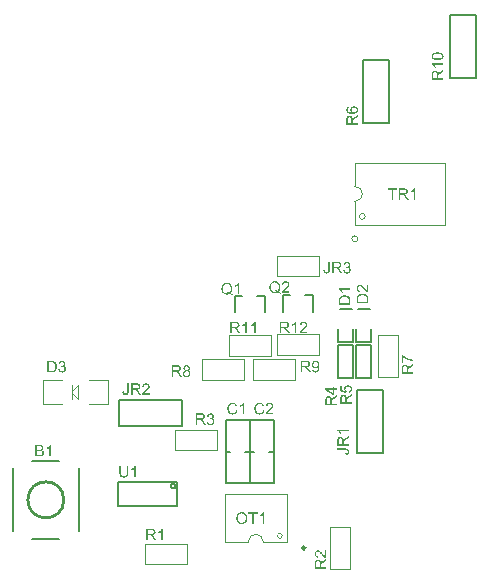
<source format=gto>
G04*
G04 #@! TF.GenerationSoftware,Altium Limited,Altium Designer,20.2.5 (213)*
G04*
G04 Layer_Color=65535*
%FSLAX25Y25*%
%MOIN*%
G70*
G04*
G04 #@! TF.SameCoordinates,D46C28A9-7DA0-4B25-B7FC-F21E02E80399*
G04*
G04*
G04 #@! TF.FilePolarity,Positive*
G04*
G01*
G75*
%ADD10C,0.00800*%
%ADD11C,0.00400*%
%ADD12C,0.00984*%
%ADD13C,0.01000*%
G36*
X119500Y24608D02*
X119494D01*
X119472D01*
X119439D01*
X119395Y24613D01*
X119345Y24619D01*
X119289Y24630D01*
X119234Y24641D01*
X119173Y24663D01*
X119167D01*
X119161Y24668D01*
X119128Y24680D01*
X119078Y24702D01*
X119012Y24735D01*
X118934Y24780D01*
X118845Y24835D01*
X118756Y24896D01*
X118662Y24974D01*
X118656D01*
X118651Y24985D01*
X118618Y25013D01*
X118568Y25063D01*
X118496Y25135D01*
X118412Y25218D01*
X118312Y25323D01*
X118201Y25451D01*
X118085Y25590D01*
X118079Y25595D01*
X118063Y25618D01*
X118035Y25651D01*
X118001Y25690D01*
X117957Y25740D01*
X117907Y25801D01*
X117852Y25862D01*
X117791Y25934D01*
X117657Y26073D01*
X117524Y26212D01*
X117458Y26278D01*
X117391Y26339D01*
X117330Y26395D01*
X117269Y26439D01*
X117263D01*
X117258Y26450D01*
X117241Y26461D01*
X117219Y26472D01*
X117158Y26511D01*
X117086Y26555D01*
X116997Y26594D01*
X116903Y26633D01*
X116797Y26656D01*
X116697Y26667D01*
X116692D01*
X116686D01*
X116653Y26661D01*
X116597Y26656D01*
X116536Y26639D01*
X116459Y26617D01*
X116381Y26578D01*
X116303Y26528D01*
X116226Y26461D01*
X116214Y26450D01*
X116192Y26422D01*
X116165Y26384D01*
X116126Y26322D01*
X116092Y26245D01*
X116059Y26156D01*
X116037Y26050D01*
X116031Y25934D01*
Y25901D01*
X116037Y25878D01*
X116042Y25812D01*
X116059Y25734D01*
X116081Y25651D01*
X116120Y25556D01*
X116170Y25468D01*
X116237Y25385D01*
X116248Y25373D01*
X116276Y25351D01*
X116320Y25318D01*
X116386Y25285D01*
X116464Y25246D01*
X116564Y25212D01*
X116675Y25190D01*
X116803Y25179D01*
X116753Y24696D01*
X116747D01*
X116730Y24702D01*
X116703D01*
X116664Y24707D01*
X116620Y24719D01*
X116570Y24730D01*
X116508Y24746D01*
X116447Y24763D01*
X116314Y24807D01*
X116181Y24874D01*
X116114Y24913D01*
X116048Y24963D01*
X115987Y25013D01*
X115931Y25068D01*
X115926Y25074D01*
X115920Y25085D01*
X115904Y25101D01*
X115887Y25129D01*
X115865Y25163D01*
X115843Y25201D01*
X115815Y25246D01*
X115787Y25301D01*
X115759Y25362D01*
X115732Y25429D01*
X115709Y25501D01*
X115687Y25579D01*
X115671Y25662D01*
X115654Y25751D01*
X115648Y25845D01*
X115643Y25945D01*
Y26000D01*
X115648Y26039D01*
X115654Y26084D01*
X115659Y26139D01*
X115671Y26200D01*
X115682Y26261D01*
X115720Y26406D01*
X115776Y26550D01*
X115809Y26622D01*
X115848Y26694D01*
X115898Y26761D01*
X115954Y26822D01*
X115959Y26827D01*
X115965Y26839D01*
X115987Y26850D01*
X116009Y26872D01*
X116037Y26900D01*
X116076Y26927D01*
X116114Y26955D01*
X116165Y26989D01*
X116270Y27044D01*
X116403Y27099D01*
X116470Y27122D01*
X116547Y27133D01*
X116625Y27144D01*
X116708Y27149D01*
X116719D01*
X116747D01*
X116792Y27144D01*
X116853Y27138D01*
X116919Y27127D01*
X116997Y27105D01*
X117080Y27083D01*
X117163Y27049D01*
X117174Y27044D01*
X117202Y27033D01*
X117247Y27011D01*
X117308Y26977D01*
X117374Y26933D01*
X117458Y26877D01*
X117541Y26811D01*
X117635Y26733D01*
X117646Y26722D01*
X117680Y26694D01*
X117707Y26667D01*
X117735Y26639D01*
X117768Y26605D01*
X117813Y26561D01*
X117857Y26517D01*
X117907Y26461D01*
X117963Y26406D01*
X118024Y26339D01*
X118085Y26267D01*
X118157Y26189D01*
X118229Y26101D01*
X118307Y26012D01*
X118312Y26006D01*
X118323Y25995D01*
X118340Y25973D01*
X118362Y25945D01*
X118396Y25912D01*
X118429Y25873D01*
X118501Y25784D01*
X118584Y25690D01*
X118667Y25601D01*
X118740Y25523D01*
X118767Y25490D01*
X118795Y25462D01*
X118801Y25457D01*
X118817Y25440D01*
X118840Y25418D01*
X118873Y25390D01*
X118912Y25362D01*
X118950Y25329D01*
X119045Y25262D01*
Y27155D01*
X119500D01*
Y24608D01*
D02*
G37*
G36*
Y23742D02*
X118701Y23237D01*
X118695D01*
X118684Y23226D01*
X118667Y23214D01*
X118645Y23198D01*
X118584Y23159D01*
X118507Y23109D01*
X118423Y23048D01*
X118334Y22987D01*
X118251Y22926D01*
X118174Y22870D01*
X118168Y22865D01*
X118146Y22848D01*
X118113Y22820D01*
X118074Y22782D01*
X117990Y22698D01*
X117952Y22654D01*
X117918Y22610D01*
X117913Y22604D01*
X117907Y22593D01*
X117896Y22571D01*
X117879Y22537D01*
X117863Y22504D01*
X117846Y22465D01*
X117818Y22376D01*
Y22371D01*
X117813Y22360D01*
Y22337D01*
X117807Y22310D01*
X117802Y22271D01*
Y22227D01*
X117796Y22165D01*
Y21511D01*
X119500D01*
Y21000D01*
X115659D01*
Y22782D01*
X115665Y22826D01*
Y22876D01*
X115671Y22992D01*
X115687Y23114D01*
X115704Y23248D01*
X115732Y23370D01*
X115748Y23431D01*
X115765Y23481D01*
Y23486D01*
X115770Y23492D01*
X115787Y23525D01*
X115809Y23575D01*
X115848Y23636D01*
X115898Y23703D01*
X115965Y23775D01*
X116042Y23842D01*
X116131Y23908D01*
X116137D01*
X116142Y23914D01*
X116175Y23936D01*
X116231Y23958D01*
X116303Y23991D01*
X116386Y24019D01*
X116486Y24047D01*
X116592Y24064D01*
X116708Y24069D01*
X116714D01*
X116725D01*
X116747D01*
X116775Y24064D01*
X116814D01*
X116853Y24058D01*
X116947Y24036D01*
X117058Y24002D01*
X117174Y23958D01*
X117291Y23892D01*
X117347Y23847D01*
X117402Y23803D01*
X117408Y23797D01*
X117413Y23792D01*
X117430Y23775D01*
X117446Y23753D01*
X117469Y23725D01*
X117491Y23692D01*
X117519Y23647D01*
X117552Y23603D01*
X117580Y23548D01*
X117607Y23486D01*
X117641Y23420D01*
X117668Y23348D01*
X117691Y23264D01*
X117719Y23181D01*
X117735Y23087D01*
X117752Y22987D01*
X117757Y22998D01*
X117768Y23020D01*
X117791Y23054D01*
X117813Y23098D01*
X117874Y23198D01*
X117913Y23248D01*
X117946Y23292D01*
X117957Y23303D01*
X117985Y23331D01*
X118029Y23375D01*
X118085Y23431D01*
X118162Y23492D01*
X118246Y23564D01*
X118346Y23636D01*
X118457Y23714D01*
X119500Y24374D01*
Y23742D01*
D02*
G37*
G36*
X98691Y36000D02*
X98219D01*
Y39003D01*
X98213Y38997D01*
X98186Y38975D01*
X98152Y38941D01*
X98097Y38903D01*
X98036Y38853D01*
X97958Y38797D01*
X97869Y38736D01*
X97769Y38675D01*
X97764D01*
X97758Y38669D01*
X97725Y38647D01*
X97670Y38620D01*
X97603Y38586D01*
X97525Y38547D01*
X97442Y38509D01*
X97359Y38470D01*
X97276Y38436D01*
Y38892D01*
X97281D01*
X97292Y38903D01*
X97314Y38908D01*
X97342Y38925D01*
X97376Y38941D01*
X97414Y38964D01*
X97509Y39019D01*
X97620Y39080D01*
X97731Y39158D01*
X97847Y39247D01*
X97964Y39341D01*
X97969Y39347D01*
X97975Y39352D01*
X97992Y39369D01*
X98014Y39386D01*
X98064Y39441D01*
X98130Y39508D01*
X98197Y39585D01*
X98269Y39674D01*
X98330Y39763D01*
X98386Y39857D01*
X98691D01*
Y36000D01*
D02*
G37*
G36*
X96582Y39386D02*
X95316D01*
Y36000D01*
X94806D01*
Y39386D01*
X93540D01*
Y39841D01*
X96582D01*
Y39386D01*
D02*
G37*
G36*
X91426Y39902D02*
X91476D01*
X91526Y39896D01*
X91592Y39885D01*
X91659Y39874D01*
X91803Y39846D01*
X91970Y39802D01*
X92131Y39735D01*
X92214Y39696D01*
X92297Y39652D01*
X92303Y39646D01*
X92314Y39641D01*
X92336Y39624D01*
X92369Y39608D01*
X92403Y39580D01*
X92447Y39546D01*
X92541Y39469D01*
X92641Y39369D01*
X92752Y39247D01*
X92858Y39102D01*
X92947Y38941D01*
Y38936D01*
X92958Y38919D01*
X92969Y38897D01*
X92980Y38864D01*
X93002Y38819D01*
X93019Y38770D01*
X93041Y38708D01*
X93063Y38642D01*
X93080Y38570D01*
X93102Y38492D01*
X93124Y38403D01*
X93141Y38314D01*
X93163Y38120D01*
X93174Y37909D01*
Y37904D01*
Y37881D01*
Y37854D01*
X93169Y37809D01*
Y37759D01*
X93163Y37698D01*
X93152Y37632D01*
X93146Y37560D01*
X93119Y37399D01*
X93074Y37221D01*
X93013Y37043D01*
X92980Y36955D01*
X92936Y36866D01*
Y36860D01*
X92924Y36844D01*
X92913Y36821D01*
X92891Y36788D01*
X92869Y36749D01*
X92841Y36710D01*
X92763Y36605D01*
X92669Y36494D01*
X92558Y36377D01*
X92425Y36266D01*
X92269Y36167D01*
X92264D01*
X92253Y36155D01*
X92225Y36144D01*
X92192Y36128D01*
X92153Y36111D01*
X92109Y36094D01*
X92053Y36072D01*
X91992Y36050D01*
X91925Y36028D01*
X91853Y36005D01*
X91692Y35972D01*
X91520Y35945D01*
X91337Y35933D01*
X91282D01*
X91248Y35939D01*
X91198D01*
X91143Y35950D01*
X91082Y35956D01*
X91010Y35967D01*
X90860Y36000D01*
X90699Y36044D01*
X90532Y36111D01*
X90449Y36150D01*
X90366Y36194D01*
X90360Y36200D01*
X90349Y36205D01*
X90327Y36222D01*
X90294Y36244D01*
X90260Y36266D01*
X90222Y36300D01*
X90127Y36383D01*
X90022Y36483D01*
X89911Y36605D01*
X89811Y36744D01*
X89716Y36905D01*
Y36910D01*
X89705Y36927D01*
X89694Y36949D01*
X89683Y36982D01*
X89666Y37027D01*
X89650Y37077D01*
X89628Y37132D01*
X89611Y37193D01*
X89589Y37265D01*
X89567Y37337D01*
X89533Y37504D01*
X89511Y37676D01*
X89500Y37865D01*
Y37870D01*
Y37876D01*
Y37909D01*
X89506Y37959D01*
Y38026D01*
X89517Y38103D01*
X89528Y38198D01*
X89544Y38303D01*
X89567Y38414D01*
X89589Y38531D01*
X89622Y38653D01*
X89666Y38775D01*
X89716Y38903D01*
X89772Y39025D01*
X89844Y39147D01*
X89922Y39258D01*
X90011Y39363D01*
X90016Y39369D01*
X90033Y39386D01*
X90066Y39413D01*
X90105Y39447D01*
X90155Y39491D01*
X90216Y39535D01*
X90288Y39585D01*
X90371Y39635D01*
X90460Y39685D01*
X90560Y39735D01*
X90671Y39780D01*
X90788Y39824D01*
X90915Y39857D01*
X91049Y39885D01*
X91187Y39902D01*
X91337Y39907D01*
X91387D01*
X91426Y39902D01*
D02*
G37*
G36*
X106028Y116852D02*
X106072Y116846D01*
X106128Y116841D01*
X106189Y116830D01*
X106250Y116818D01*
X106394Y116779D01*
X106538Y116724D01*
X106611Y116691D01*
X106683Y116652D01*
X106749Y116602D01*
X106810Y116546D01*
X106816Y116541D01*
X106827Y116535D01*
X106838Y116513D01*
X106860Y116491D01*
X106888Y116463D01*
X106916Y116424D01*
X106944Y116385D01*
X106977Y116335D01*
X107032Y116230D01*
X107088Y116097D01*
X107110Y116030D01*
X107121Y115953D01*
X107132Y115875D01*
X107138Y115792D01*
Y115780D01*
Y115753D01*
X107132Y115708D01*
X107127Y115647D01*
X107116Y115581D01*
X107093Y115503D01*
X107071Y115420D01*
X107038Y115337D01*
X107032Y115325D01*
X107021Y115298D01*
X106999Y115253D01*
X106966Y115192D01*
X106921Y115126D01*
X106866Y115042D01*
X106799Y114959D01*
X106722Y114865D01*
X106710Y114854D01*
X106683Y114820D01*
X106655Y114793D01*
X106627Y114765D01*
X106594Y114732D01*
X106550Y114687D01*
X106505Y114643D01*
X106450Y114593D01*
X106394Y114537D01*
X106327Y114476D01*
X106255Y114415D01*
X106178Y114343D01*
X106089Y114271D01*
X106000Y114193D01*
X105994Y114188D01*
X105983Y114177D01*
X105961Y114160D01*
X105933Y114138D01*
X105900Y114104D01*
X105861Y114071D01*
X105772Y113999D01*
X105678Y113916D01*
X105589Y113832D01*
X105512Y113760D01*
X105478Y113733D01*
X105451Y113705D01*
X105445Y113699D01*
X105428Y113683D01*
X105406Y113660D01*
X105378Y113627D01*
X105351Y113588D01*
X105317Y113549D01*
X105251Y113455D01*
X107143D01*
Y113000D01*
X104596D01*
Y113005D01*
Y113028D01*
Y113061D01*
X104601Y113105D01*
X104607Y113155D01*
X104618Y113211D01*
X104629Y113266D01*
X104651Y113327D01*
Y113333D01*
X104657Y113339D01*
X104668Y113372D01*
X104690Y113422D01*
X104724Y113488D01*
X104768Y113566D01*
X104824Y113655D01*
X104885Y113744D01*
X104962Y113838D01*
Y113844D01*
X104973Y113849D01*
X105001Y113882D01*
X105051Y113932D01*
X105123Y114005D01*
X105206Y114088D01*
X105312Y114188D01*
X105439Y114299D01*
X105578Y114415D01*
X105584Y114421D01*
X105606Y114437D01*
X105639Y114465D01*
X105678Y114498D01*
X105728Y114543D01*
X105789Y114593D01*
X105850Y114648D01*
X105922Y114709D01*
X106061Y114843D01*
X106200Y114976D01*
X106266Y115042D01*
X106327Y115109D01*
X106383Y115170D01*
X106427Y115231D01*
Y115237D01*
X106439Y115242D01*
X106450Y115259D01*
X106461Y115281D01*
X106500Y115342D01*
X106544Y115414D01*
X106583Y115503D01*
X106622Y115597D01*
X106644Y115703D01*
X106655Y115803D01*
Y115808D01*
Y115814D01*
X106649Y115847D01*
X106644Y115903D01*
X106627Y115964D01*
X106605Y116041D01*
X106566Y116119D01*
X106516Y116197D01*
X106450Y116274D01*
X106439Y116286D01*
X106411Y116308D01*
X106372Y116335D01*
X106311Y116374D01*
X106233Y116408D01*
X106144Y116441D01*
X106039Y116463D01*
X105922Y116469D01*
X105889D01*
X105867Y116463D01*
X105800Y116458D01*
X105723Y116441D01*
X105639Y116419D01*
X105545Y116380D01*
X105456Y116330D01*
X105373Y116263D01*
X105362Y116252D01*
X105340Y116225D01*
X105306Y116180D01*
X105273Y116114D01*
X105234Y116036D01*
X105201Y115936D01*
X105179Y115825D01*
X105168Y115697D01*
X104685Y115747D01*
Y115753D01*
X104690Y115770D01*
Y115797D01*
X104696Y115836D01*
X104707Y115880D01*
X104718Y115930D01*
X104735Y115991D01*
X104751Y116052D01*
X104796Y116186D01*
X104862Y116319D01*
X104901Y116385D01*
X104951Y116452D01*
X105001Y116513D01*
X105057Y116569D01*
X105062Y116574D01*
X105073Y116580D01*
X105090Y116596D01*
X105118Y116613D01*
X105151Y116635D01*
X105190Y116657D01*
X105234Y116685D01*
X105290Y116713D01*
X105351Y116741D01*
X105417Y116769D01*
X105490Y116791D01*
X105567Y116813D01*
X105650Y116830D01*
X105739Y116846D01*
X105833Y116852D01*
X105933Y116857D01*
X105989D01*
X106028Y116852D01*
D02*
G37*
G36*
X102426Y116902D02*
X102476D01*
X102526Y116896D01*
X102592Y116885D01*
X102659Y116874D01*
X102803Y116846D01*
X102970Y116802D01*
X103131Y116735D01*
X103214Y116696D01*
X103297Y116652D01*
X103303Y116646D01*
X103314Y116641D01*
X103336Y116624D01*
X103369Y116607D01*
X103403Y116580D01*
X103447Y116546D01*
X103541Y116469D01*
X103641Y116369D01*
X103752Y116247D01*
X103858Y116102D01*
X103947Y115942D01*
Y115936D01*
X103958Y115919D01*
X103969Y115897D01*
X103980Y115864D01*
X104002Y115819D01*
X104019Y115770D01*
X104041Y115708D01*
X104063Y115642D01*
X104080Y115570D01*
X104102Y115492D01*
X104124Y115409D01*
X104141Y115320D01*
X104163Y115126D01*
X104174Y114920D01*
Y114915D01*
Y114898D01*
Y114876D01*
Y114843D01*
X104169Y114798D01*
Y114748D01*
X104163Y114693D01*
X104157Y114637D01*
X104141Y114504D01*
X104113Y114360D01*
X104080Y114210D01*
X104030Y114066D01*
Y114060D01*
X104024Y114049D01*
X104013Y114027D01*
X104002Y114005D01*
X103985Y113971D01*
X103969Y113932D01*
X103924Y113844D01*
X103863Y113738D01*
X103786Y113627D01*
X103697Y113516D01*
X103597Y113405D01*
X103602D01*
X103614Y113394D01*
X103630Y113383D01*
X103658Y113366D01*
X103686Y113344D01*
X103725Y113322D01*
X103808Y113272D01*
X103908Y113211D01*
X104019Y113150D01*
X104135Y113100D01*
X104246Y113050D01*
X104096Y112700D01*
X104091D01*
X104080Y112706D01*
X104058Y112717D01*
X104024Y112728D01*
X103985Y112745D01*
X103941Y112767D01*
X103891Y112789D01*
X103835Y112817D01*
X103713Y112883D01*
X103575Y112961D01*
X103425Y113061D01*
X103270Y113172D01*
X103264D01*
X103253Y113161D01*
X103225Y113150D01*
X103197Y113133D01*
X103153Y113117D01*
X103109Y113094D01*
X103053Y113078D01*
X102992Y113056D01*
X102925Y113033D01*
X102853Y113011D01*
X102692Y112972D01*
X102515Y112944D01*
X102420Y112939D01*
X102326Y112933D01*
X102276D01*
X102237Y112939D01*
X102193D01*
X102137Y112944D01*
X102076Y112956D01*
X102010Y112967D01*
X101865Y112995D01*
X101704Y113039D01*
X101538Y113100D01*
X101460Y113139D01*
X101377Y113183D01*
X101371Y113189D01*
X101360Y113194D01*
X101338Y113211D01*
X101310Y113227D01*
X101271Y113255D01*
X101233Y113289D01*
X101138Y113366D01*
X101033Y113466D01*
X100927Y113588D01*
X100822Y113727D01*
X100727Y113888D01*
Y113894D01*
X100716Y113910D01*
X100705Y113932D01*
X100694Y113966D01*
X100678Y114010D01*
X100655Y114060D01*
X100633Y114121D01*
X100617Y114188D01*
X100594Y114260D01*
X100572Y114338D01*
X100556Y114421D01*
X100533Y114515D01*
X100511Y114709D01*
X100500Y114915D01*
Y114920D01*
Y114943D01*
Y114970D01*
X100506Y115009D01*
Y115059D01*
X100511Y115120D01*
X100517Y115187D01*
X100528Y115259D01*
X100556Y115420D01*
X100594Y115592D01*
X100650Y115775D01*
X100727Y115953D01*
X100733Y115958D01*
X100739Y115975D01*
X100750Y115997D01*
X100772Y116030D01*
X100794Y116069D01*
X100822Y116114D01*
X100900Y116219D01*
X100988Y116330D01*
X101105Y116447D01*
X101233Y116563D01*
X101382Y116663D01*
X101388Y116669D01*
X101405Y116674D01*
X101427Y116685D01*
X101460Y116702D01*
X101499Y116718D01*
X101543Y116741D01*
X101599Y116763D01*
X101660Y116785D01*
X101732Y116807D01*
X101804Y116830D01*
X101965Y116868D01*
X102143Y116896D01*
X102237Y116907D01*
X102387D01*
X102426Y116902D01*
D02*
G37*
G36*
X90438Y112500D02*
X89967D01*
Y115503D01*
X89961Y115497D01*
X89934Y115475D01*
X89900Y115442D01*
X89845Y115403D01*
X89784Y115353D01*
X89706Y115297D01*
X89617Y115236D01*
X89517Y115175D01*
X89512D01*
X89506Y115170D01*
X89473Y115147D01*
X89417Y115120D01*
X89351Y115086D01*
X89273Y115048D01*
X89190Y115009D01*
X89107Y114970D01*
X89023Y114936D01*
Y115392D01*
X89029D01*
X89040Y115403D01*
X89062Y115408D01*
X89090Y115425D01*
X89123Y115442D01*
X89162Y115464D01*
X89256Y115519D01*
X89367Y115580D01*
X89478Y115658D01*
X89595Y115747D01*
X89711Y115841D01*
X89717Y115847D01*
X89723Y115852D01*
X89739Y115869D01*
X89761Y115885D01*
X89811Y115941D01*
X89878Y116008D01*
X89945Y116085D01*
X90017Y116174D01*
X90078Y116263D01*
X90133Y116357D01*
X90438D01*
Y112500D01*
D02*
G37*
G36*
X86426Y116402D02*
X86476D01*
X86526Y116396D01*
X86592Y116385D01*
X86659Y116374D01*
X86803Y116346D01*
X86970Y116302D01*
X87131Y116235D01*
X87214Y116196D01*
X87297Y116152D01*
X87303Y116146D01*
X87314Y116141D01*
X87336Y116124D01*
X87369Y116107D01*
X87403Y116080D01*
X87447Y116047D01*
X87541Y115969D01*
X87641Y115869D01*
X87752Y115747D01*
X87858Y115602D01*
X87947Y115442D01*
Y115436D01*
X87958Y115419D01*
X87969Y115397D01*
X87980Y115364D01*
X88002Y115319D01*
X88019Y115269D01*
X88041Y115208D01*
X88063Y115142D01*
X88080Y115070D01*
X88102Y114992D01*
X88124Y114909D01*
X88141Y114820D01*
X88163Y114626D01*
X88174Y114420D01*
Y114415D01*
Y114398D01*
Y114376D01*
Y114343D01*
X88169Y114298D01*
Y114248D01*
X88163Y114193D01*
X88157Y114137D01*
X88141Y114004D01*
X88113Y113860D01*
X88080Y113710D01*
X88030Y113566D01*
Y113560D01*
X88024Y113549D01*
X88013Y113527D01*
X88002Y113505D01*
X87985Y113471D01*
X87969Y113432D01*
X87924Y113344D01*
X87863Y113238D01*
X87786Y113127D01*
X87697Y113016D01*
X87597Y112905D01*
X87602D01*
X87613Y112894D01*
X87630Y112883D01*
X87658Y112866D01*
X87686Y112844D01*
X87725Y112822D01*
X87808Y112772D01*
X87908Y112711D01*
X88019Y112650D01*
X88135Y112600D01*
X88246Y112550D01*
X88096Y112200D01*
X88091D01*
X88080Y112206D01*
X88058Y112217D01*
X88024Y112228D01*
X87985Y112245D01*
X87941Y112267D01*
X87891Y112289D01*
X87836Y112317D01*
X87713Y112383D01*
X87575Y112461D01*
X87425Y112561D01*
X87269Y112672D01*
X87264D01*
X87253Y112661D01*
X87225Y112650D01*
X87197Y112633D01*
X87153Y112617D01*
X87108Y112594D01*
X87053Y112578D01*
X86992Y112556D01*
X86925Y112533D01*
X86853Y112511D01*
X86692Y112472D01*
X86515Y112444D01*
X86420Y112439D01*
X86326Y112433D01*
X86276D01*
X86237Y112439D01*
X86193D01*
X86137Y112444D01*
X86076Y112456D01*
X86010Y112467D01*
X85865Y112495D01*
X85704Y112539D01*
X85538Y112600D01*
X85460Y112639D01*
X85377Y112683D01*
X85371Y112689D01*
X85360Y112694D01*
X85338Y112711D01*
X85310Y112727D01*
X85272Y112755D01*
X85233Y112789D01*
X85138Y112866D01*
X85033Y112966D01*
X84927Y113088D01*
X84822Y113227D01*
X84728Y113388D01*
Y113394D01*
X84716Y113410D01*
X84705Y113432D01*
X84694Y113466D01*
X84678Y113510D01*
X84655Y113560D01*
X84633Y113621D01*
X84617Y113688D01*
X84594Y113760D01*
X84572Y113838D01*
X84556Y113921D01*
X84533Y114015D01*
X84511Y114209D01*
X84500Y114415D01*
Y114420D01*
Y114443D01*
Y114470D01*
X84506Y114509D01*
Y114559D01*
X84511Y114620D01*
X84517Y114687D01*
X84528Y114759D01*
X84556Y114920D01*
X84594Y115092D01*
X84650Y115275D01*
X84728Y115453D01*
X84733Y115458D01*
X84739Y115475D01*
X84750Y115497D01*
X84772Y115530D01*
X84794Y115569D01*
X84822Y115614D01*
X84900Y115719D01*
X84988Y115830D01*
X85105Y115947D01*
X85233Y116063D01*
X85382Y116163D01*
X85388Y116169D01*
X85405Y116174D01*
X85427Y116185D01*
X85460Y116202D01*
X85499Y116218D01*
X85543Y116241D01*
X85599Y116263D01*
X85660Y116285D01*
X85732Y116307D01*
X85804Y116330D01*
X85965Y116368D01*
X86143Y116396D01*
X86237Y116407D01*
X86387D01*
X86426Y116402D01*
D02*
G37*
G36*
X126459Y123352D02*
X126531Y123341D01*
X126620Y123324D01*
X126720Y123296D01*
X126820Y123263D01*
X126919Y123219D01*
X126925D01*
X126930Y123213D01*
X126964Y123196D01*
X127014Y123163D01*
X127069Y123124D01*
X127136Y123069D01*
X127202Y123008D01*
X127269Y122935D01*
X127324Y122852D01*
X127330Y122841D01*
X127347Y122813D01*
X127369Y122763D01*
X127397Y122702D01*
X127424Y122630D01*
X127447Y122547D01*
X127463Y122453D01*
X127469Y122358D01*
Y122347D01*
Y122314D01*
X127463Y122269D01*
X127452Y122208D01*
X127436Y122136D01*
X127408Y122058D01*
X127374Y121981D01*
X127330Y121903D01*
X127324Y121892D01*
X127308Y121870D01*
X127275Y121831D01*
X127230Y121787D01*
X127175Y121737D01*
X127108Y121681D01*
X127030Y121631D01*
X126936Y121581D01*
X126942D01*
X126953Y121576D01*
X126969Y121570D01*
X126991Y121565D01*
X127052Y121542D01*
X127130Y121509D01*
X127219Y121465D01*
X127308Y121409D01*
X127391Y121337D01*
X127469Y121254D01*
X127474Y121243D01*
X127497Y121209D01*
X127530Y121154D01*
X127563Y121082D01*
X127596Y120993D01*
X127630Y120887D01*
X127652Y120765D01*
X127657Y120632D01*
Y120627D01*
Y120610D01*
Y120582D01*
X127652Y120549D01*
X127646Y120504D01*
X127635Y120455D01*
X127624Y120399D01*
X127613Y120338D01*
X127569Y120205D01*
X127535Y120133D01*
X127502Y120066D01*
X127458Y119994D01*
X127408Y119922D01*
X127352Y119850D01*
X127286Y119783D01*
X127280Y119778D01*
X127269Y119766D01*
X127247Y119750D01*
X127219Y119728D01*
X127186Y119700D01*
X127141Y119672D01*
X127091Y119639D01*
X127030Y119611D01*
X126969Y119578D01*
X126897Y119544D01*
X126825Y119517D01*
X126742Y119489D01*
X126653Y119467D01*
X126559Y119450D01*
X126464Y119439D01*
X126359Y119433D01*
X126309D01*
X126276Y119439D01*
X126231Y119445D01*
X126181Y119450D01*
X126126Y119461D01*
X126065Y119472D01*
X125931Y119506D01*
X125793Y119561D01*
X125721Y119594D01*
X125654Y119633D01*
X125587Y119683D01*
X125521Y119733D01*
X125515Y119739D01*
X125504Y119750D01*
X125487Y119766D01*
X125471Y119789D01*
X125443Y119816D01*
X125415Y119855D01*
X125382Y119894D01*
X125349Y119944D01*
X125315Y120000D01*
X125282Y120055D01*
X125221Y120188D01*
X125171Y120344D01*
X125154Y120427D01*
X125143Y120516D01*
X125615Y120577D01*
Y120571D01*
X125621Y120560D01*
X125626Y120538D01*
X125632Y120510D01*
X125637Y120477D01*
X125648Y120438D01*
X125676Y120355D01*
X125715Y120255D01*
X125765Y120160D01*
X125821Y120072D01*
X125887Y119994D01*
X125898Y119988D01*
X125920Y119966D01*
X125965Y119938D01*
X126020Y119911D01*
X126087Y119877D01*
X126170Y119850D01*
X126265Y119827D01*
X126364Y119822D01*
X126398D01*
X126420Y119827D01*
X126481Y119833D01*
X126559Y119850D01*
X126647Y119877D01*
X126742Y119916D01*
X126836Y119972D01*
X126925Y120050D01*
X126936Y120061D01*
X126964Y120094D01*
X126997Y120144D01*
X127041Y120210D01*
X127086Y120294D01*
X127119Y120388D01*
X127147Y120499D01*
X127158Y120621D01*
Y120627D01*
Y120638D01*
Y120654D01*
X127152Y120677D01*
X127147Y120738D01*
X127130Y120810D01*
X127108Y120899D01*
X127069Y120987D01*
X127014Y121076D01*
X126942Y121159D01*
X126930Y121171D01*
X126903Y121193D01*
X126858Y121226D01*
X126797Y121265D01*
X126720Y121304D01*
X126625Y121337D01*
X126520Y121359D01*
X126403Y121370D01*
X126353D01*
X126314Y121365D01*
X126265Y121359D01*
X126209Y121348D01*
X126142Y121337D01*
X126070Y121320D01*
X126126Y121737D01*
X126153D01*
X126176Y121731D01*
X126248D01*
X126309Y121742D01*
X126381Y121753D01*
X126464Y121770D01*
X126559Y121798D01*
X126647Y121837D01*
X126742Y121887D01*
X126747D01*
X126753Y121892D01*
X126781Y121914D01*
X126820Y121953D01*
X126864Y122003D01*
X126908Y122075D01*
X126947Y122158D01*
X126975Y122253D01*
X126986Y122308D01*
Y122369D01*
Y122375D01*
Y122380D01*
Y122414D01*
X126975Y122458D01*
X126964Y122519D01*
X126942Y122586D01*
X126914Y122658D01*
X126869Y122730D01*
X126808Y122797D01*
X126803Y122802D01*
X126775Y122825D01*
X126736Y122852D01*
X126686Y122886D01*
X126620Y122913D01*
X126542Y122941D01*
X126453Y122963D01*
X126353Y122969D01*
X126309D01*
X126259Y122958D01*
X126192Y122947D01*
X126120Y122924D01*
X126048Y122897D01*
X125970Y122852D01*
X125898Y122797D01*
X125893Y122791D01*
X125870Y122763D01*
X125837Y122724D01*
X125798Y122669D01*
X125759Y122597D01*
X125721Y122508D01*
X125687Y122403D01*
X125665Y122281D01*
X125193Y122364D01*
Y122369D01*
X125199Y122386D01*
X125204Y122408D01*
X125210Y122441D01*
X125221Y122480D01*
X125238Y122525D01*
X125271Y122630D01*
X125327Y122752D01*
X125393Y122874D01*
X125476Y122991D01*
X125582Y123096D01*
X125587Y123102D01*
X125599Y123108D01*
X125615Y123119D01*
X125637Y123135D01*
X125665Y123157D01*
X125704Y123180D01*
X125743Y123202D01*
X125793Y123230D01*
X125904Y123274D01*
X126031Y123318D01*
X126181Y123346D01*
X126259Y123357D01*
X126398D01*
X126459Y123352D01*
D02*
G37*
G36*
X120626Y120721D02*
Y120715D01*
Y120699D01*
Y120677D01*
Y120643D01*
X120620Y120599D01*
Y120554D01*
X120609Y120449D01*
X120598Y120327D01*
X120576Y120199D01*
X120542Y120083D01*
X120503Y119972D01*
Y119966D01*
X120498Y119961D01*
X120481Y119927D01*
X120454Y119883D01*
X120415Y119822D01*
X120359Y119761D01*
X120298Y119694D01*
X120220Y119628D01*
X120132Y119572D01*
X120121Y119567D01*
X120087Y119550D01*
X120037Y119528D01*
X119965Y119506D01*
X119876Y119478D01*
X119776Y119456D01*
X119666Y119439D01*
X119543Y119433D01*
X119493D01*
X119460Y119439D01*
X119416Y119445D01*
X119371Y119450D01*
X119255Y119472D01*
X119133Y119506D01*
X119005Y119555D01*
X118938Y119589D01*
X118877Y119628D01*
X118822Y119672D01*
X118766Y119722D01*
X118761Y119728D01*
X118755Y119733D01*
X118744Y119755D01*
X118728Y119778D01*
X118705Y119805D01*
X118683Y119844D01*
X118661Y119888D01*
X118633Y119938D01*
X118611Y119994D01*
X118589Y120061D01*
X118567Y120127D01*
X118544Y120205D01*
X118533Y120288D01*
X118517Y120382D01*
X118511Y120477D01*
Y120582D01*
X118972Y120649D01*
Y120643D01*
Y120632D01*
Y120610D01*
X118977Y120577D01*
X118983Y120543D01*
Y120504D01*
X119000Y120410D01*
X119016Y120310D01*
X119050Y120210D01*
X119083Y120122D01*
X119105Y120083D01*
X119133Y120050D01*
X119138Y120044D01*
X119160Y120027D01*
X119194Y120000D01*
X119238Y119972D01*
X119299Y119938D01*
X119366Y119916D01*
X119449Y119894D01*
X119538Y119888D01*
X119571D01*
X119604Y119894D01*
X119654Y119900D01*
X119704Y119911D01*
X119760Y119922D01*
X119815Y119944D01*
X119871Y119972D01*
X119876Y119977D01*
X119893Y119988D01*
X119915Y120011D01*
X119949Y120033D01*
X119976Y120072D01*
X120010Y120110D01*
X120037Y120155D01*
X120060Y120210D01*
Y120216D01*
X120071Y120238D01*
X120076Y120277D01*
X120087Y120327D01*
X120098Y120394D01*
X120104Y120477D01*
X120115Y120577D01*
Y120693D01*
Y123341D01*
X120626D01*
Y120721D01*
D02*
G37*
G36*
X123290Y123335D02*
X123340D01*
X123456Y123329D01*
X123578Y123313D01*
X123711Y123296D01*
X123834Y123268D01*
X123895Y123252D01*
X123945Y123235D01*
X123950D01*
X123956Y123230D01*
X123989Y123213D01*
X124039Y123191D01*
X124100Y123152D01*
X124167Y123102D01*
X124239Y123035D01*
X124305Y122958D01*
X124372Y122869D01*
Y122863D01*
X124377Y122858D01*
X124400Y122825D01*
X124422Y122769D01*
X124455Y122697D01*
X124483Y122614D01*
X124511Y122514D01*
X124527Y122408D01*
X124533Y122292D01*
Y122286D01*
Y122275D01*
Y122253D01*
X124527Y122225D01*
Y122186D01*
X124522Y122147D01*
X124499Y122053D01*
X124466Y121942D01*
X124422Y121826D01*
X124355Y121709D01*
X124311Y121653D01*
X124267Y121598D01*
X124261Y121592D01*
X124255Y121587D01*
X124239Y121570D01*
X124216Y121554D01*
X124189Y121531D01*
X124155Y121509D01*
X124111Y121481D01*
X124067Y121448D01*
X124011Y121420D01*
X123950Y121393D01*
X123883Y121359D01*
X123811Y121332D01*
X123728Y121309D01*
X123645Y121282D01*
X123550Y121265D01*
X123451Y121248D01*
X123462Y121243D01*
X123484Y121232D01*
X123517Y121209D01*
X123562Y121187D01*
X123661Y121126D01*
X123711Y121087D01*
X123756Y121054D01*
X123767Y121043D01*
X123795Y121015D01*
X123839Y120971D01*
X123895Y120915D01*
X123956Y120838D01*
X124028Y120754D01*
X124100Y120654D01*
X124178Y120543D01*
X124838Y119500D01*
X124205D01*
X123700Y120299D01*
Y120305D01*
X123689Y120316D01*
X123678Y120333D01*
X123661Y120355D01*
X123623Y120416D01*
X123573Y120493D01*
X123512Y120577D01*
X123451Y120666D01*
X123390Y120749D01*
X123334Y120826D01*
X123328Y120832D01*
X123312Y120854D01*
X123284Y120887D01*
X123245Y120926D01*
X123162Y121010D01*
X123118Y121048D01*
X123073Y121082D01*
X123068Y121087D01*
X123056Y121093D01*
X123034Y121104D01*
X123001Y121121D01*
X122968Y121137D01*
X122929Y121154D01*
X122840Y121182D01*
X122835D01*
X122824Y121187D01*
X122801D01*
X122774Y121193D01*
X122735Y121198D01*
X122690D01*
X122629Y121204D01*
X121974D01*
Y119500D01*
X121464D01*
Y123341D01*
X123245D01*
X123290Y123335D01*
D02*
G37*
G36*
X112025Y103352D02*
X112070Y103346D01*
X112125Y103341D01*
X112186Y103330D01*
X112247Y103318D01*
X112392Y103279D01*
X112536Y103224D01*
X112608Y103191D01*
X112680Y103152D01*
X112747Y103102D01*
X112808Y103047D01*
X112813Y103041D01*
X112824Y103035D01*
X112836Y103013D01*
X112858Y102991D01*
X112885Y102963D01*
X112913Y102924D01*
X112941Y102885D01*
X112974Y102836D01*
X113030Y102730D01*
X113085Y102597D01*
X113108Y102530D01*
X113119Y102453D01*
X113130Y102375D01*
X113135Y102292D01*
Y102281D01*
Y102253D01*
X113130Y102208D01*
X113124Y102147D01*
X113113Y102081D01*
X113091Y102003D01*
X113069Y101920D01*
X113035Y101837D01*
X113030Y101825D01*
X113019Y101798D01*
X112997Y101753D01*
X112963Y101692D01*
X112919Y101626D01*
X112863Y101542D01*
X112797Y101459D01*
X112719Y101365D01*
X112708Y101354D01*
X112680Y101320D01*
X112652Y101293D01*
X112625Y101265D01*
X112591Y101232D01*
X112547Y101187D01*
X112503Y101143D01*
X112447Y101093D01*
X112392Y101037D01*
X112325Y100976D01*
X112253Y100915D01*
X112175Y100843D01*
X112086Y100771D01*
X111998Y100693D01*
X111992Y100688D01*
X111981Y100677D01*
X111959Y100660D01*
X111931Y100638D01*
X111898Y100604D01*
X111859Y100571D01*
X111770Y100499D01*
X111676Y100416D01*
X111587Y100332D01*
X111509Y100260D01*
X111476Y100233D01*
X111448Y100205D01*
X111443Y100199D01*
X111426Y100183D01*
X111404Y100161D01*
X111376Y100127D01*
X111348Y100088D01*
X111315Y100049D01*
X111248Y99955D01*
X113141D01*
Y99500D01*
X110593D01*
Y99506D01*
Y99528D01*
Y99561D01*
X110599Y99605D01*
X110605Y99655D01*
X110616Y99711D01*
X110627Y99766D01*
X110649Y99827D01*
Y99833D01*
X110654Y99839D01*
X110666Y99872D01*
X110688Y99922D01*
X110721Y99988D01*
X110766Y100066D01*
X110821Y100155D01*
X110882Y100244D01*
X110960Y100338D01*
Y100344D01*
X110971Y100349D01*
X110999Y100382D01*
X111048Y100432D01*
X111121Y100505D01*
X111204Y100588D01*
X111309Y100688D01*
X111437Y100799D01*
X111576Y100915D01*
X111581Y100921D01*
X111603Y100937D01*
X111637Y100965D01*
X111676Y100998D01*
X111726Y101043D01*
X111787Y101093D01*
X111848Y101148D01*
X111920Y101209D01*
X112059Y101343D01*
X112197Y101476D01*
X112264Y101542D01*
X112325Y101609D01*
X112381Y101670D01*
X112425Y101731D01*
Y101737D01*
X112436Y101742D01*
X112447Y101759D01*
X112458Y101781D01*
X112497Y101842D01*
X112541Y101914D01*
X112580Y102003D01*
X112619Y102097D01*
X112641Y102203D01*
X112652Y102303D01*
Y102308D01*
Y102314D01*
X112647Y102347D01*
X112641Y102403D01*
X112625Y102464D01*
X112602Y102541D01*
X112564Y102619D01*
X112514Y102697D01*
X112447Y102775D01*
X112436Y102786D01*
X112408Y102808D01*
X112369Y102836D01*
X112308Y102874D01*
X112231Y102908D01*
X112142Y102941D01*
X112036Y102963D01*
X111920Y102969D01*
X111887D01*
X111864Y102963D01*
X111798Y102958D01*
X111720Y102941D01*
X111637Y102919D01*
X111542Y102880D01*
X111454Y102830D01*
X111370Y102763D01*
X111359Y102752D01*
X111337Y102725D01*
X111304Y102680D01*
X111270Y102614D01*
X111232Y102536D01*
X111198Y102436D01*
X111176Y102325D01*
X111165Y102197D01*
X110682Y102247D01*
Y102253D01*
X110688Y102269D01*
Y102297D01*
X110693Y102336D01*
X110704Y102380D01*
X110715Y102430D01*
X110732Y102491D01*
X110749Y102552D01*
X110793Y102686D01*
X110860Y102819D01*
X110899Y102885D01*
X110949Y102952D01*
X110999Y103013D01*
X111054Y103069D01*
X111060Y103074D01*
X111071Y103080D01*
X111087Y103096D01*
X111115Y103113D01*
X111148Y103135D01*
X111187Y103157D01*
X111232Y103185D01*
X111287Y103213D01*
X111348Y103241D01*
X111415Y103269D01*
X111487Y103291D01*
X111565Y103313D01*
X111648Y103330D01*
X111737Y103346D01*
X111831Y103352D01*
X111931Y103357D01*
X111986D01*
X112025Y103352D01*
D02*
G37*
G36*
X109450Y99500D02*
X108978D01*
Y102503D01*
X108973Y102497D01*
X108945Y102475D01*
X108912Y102442D01*
X108856Y102403D01*
X108795Y102353D01*
X108718Y102297D01*
X108629Y102236D01*
X108529Y102175D01*
X108523D01*
X108518Y102170D01*
X108484Y102147D01*
X108429Y102120D01*
X108362Y102086D01*
X108285Y102048D01*
X108201Y102009D01*
X108118Y101970D01*
X108035Y101936D01*
Y102392D01*
X108040D01*
X108052Y102403D01*
X108074Y102408D01*
X108101Y102425D01*
X108135Y102442D01*
X108174Y102464D01*
X108268Y102519D01*
X108379Y102580D01*
X108490Y102658D01*
X108607Y102747D01*
X108723Y102841D01*
X108729Y102847D01*
X108734Y102852D01*
X108751Y102869D01*
X108773Y102885D01*
X108823Y102941D01*
X108890Y103008D01*
X108956Y103085D01*
X109028Y103174D01*
X109089Y103263D01*
X109145Y103357D01*
X109450D01*
Y99500D01*
D02*
G37*
G36*
X105826Y103335D02*
X105876D01*
X105992Y103330D01*
X106115Y103313D01*
X106248Y103296D01*
X106370Y103269D01*
X106431Y103252D01*
X106481Y103235D01*
X106486D01*
X106492Y103230D01*
X106525Y103213D01*
X106575Y103191D01*
X106636Y103152D01*
X106703Y103102D01*
X106775Y103035D01*
X106842Y102958D01*
X106908Y102869D01*
Y102863D01*
X106914Y102858D01*
X106936Y102824D01*
X106958Y102769D01*
X106992Y102697D01*
X107019Y102614D01*
X107047Y102514D01*
X107064Y102408D01*
X107069Y102292D01*
Y102286D01*
Y102275D01*
Y102253D01*
X107064Y102225D01*
Y102186D01*
X107058Y102147D01*
X107036Y102053D01*
X107002Y101942D01*
X106958Y101825D01*
X106892Y101709D01*
X106847Y101653D01*
X106803Y101598D01*
X106797Y101592D01*
X106792Y101587D01*
X106775Y101570D01*
X106753Y101553D01*
X106725Y101531D01*
X106692Y101509D01*
X106647Y101481D01*
X106603Y101448D01*
X106547Y101420D01*
X106486Y101393D01*
X106420Y101359D01*
X106348Y101331D01*
X106264Y101309D01*
X106181Y101282D01*
X106087Y101265D01*
X105987Y101248D01*
X105998Y101243D01*
X106020Y101232D01*
X106053Y101209D01*
X106098Y101187D01*
X106198Y101126D01*
X106248Y101087D01*
X106292Y101054D01*
X106303Y101043D01*
X106331Y101015D01*
X106375Y100971D01*
X106431Y100915D01*
X106492Y100838D01*
X106564Y100754D01*
X106636Y100654D01*
X106714Y100543D01*
X107374Y99500D01*
X106742D01*
X106237Y100299D01*
Y100305D01*
X106226Y100316D01*
X106214Y100332D01*
X106198Y100355D01*
X106159Y100416D01*
X106109Y100493D01*
X106048Y100577D01*
X105987Y100665D01*
X105926Y100749D01*
X105870Y100826D01*
X105865Y100832D01*
X105848Y100854D01*
X105820Y100888D01*
X105781Y100926D01*
X105698Y101010D01*
X105654Y101049D01*
X105610Y101082D01*
X105604Y101087D01*
X105593Y101093D01*
X105571Y101104D01*
X105537Y101121D01*
X105504Y101137D01*
X105465Y101154D01*
X105376Y101182D01*
X105371D01*
X105360Y101187D01*
X105338D01*
X105310Y101193D01*
X105271Y101198D01*
X105227D01*
X105166Y101204D01*
X104511D01*
Y99500D01*
X104000D01*
Y103341D01*
X105781D01*
X105826Y103335D01*
D02*
G37*
G36*
X95936Y99500D02*
X95464D01*
Y102503D01*
X95459Y102497D01*
X95431Y102475D01*
X95398Y102442D01*
X95342Y102403D01*
X95281Y102353D01*
X95203Y102297D01*
X95115Y102236D01*
X95015Y102175D01*
X95009D01*
X95004Y102170D01*
X94970Y102147D01*
X94915Y102120D01*
X94848Y102086D01*
X94770Y102048D01*
X94687Y102009D01*
X94604Y101970D01*
X94521Y101936D01*
Y102392D01*
X94526D01*
X94537Y102403D01*
X94560Y102408D01*
X94587Y102425D01*
X94621Y102442D01*
X94660Y102464D01*
X94754Y102519D01*
X94865Y102580D01*
X94976Y102658D01*
X95092Y102747D01*
X95209Y102841D01*
X95214Y102847D01*
X95220Y102852D01*
X95237Y102869D01*
X95259Y102885D01*
X95309Y102941D01*
X95376Y103008D01*
X95442Y103085D01*
X95514Y103174D01*
X95575Y103263D01*
X95631Y103357D01*
X95936D01*
Y99500D01*
D02*
G37*
G36*
X92950D02*
X92478D01*
Y102503D01*
X92473Y102497D01*
X92445Y102475D01*
X92412Y102442D01*
X92356Y102403D01*
X92295Y102353D01*
X92217Y102297D01*
X92129Y102236D01*
X92029Y102175D01*
X92023D01*
X92018Y102170D01*
X91984Y102147D01*
X91929Y102120D01*
X91862Y102086D01*
X91785Y102048D01*
X91701Y102009D01*
X91618Y101970D01*
X91535Y101936D01*
Y102392D01*
X91540D01*
X91552Y102403D01*
X91574Y102408D01*
X91601Y102425D01*
X91635Y102442D01*
X91674Y102464D01*
X91768Y102519D01*
X91879Y102580D01*
X91990Y102658D01*
X92106Y102747D01*
X92223Y102841D01*
X92229Y102847D01*
X92234Y102852D01*
X92251Y102869D01*
X92273Y102885D01*
X92323Y102941D01*
X92390Y103008D01*
X92456Y103085D01*
X92528Y103174D01*
X92589Y103263D01*
X92645Y103357D01*
X92950D01*
Y99500D01*
D02*
G37*
G36*
X89326Y103335D02*
X89376D01*
X89492Y103330D01*
X89614Y103313D01*
X89748Y103296D01*
X89870Y103269D01*
X89931Y103252D01*
X89981Y103235D01*
X89986D01*
X89992Y103230D01*
X90025Y103213D01*
X90075Y103191D01*
X90136Y103152D01*
X90203Y103102D01*
X90275Y103035D01*
X90342Y102958D01*
X90408Y102869D01*
Y102863D01*
X90414Y102858D01*
X90436Y102824D01*
X90458Y102769D01*
X90491Y102697D01*
X90519Y102614D01*
X90547Y102514D01*
X90564Y102408D01*
X90569Y102292D01*
Y102286D01*
Y102275D01*
Y102253D01*
X90564Y102225D01*
Y102186D01*
X90558Y102147D01*
X90536Y102053D01*
X90503Y101942D01*
X90458Y101825D01*
X90391Y101709D01*
X90347Y101653D01*
X90303Y101598D01*
X90297Y101592D01*
X90292Y101587D01*
X90275Y101570D01*
X90253Y101553D01*
X90225Y101531D01*
X90192Y101509D01*
X90147Y101481D01*
X90103Y101448D01*
X90048Y101420D01*
X89986Y101393D01*
X89920Y101359D01*
X89848Y101331D01*
X89764Y101309D01*
X89681Y101282D01*
X89587Y101265D01*
X89487Y101248D01*
X89498Y101243D01*
X89520Y101232D01*
X89553Y101209D01*
X89598Y101187D01*
X89698Y101126D01*
X89748Y101087D01*
X89792Y101054D01*
X89803Y101043D01*
X89831Y101015D01*
X89875Y100971D01*
X89931Y100915D01*
X89992Y100838D01*
X90064Y100754D01*
X90136Y100654D01*
X90214Y100543D01*
X90874Y99500D01*
X90242D01*
X89737Y100299D01*
Y100305D01*
X89726Y100316D01*
X89714Y100332D01*
X89698Y100355D01*
X89659Y100416D01*
X89609Y100493D01*
X89548Y100577D01*
X89487Y100665D01*
X89426Y100749D01*
X89370Y100826D01*
X89365Y100832D01*
X89348Y100854D01*
X89320Y100888D01*
X89282Y100926D01*
X89198Y101010D01*
X89154Y101049D01*
X89109Y101082D01*
X89104Y101087D01*
X89093Y101093D01*
X89071Y101104D01*
X89037Y101121D01*
X89004Y101137D01*
X88965Y101154D01*
X88876Y101182D01*
X88871D01*
X88860Y101187D01*
X88837D01*
X88810Y101193D01*
X88771Y101198D01*
X88727D01*
X88665Y101204D01*
X88011D01*
Y99500D01*
X87500D01*
Y103341D01*
X89282D01*
X89326Y103335D01*
D02*
G37*
G36*
X115945Y90352D02*
X115973D01*
X116012Y90346D01*
X116106Y90329D01*
X116211Y90307D01*
X116328Y90268D01*
X116445Y90219D01*
X116561Y90152D01*
X116567D01*
X116572Y90141D01*
X116589Y90130D01*
X116611Y90113D01*
X116667Y90069D01*
X116739Y90008D01*
X116811Y89924D01*
X116894Y89824D01*
X116966Y89708D01*
X117033Y89575D01*
Y89569D01*
X117038Y89558D01*
X117050Y89536D01*
X117061Y89508D01*
X117072Y89469D01*
X117088Y89419D01*
X117099Y89364D01*
X117116Y89303D01*
X117133Y89231D01*
X117149Y89147D01*
X117160Y89059D01*
X117172Y88964D01*
X117183Y88859D01*
X117194Y88748D01*
X117199Y88626D01*
Y88498D01*
Y88492D01*
Y88465D01*
Y88426D01*
Y88376D01*
X117194Y88315D01*
Y88243D01*
X117188Y88160D01*
X117177Y88076D01*
X117160Y87888D01*
X117133Y87688D01*
X117094Y87499D01*
X117066Y87405D01*
X117038Y87321D01*
Y87316D01*
X117033Y87305D01*
X117022Y87283D01*
X117011Y87249D01*
X116994Y87216D01*
X116972Y87172D01*
X116916Y87077D01*
X116850Y86972D01*
X116772Y86861D01*
X116672Y86755D01*
X116561Y86661D01*
X116556D01*
X116544Y86650D01*
X116528Y86639D01*
X116506Y86628D01*
X116472Y86611D01*
X116439Y86589D01*
X116395Y86567D01*
X116350Y86550D01*
X116245Y86506D01*
X116117Y86467D01*
X115978Y86444D01*
X115823Y86433D01*
X115779D01*
X115751Y86439D01*
X115712D01*
X115668Y86444D01*
X115562Y86467D01*
X115446Y86494D01*
X115323Y86539D01*
X115201Y86600D01*
X115140Y86639D01*
X115085Y86683D01*
X115079Y86689D01*
X115074Y86694D01*
X115057Y86711D01*
X115040Y86727D01*
X115018Y86755D01*
X114990Y86789D01*
X114935Y86866D01*
X114879Y86966D01*
X114824Y87088D01*
X114779Y87227D01*
X114746Y87388D01*
X115201Y87427D01*
Y87421D01*
X115207Y87410D01*
Y87399D01*
X115212Y87377D01*
X115229Y87316D01*
X115251Y87249D01*
X115279Y87172D01*
X115318Y87094D01*
X115362Y87022D01*
X115418Y86961D01*
X115423Y86955D01*
X115446Y86939D01*
X115484Y86916D01*
X115529Y86894D01*
X115590Y86866D01*
X115662Y86844D01*
X115745Y86827D01*
X115834Y86822D01*
X115873D01*
X115912Y86827D01*
X115962Y86833D01*
X116023Y86844D01*
X116084Y86861D01*
X116150Y86883D01*
X116211Y86916D01*
X116217Y86922D01*
X116239Y86933D01*
X116272Y86955D01*
X116306Y86988D01*
X116350Y87027D01*
X116395Y87072D01*
X116439Y87122D01*
X116483Y87183D01*
X116489Y87188D01*
X116500Y87216D01*
X116522Y87255D01*
X116544Y87305D01*
X116572Y87371D01*
X116600Y87449D01*
X116628Y87538D01*
X116655Y87638D01*
Y87643D01*
X116661Y87649D01*
Y87665D01*
X116667Y87688D01*
X116678Y87743D01*
X116694Y87815D01*
X116705Y87904D01*
X116717Y87998D01*
X116722Y88104D01*
X116728Y88215D01*
Y88221D01*
Y88237D01*
Y88265D01*
Y88309D01*
X116722Y88298D01*
X116700Y88270D01*
X116667Y88232D01*
X116628Y88176D01*
X116572Y88121D01*
X116506Y88060D01*
X116428Y87998D01*
X116339Y87943D01*
X116328Y87937D01*
X116295Y87921D01*
X116245Y87899D01*
X116184Y87876D01*
X116101Y87849D01*
X116012Y87826D01*
X115912Y87810D01*
X115806Y87804D01*
X115762D01*
X115729Y87810D01*
X115684Y87815D01*
X115640Y87821D01*
X115584Y87832D01*
X115529Y87849D01*
X115401Y87888D01*
X115334Y87915D01*
X115268Y87949D01*
X115196Y87987D01*
X115129Y88037D01*
X115063Y88087D01*
X115001Y88148D01*
X114996Y88154D01*
X114985Y88165D01*
X114974Y88182D01*
X114952Y88209D01*
X114924Y88248D01*
X114896Y88287D01*
X114868Y88337D01*
X114841Y88393D01*
X114807Y88454D01*
X114779Y88520D01*
X114752Y88598D01*
X114724Y88676D01*
X114702Y88764D01*
X114691Y88859D01*
X114680Y88953D01*
X114674Y89059D01*
Y89064D01*
Y89086D01*
Y89114D01*
X114680Y89153D01*
X114685Y89203D01*
X114691Y89264D01*
X114702Y89325D01*
X114718Y89397D01*
X114757Y89541D01*
X114785Y89619D01*
X114818Y89702D01*
X114857Y89780D01*
X114907Y89852D01*
X114957Y89930D01*
X115018Y89996D01*
X115024Y90002D01*
X115035Y90013D01*
X115051Y90030D01*
X115079Y90052D01*
X115113Y90080D01*
X115157Y90113D01*
X115201Y90141D01*
X115257Y90180D01*
X115312Y90213D01*
X115379Y90241D01*
X115529Y90302D01*
X115606Y90324D01*
X115695Y90341D01*
X115784Y90352D01*
X115878Y90357D01*
X115917D01*
X115945Y90352D01*
D02*
G37*
G36*
X112826Y90335D02*
X112876D01*
X112993Y90329D01*
X113115Y90313D01*
X113248Y90296D01*
X113370Y90268D01*
X113431Y90252D01*
X113481Y90235D01*
X113486D01*
X113492Y90230D01*
X113525Y90213D01*
X113575Y90191D01*
X113636Y90152D01*
X113703Y90102D01*
X113775Y90035D01*
X113842Y89958D01*
X113908Y89869D01*
Y89863D01*
X113914Y89858D01*
X113936Y89824D01*
X113958Y89769D01*
X113991Y89697D01*
X114019Y89613D01*
X114047Y89514D01*
X114064Y89408D01*
X114069Y89292D01*
Y89286D01*
Y89275D01*
Y89253D01*
X114064Y89225D01*
Y89186D01*
X114058Y89147D01*
X114036Y89053D01*
X114003Y88942D01*
X113958Y88826D01*
X113892Y88709D01*
X113847Y88653D01*
X113803Y88598D01*
X113797Y88592D01*
X113792Y88587D01*
X113775Y88570D01*
X113753Y88554D01*
X113725Y88531D01*
X113692Y88509D01*
X113647Y88481D01*
X113603Y88448D01*
X113548Y88420D01*
X113486Y88393D01*
X113420Y88359D01*
X113348Y88332D01*
X113264Y88309D01*
X113181Y88282D01*
X113087Y88265D01*
X112987Y88248D01*
X112998Y88243D01*
X113020Y88232D01*
X113054Y88209D01*
X113098Y88187D01*
X113198Y88126D01*
X113248Y88087D01*
X113292Y88054D01*
X113303Y88043D01*
X113331Y88015D01*
X113375Y87971D01*
X113431Y87915D01*
X113492Y87837D01*
X113564Y87754D01*
X113636Y87654D01*
X113714Y87543D01*
X114374Y86500D01*
X113742D01*
X113237Y87299D01*
Y87305D01*
X113225Y87316D01*
X113215Y87332D01*
X113198Y87355D01*
X113159Y87416D01*
X113109Y87493D01*
X113048Y87577D01*
X112987Y87665D01*
X112926Y87749D01*
X112870Y87826D01*
X112865Y87832D01*
X112848Y87854D01*
X112820Y87888D01*
X112782Y87926D01*
X112698Y88010D01*
X112654Y88048D01*
X112610Y88082D01*
X112604Y88087D01*
X112593Y88093D01*
X112571Y88104D01*
X112537Y88121D01*
X112504Y88137D01*
X112465Y88154D01*
X112376Y88182D01*
X112371D01*
X112360Y88187D01*
X112338D01*
X112310Y88193D01*
X112271Y88198D01*
X112226D01*
X112165Y88204D01*
X111511D01*
Y86500D01*
X111000D01*
Y90341D01*
X112782D01*
X112826Y90335D01*
D02*
G37*
G36*
X69826Y88835D02*
X69876D01*
X69992Y88829D01*
X70114Y88813D01*
X70248Y88796D01*
X70370Y88768D01*
X70431Y88752D01*
X70481Y88735D01*
X70486D01*
X70492Y88730D01*
X70525Y88713D01*
X70575Y88691D01*
X70636Y88652D01*
X70703Y88602D01*
X70775Y88535D01*
X70842Y88458D01*
X70908Y88369D01*
Y88363D01*
X70914Y88358D01*
X70936Y88324D01*
X70958Y88269D01*
X70991Y88197D01*
X71019Y88113D01*
X71047Y88014D01*
X71064Y87908D01*
X71069Y87792D01*
Y87786D01*
Y87775D01*
Y87753D01*
X71064Y87725D01*
Y87686D01*
X71058Y87647D01*
X71036Y87553D01*
X71003Y87442D01*
X70958Y87326D01*
X70891Y87209D01*
X70847Y87153D01*
X70803Y87098D01*
X70797Y87092D01*
X70792Y87087D01*
X70775Y87070D01*
X70753Y87054D01*
X70725Y87031D01*
X70692Y87009D01*
X70647Y86981D01*
X70603Y86948D01*
X70547Y86920D01*
X70486Y86893D01*
X70420Y86859D01*
X70348Y86831D01*
X70264Y86809D01*
X70181Y86782D01*
X70087Y86765D01*
X69987Y86748D01*
X69998Y86743D01*
X70020Y86732D01*
X70053Y86709D01*
X70098Y86687D01*
X70198Y86626D01*
X70248Y86587D01*
X70292Y86554D01*
X70303Y86543D01*
X70331Y86515D01*
X70375Y86471D01*
X70431Y86415D01*
X70492Y86338D01*
X70564Y86254D01*
X70636Y86154D01*
X70714Y86043D01*
X71374Y85000D01*
X70742D01*
X70237Y85799D01*
Y85805D01*
X70226Y85816D01*
X70214Y85833D01*
X70198Y85855D01*
X70159Y85916D01*
X70109Y85993D01*
X70048Y86077D01*
X69987Y86165D01*
X69926Y86249D01*
X69870Y86326D01*
X69865Y86332D01*
X69848Y86354D01*
X69820Y86387D01*
X69782Y86426D01*
X69698Y86510D01*
X69654Y86549D01*
X69609Y86582D01*
X69604Y86587D01*
X69593Y86593D01*
X69571Y86604D01*
X69537Y86621D01*
X69504Y86637D01*
X69465Y86654D01*
X69376Y86682D01*
X69371D01*
X69360Y86687D01*
X69337D01*
X69310Y86693D01*
X69271Y86698D01*
X69226D01*
X69165Y86704D01*
X68511D01*
Y85000D01*
X68000D01*
Y88841D01*
X69782D01*
X69826Y88835D01*
D02*
G37*
G36*
X73006Y88852D02*
X73050Y88846D01*
X73101Y88841D01*
X73156Y88835D01*
X73211Y88818D01*
X73345Y88785D01*
X73478Y88735D01*
X73544Y88702D01*
X73611Y88663D01*
X73672Y88613D01*
X73733Y88563D01*
X73739Y88558D01*
X73744Y88552D01*
X73761Y88535D01*
X73783Y88513D01*
X73805Y88480D01*
X73833Y88447D01*
X73888Y88363D01*
X73944Y88258D01*
X73994Y88136D01*
X74033Y87997D01*
X74038Y87925D01*
X74044Y87847D01*
Y87842D01*
Y87836D01*
Y87803D01*
X74038Y87753D01*
X74027Y87692D01*
X74011Y87614D01*
X73983Y87536D01*
X73950Y87459D01*
X73900Y87381D01*
X73894Y87370D01*
X73872Y87348D01*
X73839Y87314D01*
X73794Y87270D01*
X73733Y87220D01*
X73661Y87170D01*
X73578Y87120D01*
X73478Y87076D01*
X73483D01*
X73494Y87070D01*
X73511Y87065D01*
X73533Y87054D01*
X73600Y87026D01*
X73678Y86987D01*
X73761Y86931D01*
X73850Y86870D01*
X73933Y86793D01*
X74011Y86704D01*
Y86698D01*
X74016Y86693D01*
X74038Y86659D01*
X74072Y86604D01*
X74105Y86532D01*
X74138Y86443D01*
X74172Y86338D01*
X74194Y86221D01*
X74199Y86093D01*
Y86088D01*
Y86071D01*
Y86043D01*
X74194Y86010D01*
X74188Y85971D01*
X74183Y85921D01*
X74172Y85866D01*
X74155Y85805D01*
X74116Y85677D01*
X74088Y85605D01*
X74050Y85538D01*
X74011Y85466D01*
X73966Y85400D01*
X73911Y85333D01*
X73850Y85266D01*
X73844Y85261D01*
X73833Y85250D01*
X73816Y85233D01*
X73789Y85216D01*
X73750Y85189D01*
X73711Y85161D01*
X73661Y85133D01*
X73606Y85100D01*
X73544Y85067D01*
X73472Y85039D01*
X73395Y85011D01*
X73317Y84983D01*
X73228Y84967D01*
X73134Y84950D01*
X73039Y84939D01*
X72934Y84933D01*
X72878D01*
X72840Y84939D01*
X72790Y84944D01*
X72734Y84950D01*
X72673Y84961D01*
X72606Y84978D01*
X72457Y85017D01*
X72379Y85044D01*
X72307Y85072D01*
X72229Y85111D01*
X72151Y85155D01*
X72079Y85205D01*
X72013Y85266D01*
X72007Y85272D01*
X71996Y85283D01*
X71979Y85300D01*
X71957Y85327D01*
X71935Y85361D01*
X71902Y85400D01*
X71874Y85444D01*
X71841Y85500D01*
X71807Y85555D01*
X71780Y85622D01*
X71724Y85760D01*
X71702Y85844D01*
X71685Y85927D01*
X71674Y86016D01*
X71669Y86104D01*
Y86110D01*
Y86121D01*
Y86143D01*
X71674Y86165D01*
Y86199D01*
X71680Y86238D01*
X71691Y86326D01*
X71713Y86426D01*
X71746Y86526D01*
X71796Y86632D01*
X71857Y86732D01*
Y86737D01*
X71868Y86743D01*
X71890Y86770D01*
X71935Y86815D01*
X71996Y86870D01*
X72074Y86926D01*
X72168Y86987D01*
X72273Y87037D01*
X72401Y87076D01*
X72396D01*
X72390Y87081D01*
X72373Y87087D01*
X72351Y87098D01*
X72301Y87120D01*
X72235Y87153D01*
X72162Y87198D01*
X72090Y87253D01*
X72024Y87314D01*
X71963Y87381D01*
X71957Y87392D01*
X71940Y87414D01*
X71918Y87459D01*
X71896Y87514D01*
X71868Y87586D01*
X71846Y87670D01*
X71829Y87764D01*
X71824Y87864D01*
Y87869D01*
Y87880D01*
Y87903D01*
X71829Y87936D01*
X71835Y87969D01*
X71841Y88014D01*
X71863Y88108D01*
X71896Y88219D01*
X71952Y88336D01*
X71985Y88397D01*
X72024Y88458D01*
X72074Y88513D01*
X72124Y88569D01*
X72129Y88574D01*
X72140Y88580D01*
X72157Y88596D01*
X72179Y88613D01*
X72207Y88635D01*
X72246Y88657D01*
X72290Y88685D01*
X72335Y88713D01*
X72390Y88741D01*
X72451Y88768D01*
X72518Y88791D01*
X72590Y88813D01*
X72745Y88846D01*
X72834Y88852D01*
X72923Y88857D01*
X72973D01*
X73006Y88852D01*
D02*
G37*
G36*
X122079Y81155D02*
X123000D01*
Y80684D01*
X122079D01*
Y79013D01*
X121646D01*
X119159Y80773D01*
Y81155D01*
X121646D01*
Y81677D01*
X122079D01*
Y81155D01*
D02*
G37*
G36*
X123000Y78242D02*
X122201Y77737D01*
X122195D01*
X122184Y77725D01*
X122168Y77714D01*
X122145Y77698D01*
X122084Y77659D01*
X122006Y77609D01*
X121923Y77548D01*
X121835Y77487D01*
X121751Y77426D01*
X121674Y77370D01*
X121668Y77365D01*
X121646Y77348D01*
X121613Y77320D01*
X121574Y77282D01*
X121490Y77198D01*
X121451Y77154D01*
X121418Y77109D01*
X121413Y77104D01*
X121407Y77093D01*
X121396Y77071D01*
X121379Y77037D01*
X121363Y77004D01*
X121346Y76965D01*
X121318Y76876D01*
Y76871D01*
X121313Y76860D01*
Y76837D01*
X121307Y76810D01*
X121302Y76771D01*
Y76727D01*
X121296Y76666D01*
Y76011D01*
X123000D01*
Y75500D01*
X119159D01*
Y77282D01*
X119165Y77326D01*
Y77376D01*
X119170Y77492D01*
X119187Y77614D01*
X119204Y77748D01*
X119231Y77870D01*
X119248Y77931D01*
X119265Y77981D01*
Y77986D01*
X119270Y77992D01*
X119287Y78025D01*
X119309Y78075D01*
X119348Y78136D01*
X119398Y78203D01*
X119465Y78275D01*
X119542Y78342D01*
X119631Y78408D01*
X119637D01*
X119642Y78414D01*
X119676Y78436D01*
X119731Y78458D01*
X119803Y78491D01*
X119886Y78519D01*
X119986Y78547D01*
X120092Y78564D01*
X120208Y78569D01*
X120214D01*
X120225D01*
X120247D01*
X120275Y78564D01*
X120314D01*
X120353Y78558D01*
X120447Y78536D01*
X120558Y78503D01*
X120675Y78458D01*
X120791Y78391D01*
X120847Y78347D01*
X120902Y78303D01*
X120908Y78297D01*
X120913Y78292D01*
X120930Y78275D01*
X120947Y78253D01*
X120969Y78225D01*
X120991Y78192D01*
X121019Y78147D01*
X121052Y78103D01*
X121080Y78048D01*
X121107Y77986D01*
X121141Y77920D01*
X121168Y77848D01*
X121191Y77764D01*
X121219Y77681D01*
X121235Y77587D01*
X121252Y77487D01*
X121257Y77498D01*
X121268Y77520D01*
X121291Y77553D01*
X121313Y77598D01*
X121374Y77698D01*
X121413Y77748D01*
X121446Y77792D01*
X121457Y77803D01*
X121485Y77831D01*
X121529Y77875D01*
X121585Y77931D01*
X121662Y77992D01*
X121746Y78064D01*
X121846Y78136D01*
X121957Y78214D01*
X123000Y78874D01*
Y78242D01*
D02*
G37*
G36*
X127500Y113984D02*
X124497D01*
X124503Y113978D01*
X124525Y113951D01*
X124558Y113917D01*
X124597Y113862D01*
X124647Y113801D01*
X124703Y113723D01*
X124764Y113634D01*
X124825Y113534D01*
Y113529D01*
X124830Y113523D01*
X124853Y113490D01*
X124880Y113434D01*
X124914Y113368D01*
X124952Y113290D01*
X124991Y113207D01*
X125030Y113124D01*
X125064Y113040D01*
X124608D01*
Y113046D01*
X124597Y113057D01*
X124592Y113079D01*
X124575Y113107D01*
X124558Y113140D01*
X124536Y113179D01*
X124481Y113274D01*
X124420Y113384D01*
X124342Y113496D01*
X124253Y113612D01*
X124159Y113729D01*
X124153Y113734D01*
X124148Y113740D01*
X124131Y113756D01*
X124115Y113778D01*
X124059Y113829D01*
X123992Y113895D01*
X123915Y113962D01*
X123826Y114034D01*
X123737Y114095D01*
X123643Y114150D01*
Y114456D01*
X127500D01*
Y113984D01*
D02*
G37*
G36*
X125674Y112169D02*
X125718D01*
X125824Y112163D01*
X125946Y112147D01*
X126074Y112130D01*
X126207Y112102D01*
X126340Y112069D01*
X126346D01*
X126357Y112064D01*
X126373Y112058D01*
X126396Y112053D01*
X126457Y112030D01*
X126534Y111997D01*
X126623Y111964D01*
X126712Y111919D01*
X126806Y111864D01*
X126895Y111808D01*
X126906Y111803D01*
X126934Y111781D01*
X126973Y111747D01*
X127023Y111703D01*
X127078Y111653D01*
X127134Y111592D01*
X127195Y111531D01*
X127245Y111459D01*
X127250Y111448D01*
X127267Y111425D01*
X127289Y111387D01*
X127317Y111331D01*
X127350Y111264D01*
X127378Y111187D01*
X127411Y111098D01*
X127439Y110998D01*
Y110987D01*
X127445Y110970D01*
X127450Y110954D01*
X127456Y110898D01*
X127467Y110820D01*
X127478Y110732D01*
X127489Y110626D01*
X127495Y110510D01*
X127500Y110382D01*
Y109000D01*
X123659D01*
Y110476D01*
X123665Y110576D01*
X123670Y110687D01*
X123682Y110798D01*
X123698Y110909D01*
X123715Y111003D01*
Y111009D01*
X123721Y111020D01*
Y111037D01*
X123732Y111059D01*
X123748Y111120D01*
X123776Y111198D01*
X123815Y111287D01*
X123865Y111381D01*
X123920Y111475D01*
X123992Y111564D01*
X123998Y111570D01*
X124004Y111575D01*
X124020Y111592D01*
X124037Y111614D01*
X124092Y111670D01*
X124170Y111736D01*
X124264Y111808D01*
X124375Y111886D01*
X124503Y111958D01*
X124647Y112019D01*
X124653D01*
X124664Y112025D01*
X124686Y112036D01*
X124720Y112041D01*
X124758Y112058D01*
X124803Y112069D01*
X124853Y112080D01*
X124914Y112097D01*
X124975Y112114D01*
X125047Y112125D01*
X125202Y112152D01*
X125374Y112169D01*
X125563Y112175D01*
X125569D01*
X125580D01*
X125607D01*
X125635D01*
X125674Y112169D01*
D02*
G37*
G36*
X133500Y113113D02*
X133494D01*
X133472D01*
X133439D01*
X133395Y113119D01*
X133345Y113124D01*
X133289Y113135D01*
X133234Y113146D01*
X133173Y113169D01*
X133167D01*
X133161Y113174D01*
X133128Y113185D01*
X133078Y113207D01*
X133012Y113241D01*
X132934Y113285D01*
X132845Y113341D01*
X132756Y113402D01*
X132662Y113479D01*
X132656D01*
X132651Y113490D01*
X132618Y113518D01*
X132568Y113568D01*
X132495Y113640D01*
X132412Y113724D01*
X132312Y113829D01*
X132201Y113957D01*
X132085Y114095D01*
X132079Y114101D01*
X132063Y114123D01*
X132035Y114156D01*
X132001Y114195D01*
X131957Y114245D01*
X131907Y114306D01*
X131852Y114367D01*
X131791Y114439D01*
X131657Y114578D01*
X131524Y114717D01*
X131458Y114784D01*
X131391Y114845D01*
X131330Y114900D01*
X131269Y114945D01*
X131263D01*
X131258Y114956D01*
X131241Y114967D01*
X131219Y114978D01*
X131158Y115017D01*
X131086Y115061D01*
X130997Y115100D01*
X130903Y115139D01*
X130797Y115161D01*
X130697Y115172D01*
X130692D01*
X130686D01*
X130653Y115167D01*
X130597Y115161D01*
X130536Y115144D01*
X130459Y115122D01*
X130381Y115083D01*
X130303Y115033D01*
X130226Y114967D01*
X130214Y114956D01*
X130192Y114928D01*
X130165Y114889D01*
X130126Y114828D01*
X130092Y114750D01*
X130059Y114662D01*
X130037Y114556D01*
X130031Y114439D01*
Y114406D01*
X130037Y114384D01*
X130042Y114317D01*
X130059Y114240D01*
X130081Y114156D01*
X130120Y114062D01*
X130170Y113973D01*
X130237Y113890D01*
X130248Y113879D01*
X130275Y113857D01*
X130320Y113823D01*
X130386Y113790D01*
X130464Y113751D01*
X130564Y113718D01*
X130675Y113696D01*
X130803Y113685D01*
X130753Y113202D01*
X130747D01*
X130730Y113207D01*
X130703D01*
X130664Y113213D01*
X130620Y113224D01*
X130570Y113235D01*
X130508Y113252D01*
X130447Y113268D01*
X130314Y113313D01*
X130181Y113379D01*
X130114Y113418D01*
X130048Y113468D01*
X129987Y113518D01*
X129931Y113574D01*
X129926Y113579D01*
X129920Y113590D01*
X129904Y113607D01*
X129887Y113635D01*
X129865Y113668D01*
X129843Y113707D01*
X129815Y113751D01*
X129787Y113807D01*
X129759Y113868D01*
X129732Y113934D01*
X129709Y114007D01*
X129687Y114084D01*
X129671Y114168D01*
X129654Y114256D01*
X129648Y114351D01*
X129643Y114451D01*
Y114506D01*
X129648Y114545D01*
X129654Y114589D01*
X129659Y114645D01*
X129671Y114706D01*
X129682Y114767D01*
X129720Y114911D01*
X129776Y115056D01*
X129809Y115128D01*
X129848Y115200D01*
X129898Y115267D01*
X129954Y115328D01*
X129959Y115333D01*
X129965Y115344D01*
X129987Y115355D01*
X130009Y115377D01*
X130037Y115405D01*
X130076Y115433D01*
X130114Y115461D01*
X130165Y115494D01*
X130270Y115550D01*
X130403Y115605D01*
X130470Y115627D01*
X130547Y115638D01*
X130625Y115649D01*
X130708Y115655D01*
X130719D01*
X130747D01*
X130792Y115649D01*
X130853Y115644D01*
X130919Y115633D01*
X130997Y115611D01*
X131080Y115588D01*
X131163Y115555D01*
X131175Y115550D01*
X131202Y115538D01*
X131247Y115516D01*
X131308Y115483D01*
X131374Y115438D01*
X131458Y115383D01*
X131541Y115316D01*
X131635Y115239D01*
X131646Y115228D01*
X131680Y115200D01*
X131707Y115172D01*
X131735Y115144D01*
X131768Y115111D01*
X131813Y115067D01*
X131857Y115022D01*
X131907Y114967D01*
X131963Y114911D01*
X132024Y114845D01*
X132085Y114772D01*
X132157Y114695D01*
X132229Y114606D01*
X132307Y114517D01*
X132312Y114512D01*
X132323Y114500D01*
X132340Y114478D01*
X132362Y114451D01*
X132396Y114417D01*
X132429Y114378D01*
X132501Y114290D01*
X132584Y114195D01*
X132668Y114107D01*
X132740Y114029D01*
X132767Y113996D01*
X132795Y113968D01*
X132801Y113962D01*
X132817Y113946D01*
X132840Y113923D01*
X132873Y113896D01*
X132912Y113868D01*
X132950Y113835D01*
X133045Y113768D01*
Y115661D01*
X133500D01*
Y113113D01*
D02*
G37*
G36*
X131674Y112669D02*
X131719D01*
X131824Y112663D01*
X131946Y112647D01*
X132074Y112630D01*
X132207Y112602D01*
X132340Y112569D01*
X132346D01*
X132357Y112564D01*
X132373Y112558D01*
X132396Y112552D01*
X132457Y112530D01*
X132534Y112497D01*
X132623Y112464D01*
X132712Y112419D01*
X132806Y112364D01*
X132895Y112308D01*
X132906Y112303D01*
X132934Y112280D01*
X132973Y112247D01*
X133023Y112203D01*
X133078Y112153D01*
X133134Y112092D01*
X133195Y112031D01*
X133245Y111959D01*
X133250Y111948D01*
X133267Y111925D01*
X133289Y111887D01*
X133317Y111831D01*
X133350Y111764D01*
X133378Y111687D01*
X133411Y111598D01*
X133439Y111498D01*
Y111487D01*
X133444Y111470D01*
X133450Y111454D01*
X133456Y111398D01*
X133467Y111320D01*
X133478Y111232D01*
X133489Y111126D01*
X133494Y111010D01*
X133500Y110882D01*
Y109500D01*
X129659D01*
Y110976D01*
X129665Y111076D01*
X129671Y111187D01*
X129682Y111298D01*
X129698Y111409D01*
X129715Y111504D01*
Y111509D01*
X129720Y111520D01*
Y111537D01*
X129732Y111559D01*
X129748Y111620D01*
X129776Y111698D01*
X129815Y111787D01*
X129865Y111881D01*
X129920Y111975D01*
X129992Y112064D01*
X129998Y112070D01*
X130003Y112075D01*
X130020Y112092D01*
X130037Y112114D01*
X130092Y112170D01*
X130170Y112236D01*
X130264Y112308D01*
X130375Y112386D01*
X130503Y112458D01*
X130647Y112519D01*
X130653D01*
X130664Y112525D01*
X130686Y112536D01*
X130719Y112541D01*
X130758Y112558D01*
X130803Y112569D01*
X130853Y112580D01*
X130914Y112597D01*
X130975Y112614D01*
X131047Y112625D01*
X131202Y112652D01*
X131374Y112669D01*
X131563Y112675D01*
X131569D01*
X131580D01*
X131607D01*
X131635D01*
X131674Y112669D01*
D02*
G37*
G36*
X145087Y92188D02*
X145098Y92177D01*
X145120Y92155D01*
X145153Y92133D01*
X145192Y92099D01*
X145237Y92055D01*
X145292Y92011D01*
X145359Y91961D01*
X145425Y91911D01*
X145503Y91850D01*
X145592Y91789D01*
X145681Y91728D01*
X145781Y91661D01*
X145886Y91594D01*
X146002Y91528D01*
X146119Y91461D01*
X146125Y91456D01*
X146147Y91445D01*
X146180Y91428D01*
X146230Y91400D01*
X146291Y91372D01*
X146358Y91339D01*
X146435Y91300D01*
X146524Y91261D01*
X146624Y91217D01*
X146724Y91167D01*
X146835Y91123D01*
X146951Y91078D01*
X147190Y90989D01*
X147445Y90906D01*
X147451D01*
X147468Y90901D01*
X147495Y90895D01*
X147529Y90884D01*
X147573Y90873D01*
X147629Y90862D01*
X147690Y90845D01*
X147756Y90834D01*
X147834Y90817D01*
X147917Y90801D01*
X148095Y90773D01*
X148289Y90745D01*
X148500Y90729D01*
Y90246D01*
X148495D01*
X148478D01*
X148456D01*
X148422Y90251D01*
X148378D01*
X148322Y90257D01*
X148261Y90262D01*
X148195Y90268D01*
X148117Y90279D01*
X148039Y90290D01*
X147945Y90307D01*
X147851Y90324D01*
X147751Y90340D01*
X147640Y90362D01*
X147412Y90418D01*
X147407D01*
X147384Y90423D01*
X147351Y90434D01*
X147301Y90451D01*
X147246Y90468D01*
X147179Y90490D01*
X147101Y90512D01*
X147018Y90545D01*
X146924Y90579D01*
X146829Y90612D01*
X146619Y90695D01*
X146397Y90795D01*
X146175Y90906D01*
X146169Y90912D01*
X146147Y90923D01*
X146119Y90939D01*
X146075Y90962D01*
X146025Y90989D01*
X145964Y91028D01*
X145897Y91067D01*
X145825Y91111D01*
X145664Y91217D01*
X145498Y91328D01*
X145325Y91456D01*
X145165Y91589D01*
Y89707D01*
X144709D01*
Y92194D01*
X145081D01*
X145087Y92188D01*
D02*
G37*
G36*
X148500Y88742D02*
X147701Y88237D01*
X147695D01*
X147684Y88226D01*
X147668Y88214D01*
X147645Y88198D01*
X147584Y88159D01*
X147506Y88109D01*
X147423Y88048D01*
X147335Y87987D01*
X147251Y87926D01*
X147174Y87870D01*
X147168Y87865D01*
X147146Y87848D01*
X147113Y87820D01*
X147074Y87782D01*
X146990Y87698D01*
X146951Y87654D01*
X146918Y87609D01*
X146913Y87604D01*
X146907Y87593D01*
X146896Y87571D01*
X146879Y87537D01*
X146863Y87504D01*
X146846Y87465D01*
X146818Y87376D01*
Y87371D01*
X146813Y87360D01*
Y87337D01*
X146807Y87310D01*
X146802Y87271D01*
Y87226D01*
X146796Y87165D01*
Y86511D01*
X148500D01*
Y86000D01*
X144659D01*
Y87782D01*
X144665Y87826D01*
Y87876D01*
X144670Y87992D01*
X144687Y88115D01*
X144704Y88248D01*
X144731Y88370D01*
X144748Y88431D01*
X144765Y88481D01*
Y88486D01*
X144770Y88492D01*
X144787Y88525D01*
X144809Y88575D01*
X144848Y88636D01*
X144898Y88703D01*
X144965Y88775D01*
X145042Y88842D01*
X145131Y88908D01*
X145137D01*
X145142Y88914D01*
X145176Y88936D01*
X145231Y88958D01*
X145303Y88991D01*
X145386Y89019D01*
X145486Y89047D01*
X145592Y89064D01*
X145708Y89069D01*
X145714D01*
X145725D01*
X145747D01*
X145775Y89064D01*
X145814D01*
X145853Y89058D01*
X145947Y89036D01*
X146058Y89003D01*
X146175Y88958D01*
X146291Y88892D01*
X146347Y88847D01*
X146402Y88803D01*
X146408Y88797D01*
X146413Y88792D01*
X146430Y88775D01*
X146447Y88753D01*
X146469Y88725D01*
X146491Y88692D01*
X146519Y88647D01*
X146552Y88603D01*
X146580Y88547D01*
X146607Y88486D01*
X146641Y88420D01*
X146669Y88348D01*
X146691Y88264D01*
X146719Y88181D01*
X146735Y88087D01*
X146752Y87987D01*
X146757Y87998D01*
X146768Y88020D01*
X146791Y88054D01*
X146813Y88098D01*
X146874Y88198D01*
X146913Y88248D01*
X146946Y88292D01*
X146957Y88303D01*
X146985Y88331D01*
X147029Y88375D01*
X147085Y88431D01*
X147162Y88492D01*
X147246Y88564D01*
X147346Y88636D01*
X147457Y88714D01*
X148500Y89374D01*
Y88742D01*
D02*
G37*
G36*
X126790Y82216D02*
X126834Y82210D01*
X126884Y82205D01*
X126945Y82194D01*
X127006Y82183D01*
X127151Y82149D01*
X127301Y82094D01*
X127378Y82061D01*
X127451Y82016D01*
X127528Y81972D01*
X127600Y81916D01*
X127606Y81911D01*
X127623Y81900D01*
X127645Y81877D01*
X127673Y81850D01*
X127706Y81811D01*
X127750Y81766D01*
X127789Y81711D01*
X127833Y81650D01*
X127878Y81583D01*
X127917Y81506D01*
X127956Y81422D01*
X127995Y81334D01*
X128022Y81239D01*
X128044Y81134D01*
X128061Y81023D01*
X128067Y80906D01*
Y80856D01*
X128061Y80817D01*
X128056Y80773D01*
X128050Y80723D01*
X128044Y80662D01*
X128028Y80601D01*
X127995Y80462D01*
X127945Y80323D01*
X127911Y80251D01*
X127872Y80179D01*
X127828Y80112D01*
X127778Y80046D01*
X127772Y80040D01*
X127767Y80029D01*
X127745Y80018D01*
X127723Y79996D01*
X127695Y79968D01*
X127661Y79940D01*
X127617Y79907D01*
X127567Y79879D01*
X127517Y79846D01*
X127456Y79813D01*
X127323Y79752D01*
X127167Y79702D01*
X127084Y79685D01*
X126996Y79674D01*
X126957Y80168D01*
X126962D01*
X126973D01*
X126990Y80174D01*
X127018Y80179D01*
X127079Y80196D01*
X127162Y80218D01*
X127245Y80251D01*
X127340Y80296D01*
X127423Y80351D01*
X127500Y80418D01*
X127506Y80429D01*
X127528Y80451D01*
X127556Y80496D01*
X127589Y80557D01*
X127623Y80623D01*
X127650Y80706D01*
X127673Y80801D01*
X127678Y80906D01*
Y80940D01*
X127673Y80962D01*
X127667Y81028D01*
X127645Y81106D01*
X127617Y81200D01*
X127573Y81295D01*
X127506Y81395D01*
X127467Y81439D01*
X127423Y81483D01*
X127417Y81489D01*
X127412Y81494D01*
X127395Y81506D01*
X127378Y81522D01*
X127317Y81561D01*
X127240Y81605D01*
X127145Y81644D01*
X127029Y81683D01*
X126890Y81711D01*
X126818Y81722D01*
X126740D01*
X126735D01*
X126724D01*
X126701D01*
X126674Y81717D01*
X126640D01*
X126601Y81711D01*
X126513Y81694D01*
X126407Y81666D01*
X126302Y81628D01*
X126202Y81572D01*
X126107Y81494D01*
X126102D01*
X126096Y81483D01*
X126069Y81456D01*
X126030Y81406D01*
X125985Y81339D01*
X125946Y81250D01*
X125908Y81150D01*
X125880Y81034D01*
X125869Y80967D01*
Y80862D01*
X125874Y80817D01*
X125880Y80762D01*
X125897Y80695D01*
X125913Y80629D01*
X125941Y80557D01*
X125974Y80484D01*
X125980Y80479D01*
X125991Y80457D01*
X126019Y80423D01*
X126046Y80379D01*
X126085Y80335D01*
X126135Y80290D01*
X126185Y80240D01*
X126246Y80201D01*
X126185Y79757D01*
X124209Y80129D01*
Y82038D01*
X124659D01*
Y80501D01*
X125697Y80296D01*
X125691Y80301D01*
X125686Y80312D01*
X125674Y80329D01*
X125658Y80357D01*
X125641Y80390D01*
X125619Y80429D01*
X125575Y80518D01*
X125530Y80629D01*
X125491Y80751D01*
X125464Y80884D01*
X125452Y80951D01*
Y81073D01*
X125458Y81106D01*
X125464Y81150D01*
X125469Y81200D01*
X125480Y81256D01*
X125497Y81317D01*
X125536Y81450D01*
X125564Y81522D01*
X125602Y81594D01*
X125641Y81666D01*
X125686Y81739D01*
X125741Y81805D01*
X125802Y81872D01*
X125808Y81877D01*
X125819Y81889D01*
X125836Y81905D01*
X125863Y81927D01*
X125902Y81955D01*
X125941Y81983D01*
X125991Y82016D01*
X126046Y82050D01*
X126107Y82077D01*
X126174Y82111D01*
X126252Y82138D01*
X126329Y82166D01*
X126413Y82188D01*
X126507Y82205D01*
X126601Y82216D01*
X126701Y82222D01*
X126707D01*
X126724D01*
X126751D01*
X126790Y82216D01*
D02*
G37*
G36*
X128000Y78742D02*
X127201Y78237D01*
X127195D01*
X127184Y78225D01*
X127167Y78214D01*
X127145Y78198D01*
X127084Y78159D01*
X127006Y78109D01*
X126923Y78048D01*
X126834Y77987D01*
X126751Y77926D01*
X126674Y77870D01*
X126668Y77865D01*
X126646Y77848D01*
X126612Y77820D01*
X126574Y77782D01*
X126490Y77698D01*
X126452Y77654D01*
X126418Y77609D01*
X126413Y77604D01*
X126407Y77593D01*
X126396Y77571D01*
X126379Y77537D01*
X126363Y77504D01*
X126346Y77465D01*
X126318Y77376D01*
Y77371D01*
X126313Y77360D01*
Y77337D01*
X126307Y77310D01*
X126302Y77271D01*
Y77227D01*
X126296Y77166D01*
Y76511D01*
X128000D01*
Y76000D01*
X124159D01*
Y77782D01*
X124165Y77826D01*
Y77876D01*
X124170Y77992D01*
X124187Y78114D01*
X124204Y78248D01*
X124232Y78370D01*
X124248Y78431D01*
X124265Y78481D01*
Y78486D01*
X124270Y78492D01*
X124287Y78525D01*
X124309Y78575D01*
X124348Y78636D01*
X124398Y78703D01*
X124465Y78775D01*
X124542Y78842D01*
X124631Y78908D01*
X124637D01*
X124642Y78914D01*
X124676Y78936D01*
X124731Y78958D01*
X124803Y78991D01*
X124886Y79019D01*
X124986Y79047D01*
X125092Y79064D01*
X125208Y79069D01*
X125214D01*
X125225D01*
X125247D01*
X125275Y79064D01*
X125314D01*
X125353Y79058D01*
X125447Y79036D01*
X125558Y79002D01*
X125674Y78958D01*
X125791Y78891D01*
X125847Y78847D01*
X125902Y78803D01*
X125908Y78797D01*
X125913Y78792D01*
X125930Y78775D01*
X125946Y78753D01*
X125969Y78725D01*
X125991Y78692D01*
X126019Y78647D01*
X126052Y78603D01*
X126080Y78548D01*
X126107Y78486D01*
X126141Y78420D01*
X126169Y78348D01*
X126191Y78264D01*
X126218Y78181D01*
X126235Y78087D01*
X126252Y77987D01*
X126257Y77998D01*
X126268Y78020D01*
X126291Y78053D01*
X126313Y78098D01*
X126374Y78198D01*
X126413Y78248D01*
X126446Y78292D01*
X126457Y78303D01*
X126485Y78331D01*
X126529Y78375D01*
X126585Y78431D01*
X126662Y78492D01*
X126746Y78564D01*
X126846Y78636D01*
X126957Y78714D01*
X128000Y79374D01*
Y78742D01*
D02*
G37*
G36*
X127000Y66942D02*
X123997D01*
X124003Y66936D01*
X124025Y66909D01*
X124058Y66875D01*
X124097Y66820D01*
X124147Y66759D01*
X124203Y66681D01*
X124264Y66592D01*
X124325Y66492D01*
Y66487D01*
X124330Y66481D01*
X124353Y66448D01*
X124380Y66393D01*
X124414Y66326D01*
X124452Y66248D01*
X124491Y66165D01*
X124530Y66082D01*
X124564Y65999D01*
X124108D01*
Y66004D01*
X124097Y66015D01*
X124092Y66037D01*
X124075Y66065D01*
X124058Y66098D01*
X124036Y66137D01*
X123981Y66232D01*
X123920Y66343D01*
X123842Y66454D01*
X123753Y66570D01*
X123659Y66687D01*
X123653Y66692D01*
X123648Y66698D01*
X123631Y66715D01*
X123615Y66737D01*
X123559Y66787D01*
X123492Y66853D01*
X123415Y66920D01*
X123326Y66992D01*
X123237Y67053D01*
X123143Y67109D01*
Y67414D01*
X127000D01*
Y66942D01*
D02*
G37*
G36*
Y64705D02*
X126201Y64200D01*
X126195D01*
X126184Y64189D01*
X126168Y64178D01*
X126145Y64161D01*
X126084Y64123D01*
X126006Y64073D01*
X125923Y64012D01*
X125835Y63951D01*
X125751Y63889D01*
X125674Y63834D01*
X125668Y63828D01*
X125646Y63812D01*
X125612Y63784D01*
X125574Y63745D01*
X125490Y63662D01*
X125452Y63618D01*
X125418Y63573D01*
X125413Y63568D01*
X125407Y63557D01*
X125396Y63534D01*
X125379Y63501D01*
X125363Y63468D01*
X125346Y63429D01*
X125318Y63340D01*
Y63335D01*
X125313Y63323D01*
Y63301D01*
X125307Y63274D01*
X125302Y63235D01*
Y63190D01*
X125296Y63129D01*
Y62474D01*
X127000D01*
Y61964D01*
X123159D01*
Y63745D01*
X123165Y63790D01*
Y63840D01*
X123170Y63956D01*
X123187Y64078D01*
X123204Y64211D01*
X123231Y64334D01*
X123248Y64395D01*
X123265Y64445D01*
Y64450D01*
X123270Y64456D01*
X123287Y64489D01*
X123309Y64539D01*
X123348Y64600D01*
X123398Y64666D01*
X123465Y64739D01*
X123542Y64805D01*
X123631Y64872D01*
X123637D01*
X123642Y64877D01*
X123676Y64900D01*
X123731Y64922D01*
X123803Y64955D01*
X123886Y64983D01*
X123986Y65011D01*
X124092Y65027D01*
X124208Y65033D01*
X124214D01*
X124225D01*
X124247D01*
X124275Y65027D01*
X124314D01*
X124353Y65022D01*
X124447Y65000D01*
X124558Y64966D01*
X124674Y64922D01*
X124791Y64855D01*
X124847Y64811D01*
X124902Y64766D01*
X124908Y64761D01*
X124913Y64755D01*
X124930Y64739D01*
X124946Y64717D01*
X124969Y64689D01*
X124991Y64655D01*
X125019Y64611D01*
X125052Y64567D01*
X125080Y64511D01*
X125107Y64450D01*
X125141Y64384D01*
X125169Y64311D01*
X125191Y64228D01*
X125218Y64145D01*
X125235Y64051D01*
X125252Y63951D01*
X125257Y63962D01*
X125268Y63984D01*
X125291Y64017D01*
X125313Y64062D01*
X125374Y64161D01*
X125413Y64211D01*
X125446Y64256D01*
X125457Y64267D01*
X125485Y64295D01*
X125529Y64339D01*
X125585Y64395D01*
X125662Y64456D01*
X125746Y64528D01*
X125846Y64600D01*
X125957Y64678D01*
X127000Y65338D01*
Y64705D01*
D02*
G37*
G36*
X125901Y61120D02*
X125945D01*
X126051Y61109D01*
X126173Y61098D01*
X126301Y61076D01*
X126417Y61042D01*
X126528Y61004D01*
X126534D01*
X126539Y60998D01*
X126573Y60981D01*
X126617Y60954D01*
X126678Y60915D01*
X126739Y60859D01*
X126806Y60798D01*
X126872Y60720D01*
X126928Y60632D01*
X126933Y60621D01*
X126950Y60587D01*
X126972Y60537D01*
X126995Y60465D01*
X127022Y60376D01*
X127044Y60277D01*
X127061Y60166D01*
X127067Y60043D01*
Y59993D01*
X127061Y59960D01*
X127056Y59916D01*
X127050Y59871D01*
X127028Y59755D01*
X126995Y59633D01*
X126944Y59505D01*
X126911Y59439D01*
X126872Y59377D01*
X126828Y59322D01*
X126778Y59266D01*
X126772Y59261D01*
X126767Y59255D01*
X126745Y59244D01*
X126723Y59228D01*
X126695Y59205D01*
X126656Y59183D01*
X126611Y59161D01*
X126562Y59133D01*
X126506Y59111D01*
X126439Y59089D01*
X126373Y59067D01*
X126295Y59044D01*
X126212Y59033D01*
X126118Y59017D01*
X126023Y59011D01*
X125918D01*
X125851Y59472D01*
X125857D01*
X125868D01*
X125890D01*
X125923Y59477D01*
X125957Y59483D01*
X125996D01*
X126090Y59500D01*
X126190Y59516D01*
X126290Y59549D01*
X126378Y59583D01*
X126417Y59605D01*
X126451Y59633D01*
X126456Y59638D01*
X126473Y59661D01*
X126500Y59694D01*
X126528Y59738D01*
X126562Y59799D01*
X126584Y59866D01*
X126606Y59949D01*
X126611Y60038D01*
Y60071D01*
X126606Y60104D01*
X126600Y60154D01*
X126589Y60204D01*
X126578Y60260D01*
X126556Y60315D01*
X126528Y60371D01*
X126523Y60376D01*
X126512Y60393D01*
X126489Y60415D01*
X126467Y60449D01*
X126428Y60476D01*
X126390Y60510D01*
X126345Y60537D01*
X126290Y60560D01*
X126284D01*
X126262Y60571D01*
X126223Y60576D01*
X126173Y60587D01*
X126106Y60598D01*
X126023Y60604D01*
X125923Y60615D01*
X125807D01*
X123159D01*
Y61126D01*
X125779D01*
X125785D01*
X125801D01*
X125823D01*
X125857D01*
X125901Y61120D01*
D02*
G37*
G36*
X88404Y76402D02*
X88454Y76396D01*
X88515Y76390D01*
X88576Y76385D01*
X88648Y76368D01*
X88798Y76335D01*
X88964Y76285D01*
X89047Y76252D01*
X89125Y76213D01*
X89203Y76163D01*
X89281Y76113D01*
X89286Y76108D01*
X89297Y76102D01*
X89319Y76085D01*
X89347Y76058D01*
X89375Y76030D01*
X89414Y75991D01*
X89453Y75947D01*
X89497Y75902D01*
X89541Y75847D01*
X89586Y75780D01*
X89636Y75713D01*
X89680Y75641D01*
X89719Y75558D01*
X89763Y75475D01*
X89797Y75386D01*
X89830Y75286D01*
X89331Y75170D01*
Y75175D01*
X89325Y75186D01*
X89314Y75208D01*
X89303Y75236D01*
X89292Y75269D01*
X89275Y75314D01*
X89231Y75403D01*
X89175Y75503D01*
X89109Y75602D01*
X89025Y75697D01*
X88937Y75780D01*
X88925Y75791D01*
X88892Y75813D01*
X88836Y75841D01*
X88764Y75880D01*
X88670Y75913D01*
X88565Y75947D01*
X88437Y75969D01*
X88298Y75974D01*
X88254D01*
X88226Y75969D01*
X88187D01*
X88143Y75963D01*
X88037Y75947D01*
X87921Y75924D01*
X87799Y75885D01*
X87671Y75830D01*
X87555Y75758D01*
X87549D01*
X87543Y75747D01*
X87505Y75719D01*
X87455Y75675D01*
X87394Y75608D01*
X87321Y75525D01*
X87255Y75430D01*
X87194Y75314D01*
X87138Y75186D01*
Y75181D01*
X87133Y75170D01*
X87127Y75153D01*
X87122Y75125D01*
X87111Y75092D01*
X87099Y75053D01*
X87083Y74959D01*
X87061Y74848D01*
X87038Y74726D01*
X87027Y74592D01*
X87022Y74448D01*
Y74442D01*
Y74426D01*
Y74398D01*
Y74365D01*
X87027Y74326D01*
Y74276D01*
X87033Y74221D01*
X87038Y74159D01*
X87055Y74026D01*
X87083Y73882D01*
X87116Y73738D01*
X87160Y73593D01*
Y73588D01*
X87166Y73577D01*
X87177Y73560D01*
X87188Y73532D01*
X87221Y73466D01*
X87271Y73388D01*
X87332Y73299D01*
X87410Y73205D01*
X87499Y73122D01*
X87604Y73044D01*
X87610D01*
X87621Y73038D01*
X87638Y73027D01*
X87660Y73016D01*
X87688Y73005D01*
X87721Y72988D01*
X87799Y72955D01*
X87899Y72922D01*
X88010Y72894D01*
X88132Y72872D01*
X88259Y72866D01*
X88298D01*
X88332Y72872D01*
X88370D01*
X88409Y72877D01*
X88509Y72900D01*
X88626Y72927D01*
X88742Y72972D01*
X88864Y73033D01*
X88925Y73066D01*
X88981Y73111D01*
X88986Y73116D01*
X88992Y73122D01*
X89009Y73138D01*
X89031Y73155D01*
X89053Y73183D01*
X89081Y73216D01*
X89114Y73249D01*
X89142Y73294D01*
X89175Y73344D01*
X89214Y73399D01*
X89247Y73455D01*
X89281Y73521D01*
X89308Y73593D01*
X89336Y73671D01*
X89364Y73754D01*
X89386Y73843D01*
X89897Y73715D01*
Y73710D01*
X89891Y73688D01*
X89880Y73654D01*
X89863Y73610D01*
X89847Y73560D01*
X89824Y73499D01*
X89797Y73432D01*
X89763Y73360D01*
X89686Y73205D01*
X89586Y73049D01*
X89525Y72972D01*
X89464Y72894D01*
X89397Y72827D01*
X89319Y72761D01*
X89314Y72755D01*
X89303Y72744D01*
X89275Y72733D01*
X89247Y72711D01*
X89203Y72683D01*
X89158Y72655D01*
X89097Y72628D01*
X89036Y72600D01*
X88964Y72567D01*
X88886Y72539D01*
X88803Y72511D01*
X88714Y72483D01*
X88620Y72461D01*
X88520Y72450D01*
X88415Y72439D01*
X88304Y72433D01*
X88243D01*
X88198Y72439D01*
X88148D01*
X88087Y72444D01*
X88021Y72456D01*
X87943Y72467D01*
X87782Y72494D01*
X87616Y72539D01*
X87449Y72600D01*
X87371Y72639D01*
X87294Y72683D01*
X87288Y72689D01*
X87277Y72694D01*
X87255Y72711D01*
X87233Y72733D01*
X87199Y72755D01*
X87160Y72789D01*
X87116Y72827D01*
X87072Y72872D01*
X87027Y72922D01*
X86977Y72972D01*
X86877Y73099D01*
X86783Y73249D01*
X86700Y73416D01*
Y73421D01*
X86689Y73438D01*
X86683Y73466D01*
X86667Y73499D01*
X86655Y73543D01*
X86639Y73599D01*
X86616Y73660D01*
X86600Y73726D01*
X86583Y73799D01*
X86561Y73882D01*
X86533Y74054D01*
X86511Y74248D01*
X86500Y74448D01*
Y74454D01*
Y74476D01*
Y74509D01*
X86506Y74548D01*
Y74603D01*
X86511Y74659D01*
X86517Y74731D01*
X86528Y74803D01*
X86555Y74964D01*
X86594Y75142D01*
X86650Y75319D01*
X86727Y75491D01*
X86733Y75497D01*
X86739Y75514D01*
X86750Y75536D01*
X86772Y75564D01*
X86794Y75602D01*
X86822Y75647D01*
X86894Y75747D01*
X86988Y75858D01*
X87099Y75969D01*
X87227Y76080D01*
X87377Y76174D01*
X87382Y76180D01*
X87399Y76185D01*
X87421Y76196D01*
X87449Y76213D01*
X87493Y76230D01*
X87538Y76246D01*
X87593Y76268D01*
X87654Y76291D01*
X87721Y76313D01*
X87793Y76335D01*
X87949Y76368D01*
X88126Y76396D01*
X88309Y76407D01*
X88365D01*
X88404Y76402D01*
D02*
G37*
G36*
X92106Y72500D02*
X91634D01*
Y75503D01*
X91628Y75497D01*
X91601Y75475D01*
X91567Y75441D01*
X91512Y75403D01*
X91451Y75353D01*
X91373Y75297D01*
X91284Y75236D01*
X91184Y75175D01*
X91179D01*
X91173Y75170D01*
X91140Y75147D01*
X91084Y75120D01*
X91018Y75086D01*
X90940Y75047D01*
X90857Y75009D01*
X90773Y74970D01*
X90690Y74936D01*
Y75392D01*
X90696D01*
X90707Y75403D01*
X90729Y75408D01*
X90757Y75425D01*
X90790Y75441D01*
X90829Y75464D01*
X90923Y75519D01*
X91034Y75580D01*
X91145Y75658D01*
X91262Y75747D01*
X91378Y75841D01*
X91384Y75847D01*
X91390Y75852D01*
X91406Y75869D01*
X91428Y75885D01*
X91478Y75941D01*
X91545Y76008D01*
X91611Y76085D01*
X91684Y76174D01*
X91745Y76263D01*
X91800Y76357D01*
X92106D01*
Y72500D01*
D02*
G37*
G36*
X97404Y76402D02*
X97454Y76396D01*
X97515Y76390D01*
X97576Y76385D01*
X97648Y76368D01*
X97798Y76335D01*
X97964Y76285D01*
X98048Y76252D01*
X98125Y76213D01*
X98203Y76163D01*
X98281Y76113D01*
X98286Y76108D01*
X98297Y76102D01*
X98319Y76085D01*
X98347Y76058D01*
X98375Y76030D01*
X98414Y75991D01*
X98453Y75947D01*
X98497Y75902D01*
X98541Y75847D01*
X98586Y75780D01*
X98636Y75713D01*
X98680Y75641D01*
X98719Y75558D01*
X98763Y75475D01*
X98797Y75386D01*
X98830Y75286D01*
X98330Y75170D01*
Y75175D01*
X98325Y75186D01*
X98314Y75208D01*
X98303Y75236D01*
X98292Y75269D01*
X98275Y75314D01*
X98231Y75403D01*
X98175Y75503D01*
X98109Y75602D01*
X98025Y75697D01*
X97936Y75780D01*
X97925Y75791D01*
X97892Y75813D01*
X97837Y75841D01*
X97764Y75880D01*
X97670Y75913D01*
X97565Y75947D01*
X97437Y75969D01*
X97298Y75974D01*
X97254D01*
X97226Y75969D01*
X97187D01*
X97143Y75963D01*
X97037Y75947D01*
X96921Y75924D01*
X96799Y75885D01*
X96671Y75830D01*
X96554Y75758D01*
X96549D01*
X96543Y75747D01*
X96504Y75719D01*
X96455Y75675D01*
X96394Y75608D01*
X96321Y75525D01*
X96255Y75430D01*
X96194Y75314D01*
X96138Y75186D01*
Y75181D01*
X96133Y75170D01*
X96127Y75153D01*
X96122Y75125D01*
X96110Y75092D01*
X96099Y75053D01*
X96083Y74959D01*
X96061Y74848D01*
X96038Y74726D01*
X96027Y74592D01*
X96022Y74448D01*
Y74442D01*
Y74426D01*
Y74398D01*
Y74365D01*
X96027Y74326D01*
Y74276D01*
X96033Y74221D01*
X96038Y74159D01*
X96055Y74026D01*
X96083Y73882D01*
X96116Y73738D01*
X96161Y73593D01*
Y73588D01*
X96166Y73577D01*
X96177Y73560D01*
X96188Y73532D01*
X96222Y73466D01*
X96272Y73388D01*
X96333Y73299D01*
X96410Y73205D01*
X96499Y73122D01*
X96604Y73044D01*
X96610D01*
X96621Y73038D01*
X96638Y73027D01*
X96660Y73016D01*
X96688Y73005D01*
X96721Y72988D01*
X96799Y72955D01*
X96899Y72922D01*
X97010Y72894D01*
X97132Y72872D01*
X97259Y72866D01*
X97298D01*
X97332Y72872D01*
X97370D01*
X97409Y72877D01*
X97509Y72900D01*
X97626Y72927D01*
X97742Y72972D01*
X97864Y73033D01*
X97925Y73066D01*
X97981Y73111D01*
X97986Y73116D01*
X97992Y73122D01*
X98009Y73138D01*
X98031Y73155D01*
X98053Y73183D01*
X98081Y73216D01*
X98114Y73249D01*
X98142Y73294D01*
X98175Y73344D01*
X98214Y73399D01*
X98247Y73455D01*
X98281Y73521D01*
X98308Y73593D01*
X98336Y73671D01*
X98364Y73754D01*
X98386Y73843D01*
X98897Y73715D01*
Y73710D01*
X98891Y73688D01*
X98880Y73654D01*
X98863Y73610D01*
X98847Y73560D01*
X98825Y73499D01*
X98797Y73432D01*
X98763Y73360D01*
X98686Y73205D01*
X98586Y73049D01*
X98525Y72972D01*
X98464Y72894D01*
X98397Y72827D01*
X98319Y72761D01*
X98314Y72755D01*
X98303Y72744D01*
X98275Y72733D01*
X98247Y72711D01*
X98203Y72683D01*
X98159Y72655D01*
X98097Y72628D01*
X98036Y72600D01*
X97964Y72567D01*
X97887Y72539D01*
X97803Y72511D01*
X97714Y72483D01*
X97620Y72461D01*
X97520Y72450D01*
X97415Y72439D01*
X97304Y72433D01*
X97243D01*
X97198Y72439D01*
X97148D01*
X97087Y72444D01*
X97021Y72456D01*
X96943Y72467D01*
X96782Y72494D01*
X96615Y72539D01*
X96449Y72600D01*
X96371Y72639D01*
X96294Y72683D01*
X96288Y72689D01*
X96277Y72694D01*
X96255Y72711D01*
X96233Y72733D01*
X96199Y72755D01*
X96161Y72789D01*
X96116Y72827D01*
X96072Y72872D01*
X96027Y72922D01*
X95977Y72972D01*
X95877Y73099D01*
X95783Y73249D01*
X95700Y73416D01*
Y73421D01*
X95689Y73438D01*
X95683Y73466D01*
X95666Y73499D01*
X95655Y73543D01*
X95639Y73599D01*
X95617Y73660D01*
X95600Y73726D01*
X95583Y73799D01*
X95561Y73882D01*
X95533Y74054D01*
X95511Y74248D01*
X95500Y74448D01*
Y74454D01*
Y74476D01*
Y74509D01*
X95506Y74548D01*
Y74603D01*
X95511Y74659D01*
X95517Y74731D01*
X95528Y74803D01*
X95556Y74964D01*
X95594Y75142D01*
X95650Y75319D01*
X95727Y75491D01*
X95733Y75497D01*
X95739Y75514D01*
X95750Y75536D01*
X95772Y75564D01*
X95794Y75602D01*
X95822Y75647D01*
X95894Y75747D01*
X95988Y75858D01*
X96099Y75969D01*
X96227Y76080D01*
X96377Y76174D01*
X96382Y76180D01*
X96399Y76185D01*
X96421Y76196D01*
X96449Y76213D01*
X96493Y76230D01*
X96538Y76246D01*
X96593Y76268D01*
X96654Y76291D01*
X96721Y76313D01*
X96793Y76335D01*
X96949Y76368D01*
X97126Y76396D01*
X97309Y76407D01*
X97365D01*
X97404Y76402D01*
D02*
G37*
G36*
X100695Y76352D02*
X100739Y76346D01*
X100795Y76341D01*
X100856Y76329D01*
X100917Y76318D01*
X101061Y76279D01*
X101205Y76224D01*
X101277Y76191D01*
X101350Y76152D01*
X101416Y76102D01*
X101477Y76047D01*
X101483Y76041D01*
X101494Y76035D01*
X101505Y76013D01*
X101527Y75991D01*
X101555Y75963D01*
X101583Y75924D01*
X101611Y75885D01*
X101644Y75836D01*
X101699Y75730D01*
X101755Y75597D01*
X101777Y75530D01*
X101788Y75453D01*
X101799Y75375D01*
X101805Y75292D01*
Y75281D01*
Y75253D01*
X101799Y75208D01*
X101794Y75147D01*
X101783Y75081D01*
X101760Y75003D01*
X101738Y74920D01*
X101705Y74836D01*
X101699Y74826D01*
X101688Y74798D01*
X101666Y74753D01*
X101633Y74692D01*
X101588Y74626D01*
X101533Y74542D01*
X101466Y74459D01*
X101389Y74365D01*
X101377Y74354D01*
X101350Y74320D01*
X101322Y74293D01*
X101294Y74265D01*
X101261Y74232D01*
X101216Y74187D01*
X101172Y74143D01*
X101117Y74093D01*
X101061Y74037D01*
X100995Y73976D01*
X100922Y73915D01*
X100845Y73843D01*
X100756Y73771D01*
X100667Y73693D01*
X100662Y73688D01*
X100650Y73677D01*
X100628Y73660D01*
X100601Y73638D01*
X100567Y73604D01*
X100528Y73571D01*
X100440Y73499D01*
X100345Y73416D01*
X100256Y73333D01*
X100179Y73260D01*
X100145Y73233D01*
X100118Y73205D01*
X100112Y73199D01*
X100095Y73183D01*
X100073Y73160D01*
X100046Y73127D01*
X100018Y73088D01*
X99984Y73049D01*
X99918Y72955D01*
X101810D01*
Y72500D01*
X99263D01*
Y72506D01*
Y72528D01*
Y72561D01*
X99268Y72605D01*
X99274Y72655D01*
X99285Y72711D01*
X99296Y72766D01*
X99318Y72827D01*
Y72833D01*
X99324Y72838D01*
X99335Y72872D01*
X99357Y72922D01*
X99391Y72988D01*
X99435Y73066D01*
X99490Y73155D01*
X99551Y73244D01*
X99629Y73338D01*
Y73344D01*
X99640Y73349D01*
X99668Y73382D01*
X99718Y73432D01*
X99790Y73505D01*
X99873Y73588D01*
X99979Y73688D01*
X100107Y73799D01*
X100245Y73915D01*
X100251Y73921D01*
X100273Y73937D01*
X100306Y73965D01*
X100345Y73998D01*
X100395Y74043D01*
X100456Y74093D01*
X100517Y74148D01*
X100589Y74209D01*
X100728Y74343D01*
X100867Y74476D01*
X100934Y74542D01*
X100995Y74609D01*
X101050Y74670D01*
X101094Y74731D01*
Y74737D01*
X101105Y74742D01*
X101117Y74759D01*
X101128Y74781D01*
X101166Y74842D01*
X101211Y74914D01*
X101250Y75003D01*
X101289Y75097D01*
X101311Y75203D01*
X101322Y75303D01*
Y75308D01*
Y75314D01*
X101316Y75347D01*
X101311Y75403D01*
X101294Y75464D01*
X101272Y75541D01*
X101233Y75619D01*
X101183Y75697D01*
X101117Y75775D01*
X101105Y75786D01*
X101078Y75808D01*
X101039Y75836D01*
X100978Y75874D01*
X100900Y75908D01*
X100811Y75941D01*
X100706Y75963D01*
X100589Y75969D01*
X100556D01*
X100534Y75963D01*
X100467Y75958D01*
X100390Y75941D01*
X100306Y75919D01*
X100212Y75880D01*
X100123Y75830D01*
X100040Y75763D01*
X100029Y75752D01*
X100007Y75725D01*
X99973Y75680D01*
X99940Y75613D01*
X99901Y75536D01*
X99868Y75436D01*
X99846Y75325D01*
X99835Y75197D01*
X99352Y75247D01*
Y75253D01*
X99357Y75269D01*
Y75297D01*
X99363Y75336D01*
X99374Y75380D01*
X99385Y75430D01*
X99402Y75491D01*
X99418Y75552D01*
X99463Y75686D01*
X99529Y75819D01*
X99568Y75885D01*
X99618Y75952D01*
X99668Y76013D01*
X99724Y76069D01*
X99729Y76074D01*
X99740Y76080D01*
X99757Y76096D01*
X99785Y76113D01*
X99818Y76135D01*
X99857Y76157D01*
X99901Y76185D01*
X99957Y76213D01*
X100018Y76241D01*
X100084Y76268D01*
X100156Y76291D01*
X100234Y76313D01*
X100317Y76329D01*
X100406Y76346D01*
X100501Y76352D01*
X100601Y76357D01*
X100656D01*
X100695Y76352D01*
D02*
G37*
G36*
X80995Y72852D02*
X81067Y72841D01*
X81156Y72824D01*
X81256Y72796D01*
X81356Y72763D01*
X81456Y72719D01*
X81461D01*
X81467Y72713D01*
X81500Y72696D01*
X81550Y72663D01*
X81605Y72624D01*
X81672Y72569D01*
X81739Y72508D01*
X81805Y72435D01*
X81861Y72352D01*
X81866Y72341D01*
X81883Y72313D01*
X81905Y72263D01*
X81933Y72202D01*
X81961Y72130D01*
X81983Y72047D01*
X81999Y71953D01*
X82005Y71858D01*
Y71847D01*
Y71814D01*
X81999Y71769D01*
X81989Y71708D01*
X81972Y71636D01*
X81944Y71559D01*
X81911Y71481D01*
X81866Y71403D01*
X81861Y71392D01*
X81844Y71370D01*
X81811Y71331D01*
X81766Y71287D01*
X81711Y71237D01*
X81644Y71181D01*
X81567Y71131D01*
X81472Y71081D01*
X81478D01*
X81489Y71076D01*
X81506Y71070D01*
X81528Y71065D01*
X81589Y71042D01*
X81666Y71009D01*
X81755Y70965D01*
X81844Y70909D01*
X81927Y70837D01*
X82005Y70754D01*
X82011Y70743D01*
X82033Y70709D01*
X82066Y70654D01*
X82099Y70582D01*
X82133Y70493D01*
X82166Y70388D01*
X82188Y70265D01*
X82194Y70132D01*
Y70127D01*
Y70110D01*
Y70082D01*
X82188Y70049D01*
X82183Y70004D01*
X82172Y69955D01*
X82161Y69899D01*
X82149Y69838D01*
X82105Y69705D01*
X82072Y69633D01*
X82038Y69566D01*
X81994Y69494D01*
X81944Y69422D01*
X81889Y69350D01*
X81822Y69283D01*
X81816Y69278D01*
X81805Y69266D01*
X81783Y69250D01*
X81755Y69227D01*
X81722Y69200D01*
X81678Y69172D01*
X81628Y69139D01*
X81567Y69111D01*
X81506Y69078D01*
X81433Y69044D01*
X81361Y69017D01*
X81278Y68989D01*
X81189Y68967D01*
X81095Y68950D01*
X81001Y68939D01*
X80895Y68933D01*
X80845D01*
X80812Y68939D01*
X80767Y68945D01*
X80717Y68950D01*
X80662Y68961D01*
X80601Y68972D01*
X80468Y69006D01*
X80329Y69061D01*
X80257Y69094D01*
X80190Y69133D01*
X80124Y69183D01*
X80057Y69233D01*
X80051Y69239D01*
X80040Y69250D01*
X80024Y69266D01*
X80007Y69289D01*
X79979Y69316D01*
X79952Y69355D01*
X79918Y69394D01*
X79885Y69444D01*
X79852Y69499D01*
X79818Y69555D01*
X79757Y69688D01*
X79707Y69844D01*
X79691Y69927D01*
X79680Y70016D01*
X80151Y70077D01*
Y70071D01*
X80157Y70060D01*
X80163Y70038D01*
X80168Y70010D01*
X80174Y69977D01*
X80185Y69938D01*
X80212Y69855D01*
X80251Y69755D01*
X80301Y69661D01*
X80357Y69572D01*
X80423Y69494D01*
X80435Y69488D01*
X80457Y69466D01*
X80501Y69438D01*
X80557Y69411D01*
X80623Y69377D01*
X80706Y69350D01*
X80801Y69327D01*
X80901Y69322D01*
X80934D01*
X80956Y69327D01*
X81017Y69333D01*
X81095Y69350D01*
X81184Y69377D01*
X81278Y69416D01*
X81372Y69472D01*
X81461Y69550D01*
X81472Y69561D01*
X81500Y69594D01*
X81533Y69644D01*
X81578Y69710D01*
X81622Y69794D01*
X81655Y69888D01*
X81683Y69999D01*
X81694Y70121D01*
Y70127D01*
Y70138D01*
Y70154D01*
X81689Y70177D01*
X81683Y70238D01*
X81666Y70310D01*
X81644Y70399D01*
X81605Y70487D01*
X81550Y70576D01*
X81478Y70660D01*
X81467Y70671D01*
X81439Y70693D01*
X81395Y70726D01*
X81334Y70765D01*
X81256Y70804D01*
X81161Y70837D01*
X81056Y70859D01*
X80940Y70870D01*
X80889D01*
X80851Y70865D01*
X80801Y70859D01*
X80745Y70848D01*
X80679Y70837D01*
X80607Y70820D01*
X80662Y71237D01*
X80690D01*
X80712Y71231D01*
X80784D01*
X80845Y71242D01*
X80917Y71253D01*
X81001Y71270D01*
X81095Y71298D01*
X81184Y71337D01*
X81278Y71386D01*
X81284D01*
X81289Y71392D01*
X81317Y71414D01*
X81356Y71453D01*
X81400Y71503D01*
X81445Y71575D01*
X81483Y71658D01*
X81511Y71753D01*
X81522Y71808D01*
Y71869D01*
Y71875D01*
Y71880D01*
Y71914D01*
X81511Y71958D01*
X81500Y72019D01*
X81478Y72086D01*
X81450Y72158D01*
X81406Y72230D01*
X81345Y72297D01*
X81339Y72302D01*
X81311Y72325D01*
X81273Y72352D01*
X81223Y72386D01*
X81156Y72413D01*
X81078Y72441D01*
X80989Y72463D01*
X80889Y72469D01*
X80845D01*
X80795Y72458D01*
X80729Y72447D01*
X80656Y72424D01*
X80584Y72397D01*
X80507Y72352D01*
X80435Y72297D01*
X80429Y72291D01*
X80407Y72263D01*
X80373Y72224D01*
X80335Y72169D01*
X80296Y72097D01*
X80257Y72008D01*
X80224Y71903D01*
X80201Y71781D01*
X79730Y71864D01*
Y71869D01*
X79735Y71886D01*
X79741Y71908D01*
X79746Y71942D01*
X79757Y71980D01*
X79774Y72025D01*
X79807Y72130D01*
X79863Y72252D01*
X79929Y72374D01*
X80013Y72491D01*
X80118Y72596D01*
X80124Y72602D01*
X80135Y72607D01*
X80151Y72619D01*
X80174Y72635D01*
X80201Y72657D01*
X80240Y72680D01*
X80279Y72702D01*
X80329Y72730D01*
X80440Y72774D01*
X80568Y72818D01*
X80717Y72846D01*
X80795Y72857D01*
X80934D01*
X80995Y72852D01*
D02*
G37*
G36*
X77826Y72835D02*
X77876D01*
X77992Y72830D01*
X78114Y72813D01*
X78248Y72796D01*
X78370Y72768D01*
X78431Y72752D01*
X78481Y72735D01*
X78486D01*
X78492Y72730D01*
X78525Y72713D01*
X78575Y72691D01*
X78636Y72652D01*
X78703Y72602D01*
X78775Y72535D01*
X78842Y72458D01*
X78908Y72369D01*
Y72363D01*
X78914Y72358D01*
X78936Y72325D01*
X78958Y72269D01*
X78991Y72197D01*
X79019Y72114D01*
X79047Y72014D01*
X79064Y71908D01*
X79069Y71792D01*
Y71786D01*
Y71775D01*
Y71753D01*
X79064Y71725D01*
Y71686D01*
X79058Y71647D01*
X79036Y71553D01*
X79002Y71442D01*
X78958Y71325D01*
X78891Y71209D01*
X78847Y71153D01*
X78803Y71098D01*
X78797Y71092D01*
X78792Y71087D01*
X78775Y71070D01*
X78753Y71053D01*
X78725Y71031D01*
X78692Y71009D01*
X78647Y70981D01*
X78603Y70948D01*
X78548Y70920D01*
X78486Y70893D01*
X78420Y70859D01*
X78348Y70832D01*
X78264Y70809D01*
X78181Y70782D01*
X78087Y70765D01*
X77987Y70748D01*
X77998Y70743D01*
X78020Y70732D01*
X78053Y70709D01*
X78098Y70687D01*
X78198Y70626D01*
X78248Y70587D01*
X78292Y70554D01*
X78303Y70543D01*
X78331Y70515D01*
X78375Y70471D01*
X78431Y70415D01*
X78492Y70337D01*
X78564Y70254D01*
X78636Y70154D01*
X78714Y70043D01*
X79374Y69000D01*
X78742D01*
X78237Y69799D01*
Y69805D01*
X78225Y69816D01*
X78214Y69832D01*
X78198Y69855D01*
X78159Y69916D01*
X78109Y69993D01*
X78048Y70077D01*
X77987Y70165D01*
X77926Y70249D01*
X77870Y70326D01*
X77865Y70332D01*
X77848Y70354D01*
X77820Y70388D01*
X77782Y70426D01*
X77698Y70510D01*
X77654Y70548D01*
X77609Y70582D01*
X77604Y70587D01*
X77593Y70593D01*
X77571Y70604D01*
X77537Y70621D01*
X77504Y70637D01*
X77465Y70654D01*
X77376Y70682D01*
X77371D01*
X77360Y70687D01*
X77337D01*
X77310Y70693D01*
X77271Y70698D01*
X77227D01*
X77166Y70704D01*
X76511D01*
Y69000D01*
X76000D01*
Y72841D01*
X77782D01*
X77826Y72835D01*
D02*
G37*
G36*
X53626Y80221D02*
Y80215D01*
Y80199D01*
Y80177D01*
Y80143D01*
X53620Y80099D01*
Y80054D01*
X53609Y79949D01*
X53598Y79827D01*
X53576Y79699D01*
X53542Y79583D01*
X53504Y79472D01*
Y79466D01*
X53498Y79461D01*
X53481Y79427D01*
X53454Y79383D01*
X53415Y79322D01*
X53359Y79261D01*
X53298Y79194D01*
X53220Y79128D01*
X53132Y79072D01*
X53121Y79067D01*
X53087Y79050D01*
X53037Y79028D01*
X52965Y79006D01*
X52876Y78978D01*
X52776Y78956D01*
X52666Y78939D01*
X52543Y78933D01*
X52493D01*
X52460Y78939D01*
X52416Y78944D01*
X52371Y78950D01*
X52255Y78972D01*
X52133Y79006D01*
X52005Y79056D01*
X51938Y79089D01*
X51877Y79128D01*
X51822Y79172D01*
X51766Y79222D01*
X51761Y79228D01*
X51755Y79233D01*
X51744Y79255D01*
X51727Y79277D01*
X51705Y79305D01*
X51683Y79344D01*
X51661Y79388D01*
X51633Y79439D01*
X51611Y79494D01*
X51589Y79561D01*
X51567Y79627D01*
X51544Y79705D01*
X51533Y79788D01*
X51517Y79882D01*
X51511Y79977D01*
Y80082D01*
X51972Y80149D01*
Y80143D01*
Y80132D01*
Y80110D01*
X51977Y80077D01*
X51983Y80043D01*
Y80005D01*
X51999Y79910D01*
X52016Y79810D01*
X52049Y79710D01*
X52083Y79622D01*
X52105Y79583D01*
X52133Y79549D01*
X52138Y79544D01*
X52161Y79527D01*
X52194Y79500D01*
X52238Y79472D01*
X52299Y79439D01*
X52366Y79416D01*
X52449Y79394D01*
X52538Y79388D01*
X52571D01*
X52604Y79394D01*
X52654Y79400D01*
X52704Y79411D01*
X52760Y79422D01*
X52815Y79444D01*
X52871Y79472D01*
X52876Y79477D01*
X52893Y79488D01*
X52915Y79511D01*
X52949Y79533D01*
X52976Y79572D01*
X53010Y79611D01*
X53037Y79655D01*
X53060Y79710D01*
Y79716D01*
X53071Y79738D01*
X53076Y79777D01*
X53087Y79827D01*
X53098Y79894D01*
X53104Y79977D01*
X53115Y80077D01*
Y80193D01*
Y82841D01*
X53626D01*
Y80221D01*
D02*
G37*
G36*
X59503Y82852D02*
X59548Y82846D01*
X59603Y82841D01*
X59664Y82829D01*
X59725Y82818D01*
X59869Y82780D01*
X60014Y82724D01*
X60086Y82691D01*
X60158Y82652D01*
X60225Y82602D01*
X60286Y82547D01*
X60291Y82541D01*
X60302Y82535D01*
X60313Y82513D01*
X60336Y82491D01*
X60363Y82463D01*
X60391Y82424D01*
X60419Y82385D01*
X60452Y82336D01*
X60508Y82230D01*
X60563Y82097D01*
X60585Y82030D01*
X60597Y81953D01*
X60608Y81875D01*
X60613Y81792D01*
Y81781D01*
Y81753D01*
X60608Y81708D01*
X60602Y81647D01*
X60591Y81581D01*
X60569Y81503D01*
X60546Y81420D01*
X60513Y81336D01*
X60508Y81326D01*
X60497Y81298D01*
X60474Y81253D01*
X60441Y81192D01*
X60397Y81126D01*
X60341Y81042D01*
X60274Y80959D01*
X60197Y80865D01*
X60186Y80854D01*
X60158Y80820D01*
X60130Y80793D01*
X60102Y80765D01*
X60069Y80732D01*
X60025Y80687D01*
X59980Y80643D01*
X59925Y80593D01*
X59869Y80537D01*
X59803Y80476D01*
X59731Y80415D01*
X59653Y80343D01*
X59564Y80271D01*
X59475Y80193D01*
X59470Y80188D01*
X59459Y80177D01*
X59437Y80160D01*
X59409Y80138D01*
X59376Y80104D01*
X59337Y80071D01*
X59248Y79999D01*
X59153Y79916D01*
X59065Y79833D01*
X58987Y79760D01*
X58954Y79733D01*
X58926Y79705D01*
X58920Y79699D01*
X58904Y79683D01*
X58881Y79660D01*
X58854Y79627D01*
X58826Y79588D01*
X58793Y79549D01*
X58726Y79455D01*
X60619D01*
Y79000D01*
X58071D01*
Y79006D01*
Y79028D01*
Y79061D01*
X58077Y79105D01*
X58082Y79155D01*
X58093Y79211D01*
X58104Y79266D01*
X58127Y79327D01*
Y79333D01*
X58132Y79339D01*
X58143Y79372D01*
X58166Y79422D01*
X58199Y79488D01*
X58243Y79566D01*
X58299Y79655D01*
X58360Y79744D01*
X58438Y79838D01*
Y79844D01*
X58449Y79849D01*
X58476Y79882D01*
X58526Y79932D01*
X58599Y80005D01*
X58682Y80088D01*
X58787Y80188D01*
X58915Y80299D01*
X59053Y80415D01*
X59059Y80421D01*
X59081Y80437D01*
X59115Y80465D01*
X59153Y80498D01*
X59203Y80543D01*
X59264Y80593D01*
X59325Y80648D01*
X59398Y80709D01*
X59536Y80843D01*
X59675Y80976D01*
X59742Y81042D01*
X59803Y81109D01*
X59858Y81170D01*
X59903Y81231D01*
Y81237D01*
X59914Y81242D01*
X59925Y81259D01*
X59936Y81281D01*
X59975Y81342D01*
X60019Y81414D01*
X60058Y81503D01*
X60097Y81597D01*
X60119Y81703D01*
X60130Y81803D01*
Y81808D01*
Y81814D01*
X60125Y81847D01*
X60119Y81903D01*
X60102Y81964D01*
X60080Y82041D01*
X60041Y82119D01*
X59992Y82197D01*
X59925Y82275D01*
X59914Y82286D01*
X59886Y82308D01*
X59847Y82336D01*
X59786Y82374D01*
X59708Y82408D01*
X59620Y82441D01*
X59514Y82463D01*
X59398Y82469D01*
X59364D01*
X59342Y82463D01*
X59276Y82458D01*
X59198Y82441D01*
X59115Y82419D01*
X59020Y82380D01*
X58931Y82330D01*
X58848Y82263D01*
X58837Y82252D01*
X58815Y82225D01*
X58782Y82180D01*
X58748Y82113D01*
X58710Y82036D01*
X58676Y81936D01*
X58654Y81825D01*
X58643Y81697D01*
X58160Y81747D01*
Y81753D01*
X58166Y81769D01*
Y81797D01*
X58171Y81836D01*
X58182Y81880D01*
X58193Y81930D01*
X58210Y81991D01*
X58227Y82052D01*
X58271Y82186D01*
X58338Y82319D01*
X58376Y82385D01*
X58426Y82452D01*
X58476Y82513D01*
X58532Y82569D01*
X58537Y82574D01*
X58548Y82580D01*
X58565Y82596D01*
X58593Y82613D01*
X58626Y82635D01*
X58665Y82657D01*
X58710Y82685D01*
X58765Y82713D01*
X58826Y82741D01*
X58893Y82768D01*
X58965Y82791D01*
X59042Y82813D01*
X59126Y82829D01*
X59215Y82846D01*
X59309Y82852D01*
X59409Y82857D01*
X59464D01*
X59503Y82852D01*
D02*
G37*
G36*
X56290Y82835D02*
X56340D01*
X56456Y82829D01*
X56578Y82813D01*
X56712Y82796D01*
X56834Y82768D01*
X56895Y82752D01*
X56945Y82735D01*
X56950D01*
X56956Y82730D01*
X56989Y82713D01*
X57039Y82691D01*
X57100Y82652D01*
X57166Y82602D01*
X57239Y82535D01*
X57305Y82458D01*
X57372Y82369D01*
Y82363D01*
X57377Y82358D01*
X57400Y82324D01*
X57422Y82269D01*
X57455Y82197D01*
X57483Y82113D01*
X57511Y82014D01*
X57527Y81908D01*
X57533Y81792D01*
Y81786D01*
Y81775D01*
Y81753D01*
X57527Y81725D01*
Y81686D01*
X57522Y81647D01*
X57499Y81553D01*
X57466Y81442D01*
X57422Y81326D01*
X57355Y81209D01*
X57311Y81153D01*
X57266Y81098D01*
X57261Y81092D01*
X57255Y81087D01*
X57239Y81070D01*
X57217Y81054D01*
X57189Y81031D01*
X57155Y81009D01*
X57111Y80981D01*
X57067Y80948D01*
X57011Y80920D01*
X56950Y80893D01*
X56884Y80859D01*
X56811Y80831D01*
X56728Y80809D01*
X56645Y80782D01*
X56551Y80765D01*
X56451Y80748D01*
X56462Y80743D01*
X56484Y80732D01*
X56517Y80709D01*
X56562Y80687D01*
X56661Y80626D01*
X56712Y80587D01*
X56756Y80554D01*
X56767Y80543D01*
X56795Y80515D01*
X56839Y80471D01*
X56895Y80415D01*
X56956Y80338D01*
X57028Y80254D01*
X57100Y80154D01*
X57178Y80043D01*
X57838Y79000D01*
X57205D01*
X56700Y79799D01*
Y79805D01*
X56689Y79816D01*
X56678Y79833D01*
X56661Y79855D01*
X56623Y79916D01*
X56573Y79993D01*
X56512Y80077D01*
X56451Y80165D01*
X56389Y80249D01*
X56334Y80326D01*
X56328Y80332D01*
X56312Y80354D01*
X56284Y80388D01*
X56245Y80426D01*
X56162Y80510D01*
X56118Y80549D01*
X56073Y80582D01*
X56068Y80587D01*
X56057Y80593D01*
X56034Y80604D01*
X56001Y80621D01*
X55968Y80637D01*
X55929Y80654D01*
X55840Y80682D01*
X55835D01*
X55823Y80687D01*
X55801D01*
X55774Y80693D01*
X55735Y80698D01*
X55690D01*
X55629Y80704D01*
X54974D01*
Y79000D01*
X54464D01*
Y82841D01*
X56245D01*
X56290Y82835D01*
D02*
G37*
G36*
X53519Y53121D02*
Y53115D01*
Y53093D01*
Y53065D01*
Y53026D01*
X53514Y52976D01*
Y52921D01*
X53508Y52854D01*
X53503Y52788D01*
X53486Y52638D01*
X53464Y52482D01*
X53430Y52333D01*
X53408Y52260D01*
X53386Y52194D01*
Y52188D01*
X53380Y52177D01*
X53369Y52161D01*
X53358Y52138D01*
X53325Y52077D01*
X53275Y51999D01*
X53208Y51911D01*
X53131Y51822D01*
X53031Y51727D01*
X52909Y51644D01*
X52903D01*
X52892Y51633D01*
X52875Y51628D01*
X52848Y51611D01*
X52814Y51594D01*
X52770Y51578D01*
X52725Y51561D01*
X52670Y51539D01*
X52609Y51517D01*
X52542Y51500D01*
X52470Y51483D01*
X52387Y51467D01*
X52304Y51456D01*
X52215Y51445D01*
X52015Y51433D01*
X51965D01*
X51926Y51439D01*
X51882D01*
X51826Y51445D01*
X51765Y51450D01*
X51704Y51456D01*
X51566Y51478D01*
X51416Y51511D01*
X51271Y51556D01*
X51133Y51617D01*
X51127D01*
X51116Y51628D01*
X51099Y51639D01*
X51077Y51650D01*
X51016Y51694D01*
X50944Y51755D01*
X50861Y51833D01*
X50783Y51922D01*
X50705Y52033D01*
X50644Y52155D01*
Y52161D01*
X50639Y52172D01*
X50633Y52194D01*
X50622Y52222D01*
X50611Y52255D01*
X50600Y52299D01*
X50583Y52349D01*
X50572Y52410D01*
X50561Y52477D01*
X50544Y52549D01*
X50533Y52627D01*
X50522Y52710D01*
X50511Y52804D01*
X50506Y52904D01*
X50500Y53010D01*
Y53121D01*
Y55341D01*
X51011D01*
Y53121D01*
Y53115D01*
Y53098D01*
Y53071D01*
Y53037D01*
X51016Y52999D01*
Y52949D01*
X51022Y52843D01*
X51033Y52721D01*
X51050Y52599D01*
X51072Y52482D01*
X51083Y52432D01*
X51099Y52382D01*
X51105Y52371D01*
X51116Y52344D01*
X51144Y52305D01*
X51177Y52249D01*
X51216Y52194D01*
X51271Y52133D01*
X51338Y52072D01*
X51416Y52022D01*
X51427Y52016D01*
X51455Y51999D01*
X51504Y51983D01*
X51571Y51961D01*
X51649Y51933D01*
X51749Y51916D01*
X51854Y51900D01*
X51971Y51894D01*
X52026D01*
X52060Y51900D01*
X52109D01*
X52160Y51905D01*
X52282Y51927D01*
X52415Y51955D01*
X52542Y51999D01*
X52665Y52061D01*
X52720Y52099D01*
X52770Y52144D01*
X52776Y52149D01*
X52781Y52155D01*
X52792Y52172D01*
X52809Y52194D01*
X52825Y52227D01*
X52848Y52260D01*
X52870Y52310D01*
X52892Y52360D01*
X52914Y52421D01*
X52931Y52493D01*
X52953Y52577D01*
X52970Y52666D01*
X52986Y52765D01*
X52997Y52871D01*
X53009Y52993D01*
Y53121D01*
Y55341D01*
X53519D01*
Y53121D01*
D02*
G37*
G36*
X55950Y51500D02*
X55478D01*
Y54502D01*
X55473Y54497D01*
X55445Y54475D01*
X55412Y54441D01*
X55356Y54403D01*
X55295Y54353D01*
X55217Y54297D01*
X55129Y54236D01*
X55029Y54175D01*
X55023D01*
X55018Y54170D01*
X54984Y54147D01*
X54929Y54120D01*
X54862Y54086D01*
X54785Y54048D01*
X54701Y54009D01*
X54618Y53970D01*
X54535Y53936D01*
Y54391D01*
X54540D01*
X54552Y54403D01*
X54574Y54408D01*
X54601Y54425D01*
X54635Y54441D01*
X54674Y54464D01*
X54768Y54519D01*
X54879Y54580D01*
X54990Y54658D01*
X55107Y54747D01*
X55223Y54841D01*
X55229Y54847D01*
X55234Y54852D01*
X55251Y54869D01*
X55273Y54886D01*
X55323Y54941D01*
X55389Y55008D01*
X55456Y55085D01*
X55528Y55174D01*
X55589Y55263D01*
X55645Y55357D01*
X55950D01*
Y51500D01*
D02*
G37*
G36*
X31501Y90352D02*
X31573Y90341D01*
X31661Y90324D01*
X31761Y90296D01*
X31861Y90263D01*
X31961Y90219D01*
X31967D01*
X31972Y90213D01*
X32006Y90196D01*
X32056Y90163D01*
X32111Y90124D01*
X32178Y90069D01*
X32244Y90008D01*
X32311Y89935D01*
X32366Y89852D01*
X32372Y89841D01*
X32388Y89813D01*
X32411Y89763D01*
X32438Y89702D01*
X32466Y89630D01*
X32489Y89547D01*
X32505Y89453D01*
X32511Y89358D01*
Y89347D01*
Y89314D01*
X32505Y89269D01*
X32494Y89208D01*
X32477Y89136D01*
X32450Y89059D01*
X32416Y88981D01*
X32372Y88903D01*
X32366Y88892D01*
X32350Y88870D01*
X32316Y88831D01*
X32272Y88787D01*
X32217Y88737D01*
X32150Y88681D01*
X32072Y88631D01*
X31978Y88581D01*
X31983D01*
X31995Y88576D01*
X32011Y88570D01*
X32033Y88565D01*
X32094Y88542D01*
X32172Y88509D01*
X32261Y88465D01*
X32350Y88409D01*
X32433Y88337D01*
X32511Y88254D01*
X32516Y88243D01*
X32538Y88209D01*
X32572Y88154D01*
X32605Y88082D01*
X32638Y87993D01*
X32672Y87888D01*
X32694Y87765D01*
X32699Y87632D01*
Y87627D01*
Y87610D01*
Y87582D01*
X32694Y87549D01*
X32688Y87505D01*
X32677Y87455D01*
X32666Y87399D01*
X32655Y87338D01*
X32611Y87205D01*
X32577Y87133D01*
X32544Y87066D01*
X32500Y86994D01*
X32450Y86922D01*
X32394Y86850D01*
X32327Y86783D01*
X32322Y86778D01*
X32311Y86766D01*
X32289Y86750D01*
X32261Y86727D01*
X32228Y86700D01*
X32183Y86672D01*
X32133Y86639D01*
X32072Y86611D01*
X32011Y86578D01*
X31939Y86544D01*
X31867Y86517D01*
X31784Y86489D01*
X31695Y86467D01*
X31600Y86450D01*
X31506Y86439D01*
X31401Y86433D01*
X31351D01*
X31317Y86439D01*
X31273Y86444D01*
X31223Y86450D01*
X31168Y86461D01*
X31106Y86472D01*
X30973Y86506D01*
X30835Y86561D01*
X30762Y86594D01*
X30696Y86633D01*
X30629Y86683D01*
X30563Y86733D01*
X30557Y86739D01*
X30546Y86750D01*
X30529Y86766D01*
X30513Y86789D01*
X30485Y86816D01*
X30457Y86855D01*
X30424Y86894D01*
X30391Y86944D01*
X30357Y86999D01*
X30324Y87055D01*
X30263Y87188D01*
X30213Y87344D01*
X30196Y87427D01*
X30185Y87516D01*
X30657Y87577D01*
Y87571D01*
X30663Y87560D01*
X30668Y87538D01*
X30674Y87510D01*
X30679Y87477D01*
X30690Y87438D01*
X30718Y87355D01*
X30757Y87255D01*
X30807Y87160D01*
X30862Y87072D01*
X30929Y86994D01*
X30940Y86988D01*
X30962Y86966D01*
X31007Y86939D01*
X31062Y86911D01*
X31129Y86877D01*
X31212Y86850D01*
X31306Y86827D01*
X31406Y86822D01*
X31440D01*
X31462Y86827D01*
X31523Y86833D01*
X31600Y86850D01*
X31689Y86877D01*
X31784Y86916D01*
X31878Y86972D01*
X31967Y87050D01*
X31978Y87061D01*
X32006Y87094D01*
X32039Y87144D01*
X32083Y87210D01*
X32128Y87294D01*
X32161Y87388D01*
X32189Y87499D01*
X32200Y87621D01*
Y87627D01*
Y87638D01*
Y87654D01*
X32194Y87677D01*
X32189Y87738D01*
X32172Y87810D01*
X32150Y87899D01*
X32111Y87987D01*
X32056Y88076D01*
X31983Y88160D01*
X31972Y88171D01*
X31945Y88193D01*
X31900Y88226D01*
X31839Y88265D01*
X31761Y88304D01*
X31667Y88337D01*
X31562Y88359D01*
X31445Y88370D01*
X31395D01*
X31356Y88365D01*
X31306Y88359D01*
X31251Y88348D01*
X31184Y88337D01*
X31112Y88320D01*
X31168Y88737D01*
X31195D01*
X31218Y88731D01*
X31290D01*
X31351Y88742D01*
X31423Y88753D01*
X31506Y88770D01*
X31600Y88798D01*
X31689Y88836D01*
X31784Y88886D01*
X31789D01*
X31795Y88892D01*
X31822Y88914D01*
X31861Y88953D01*
X31906Y89003D01*
X31950Y89075D01*
X31989Y89158D01*
X32017Y89253D01*
X32028Y89308D01*
Y89369D01*
Y89375D01*
Y89380D01*
Y89414D01*
X32017Y89458D01*
X32006Y89519D01*
X31983Y89586D01*
X31956Y89658D01*
X31911Y89730D01*
X31850Y89797D01*
X31845Y89802D01*
X31817Y89824D01*
X31778Y89852D01*
X31728Y89885D01*
X31661Y89913D01*
X31584Y89941D01*
X31495Y89963D01*
X31395Y89969D01*
X31351D01*
X31301Y89958D01*
X31234Y89947D01*
X31162Y89924D01*
X31090Y89897D01*
X31012Y89852D01*
X30940Y89797D01*
X30934Y89791D01*
X30912Y89763D01*
X30879Y89724D01*
X30840Y89669D01*
X30801Y89597D01*
X30762Y89508D01*
X30729Y89403D01*
X30707Y89281D01*
X30235Y89364D01*
Y89369D01*
X30241Y89386D01*
X30246Y89408D01*
X30252Y89442D01*
X30263Y89480D01*
X30280Y89525D01*
X30313Y89630D01*
X30368Y89752D01*
X30435Y89874D01*
X30518Y89991D01*
X30624Y90096D01*
X30629Y90102D01*
X30640Y90108D01*
X30657Y90119D01*
X30679Y90135D01*
X30707Y90157D01*
X30746Y90180D01*
X30785Y90202D01*
X30835Y90230D01*
X30946Y90274D01*
X31073Y90318D01*
X31223Y90346D01*
X31301Y90357D01*
X31440D01*
X31501Y90352D01*
D02*
G37*
G36*
X28076Y90335D02*
X28187Y90329D01*
X28298Y90318D01*
X28409Y90302D01*
X28504Y90285D01*
X28509D01*
X28520Y90280D01*
X28537D01*
X28559Y90268D01*
X28620Y90252D01*
X28698Y90224D01*
X28787Y90185D01*
X28881Y90135D01*
X28975Y90080D01*
X29064Y90008D01*
X29070Y90002D01*
X29075Y89996D01*
X29092Y89980D01*
X29114Y89963D01*
X29169Y89908D01*
X29236Y89830D01*
X29308Y89736D01*
X29386Y89625D01*
X29458Y89497D01*
X29519Y89353D01*
Y89347D01*
X29525Y89336D01*
X29536Y89314D01*
X29541Y89281D01*
X29558Y89242D01*
X29569Y89197D01*
X29580Y89147D01*
X29597Y89086D01*
X29614Y89025D01*
X29625Y88953D01*
X29652Y88798D01*
X29669Y88626D01*
X29675Y88437D01*
Y88431D01*
Y88420D01*
Y88393D01*
Y88365D01*
X29669Y88326D01*
Y88282D01*
X29664Y88176D01*
X29647Y88054D01*
X29630Y87926D01*
X29602Y87793D01*
X29569Y87660D01*
Y87654D01*
X29564Y87643D01*
X29558Y87627D01*
X29553Y87604D01*
X29530Y87543D01*
X29497Y87466D01*
X29464Y87377D01*
X29419Y87288D01*
X29364Y87194D01*
X29308Y87105D01*
X29303Y87094D01*
X29280Y87066D01*
X29247Y87027D01*
X29203Y86977D01*
X29153Y86922D01*
X29092Y86866D01*
X29031Y86805D01*
X28959Y86755D01*
X28948Y86750D01*
X28925Y86733D01*
X28887Y86711D01*
X28831Y86683D01*
X28764Y86650D01*
X28687Y86622D01*
X28598Y86589D01*
X28498Y86561D01*
X28487D01*
X28470Y86555D01*
X28454Y86550D01*
X28398Y86544D01*
X28320Y86533D01*
X28232Y86522D01*
X28126Y86511D01*
X28010Y86506D01*
X27882Y86500D01*
X26500D01*
Y90341D01*
X27976D01*
X28076Y90335D01*
D02*
G37*
G36*
X27684Y58500D02*
X27212D01*
Y61502D01*
X27206Y61497D01*
X27179Y61475D01*
X27145Y61441D01*
X27090Y61403D01*
X27029Y61353D01*
X26951Y61297D01*
X26862Y61236D01*
X26762Y61175D01*
X26757D01*
X26751Y61170D01*
X26718Y61147D01*
X26662Y61120D01*
X26596Y61086D01*
X26518Y61048D01*
X26435Y61009D01*
X26352Y60970D01*
X26269Y60936D01*
Y61392D01*
X26274D01*
X26285Y61403D01*
X26307Y61408D01*
X26335Y61425D01*
X26368Y61441D01*
X26407Y61464D01*
X26502Y61519D01*
X26612Y61580D01*
X26724Y61658D01*
X26840Y61747D01*
X26957Y61841D01*
X26962Y61847D01*
X26968Y61852D01*
X26984Y61869D01*
X27007Y61885D01*
X27057Y61941D01*
X27123Y62008D01*
X27190Y62085D01*
X27262Y62174D01*
X27323Y62263D01*
X27378Y62357D01*
X27684D01*
Y58500D01*
D02*
G37*
G36*
X24048Y62335D02*
X24093D01*
X24193Y62324D01*
X24304Y62313D01*
X24420Y62291D01*
X24537Y62263D01*
X24642Y62224D01*
X24648D01*
X24653Y62218D01*
X24687Y62202D01*
X24737Y62174D01*
X24792Y62135D01*
X24859Y62085D01*
X24931Y62024D01*
X24997Y61947D01*
X25058Y61863D01*
X25064Y61852D01*
X25081Y61819D01*
X25109Y61774D01*
X25136Y61708D01*
X25164Y61630D01*
X25192Y61547D01*
X25208Y61453D01*
X25214Y61358D01*
Y61347D01*
Y61319D01*
X25208Y61269D01*
X25197Y61208D01*
X25181Y61136D01*
X25153Y61059D01*
X25120Y60981D01*
X25075Y60898D01*
X25070Y60887D01*
X25053Y60864D01*
X25020Y60820D01*
X24975Y60776D01*
X24920Y60720D01*
X24853Y60659D01*
X24770Y60603D01*
X24676Y60548D01*
X24681D01*
X24692Y60542D01*
X24709Y60537D01*
X24731Y60526D01*
X24798Y60504D01*
X24875Y60465D01*
X24959Y60415D01*
X25053Y60354D01*
X25136Y60282D01*
X25214Y60193D01*
X25220Y60182D01*
X25242Y60148D01*
X25275Y60098D01*
X25308Y60032D01*
X25342Y59943D01*
X25375Y59849D01*
X25397Y59738D01*
X25403Y59615D01*
Y59610D01*
Y59604D01*
Y59571D01*
X25397Y59516D01*
X25386Y59449D01*
X25375Y59371D01*
X25353Y59288D01*
X25325Y59199D01*
X25286Y59110D01*
X25280Y59099D01*
X25264Y59072D01*
X25242Y59033D01*
X25208Y58977D01*
X25164Y58922D01*
X25120Y58861D01*
X25064Y58800D01*
X25003Y58750D01*
X24997Y58744D01*
X24975Y58728D01*
X24936Y58705D01*
X24886Y58683D01*
X24825Y58650D01*
X24753Y58617D01*
X24676Y58589D01*
X24581Y58561D01*
X24570D01*
X24537Y58550D01*
X24481Y58544D01*
X24409Y58533D01*
X24320Y58522D01*
X24215Y58511D01*
X24098Y58506D01*
X23965Y58500D01*
X22500D01*
Y62341D01*
X24010D01*
X24048Y62335D01*
D02*
G37*
G36*
X64950Y30500D02*
X64478D01*
Y33503D01*
X64473Y33497D01*
X64445Y33475D01*
X64412Y33441D01*
X64356Y33403D01*
X64295Y33353D01*
X64218Y33297D01*
X64129Y33236D01*
X64029Y33175D01*
X64023D01*
X64018Y33169D01*
X63984Y33147D01*
X63929Y33120D01*
X63862Y33086D01*
X63785Y33047D01*
X63701Y33009D01*
X63618Y32970D01*
X63535Y32936D01*
Y33392D01*
X63540D01*
X63551Y33403D01*
X63574Y33408D01*
X63601Y33425D01*
X63635Y33441D01*
X63674Y33464D01*
X63768Y33519D01*
X63879Y33580D01*
X63990Y33658D01*
X64107Y33747D01*
X64223Y33841D01*
X64229Y33847D01*
X64234Y33852D01*
X64251Y33869D01*
X64273Y33885D01*
X64323Y33941D01*
X64389Y34008D01*
X64456Y34085D01*
X64528Y34174D01*
X64589Y34263D01*
X64645Y34357D01*
X64950D01*
Y30500D01*
D02*
G37*
G36*
X61326Y34335D02*
X61376D01*
X61492Y34330D01*
X61615Y34313D01*
X61748Y34296D01*
X61870Y34269D01*
X61931Y34252D01*
X61981Y34235D01*
X61986D01*
X61992Y34230D01*
X62025Y34213D01*
X62075Y34191D01*
X62136Y34152D01*
X62203Y34102D01*
X62275Y34035D01*
X62342Y33958D01*
X62408Y33869D01*
Y33863D01*
X62414Y33858D01*
X62436Y33825D01*
X62458Y33769D01*
X62491Y33697D01*
X62519Y33613D01*
X62547Y33514D01*
X62564Y33408D01*
X62569Y33292D01*
Y33286D01*
Y33275D01*
Y33253D01*
X62564Y33225D01*
Y33186D01*
X62558Y33147D01*
X62536Y33053D01*
X62502Y32942D01*
X62458Y32825D01*
X62392Y32709D01*
X62347Y32653D01*
X62303Y32598D01*
X62297Y32592D01*
X62292Y32587D01*
X62275Y32570D01*
X62253Y32553D01*
X62225Y32531D01*
X62192Y32509D01*
X62147Y32481D01*
X62103Y32448D01*
X62047Y32420D01*
X61986Y32392D01*
X61920Y32359D01*
X61848Y32331D01*
X61764Y32309D01*
X61681Y32282D01*
X61587Y32265D01*
X61487Y32248D01*
X61498Y32243D01*
X61520Y32232D01*
X61554Y32209D01*
X61598Y32187D01*
X61698Y32126D01*
X61748Y32087D01*
X61792Y32054D01*
X61803Y32043D01*
X61831Y32015D01*
X61875Y31971D01*
X61931Y31915D01*
X61992Y31837D01*
X62064Y31754D01*
X62136Y31654D01*
X62214Y31543D01*
X62874Y30500D01*
X62242D01*
X61737Y31299D01*
Y31305D01*
X61725Y31316D01*
X61714Y31332D01*
X61698Y31355D01*
X61659Y31416D01*
X61609Y31493D01*
X61548Y31577D01*
X61487Y31666D01*
X61426Y31749D01*
X61370Y31826D01*
X61365Y31832D01*
X61348Y31854D01*
X61320Y31888D01*
X61282Y31926D01*
X61198Y32010D01*
X61154Y32048D01*
X61110Y32082D01*
X61104Y32087D01*
X61093Y32093D01*
X61071Y32104D01*
X61037Y32121D01*
X61004Y32137D01*
X60965Y32154D01*
X60876Y32182D01*
X60871D01*
X60860Y32187D01*
X60838D01*
X60810Y32193D01*
X60771Y32198D01*
X60726D01*
X60666Y32204D01*
X60011D01*
Y30500D01*
X59500D01*
Y34341D01*
X61282D01*
X61326Y34335D01*
D02*
G37*
G36*
X128851Y175188D02*
X128884D01*
X128973Y175172D01*
X129079Y175155D01*
X129190Y175127D01*
X129312Y175088D01*
X129428Y175033D01*
X129434D01*
X129439Y175027D01*
X129456Y175016D01*
X129478Y175005D01*
X129534Y174972D01*
X129606Y174922D01*
X129684Y174861D01*
X129761Y174789D01*
X129839Y174700D01*
X129906Y174606D01*
Y174600D01*
X129911Y174594D01*
X129922Y174578D01*
X129928Y174556D01*
X129956Y174500D01*
X129983Y174428D01*
X130017Y174334D01*
X130039Y174228D01*
X130061Y174112D01*
X130067Y173984D01*
Y173956D01*
X130061Y173928D01*
Y173884D01*
X130055Y173834D01*
X130044Y173778D01*
X130028Y173712D01*
X130011Y173645D01*
X129989Y173568D01*
X129961Y173490D01*
X129928Y173412D01*
X129883Y173329D01*
X129833Y173251D01*
X129778Y173174D01*
X129711Y173096D01*
X129634Y173024D01*
X129628Y173018D01*
X129612Y173007D01*
X129589Y172991D01*
X129551Y172968D01*
X129500Y172935D01*
X129445Y172907D01*
X129373Y172874D01*
X129295Y172841D01*
X129201Y172802D01*
X129095Y172768D01*
X128979Y172741D01*
X128851Y172713D01*
X128707Y172685D01*
X128551Y172669D01*
X128385Y172657D01*
X128207Y172652D01*
X128202D01*
X128196D01*
X128180D01*
X128157D01*
X128102Y172657D01*
X128024D01*
X127935Y172663D01*
X127830Y172674D01*
X127713Y172685D01*
X127586Y172702D01*
X127458Y172724D01*
X127319Y172752D01*
X127186Y172785D01*
X127053Y172824D01*
X126925Y172874D01*
X126803Y172929D01*
X126687Y172991D01*
X126587Y173063D01*
X126581Y173068D01*
X126570Y173079D01*
X126548Y173101D01*
X126515Y173129D01*
X126481Y173162D01*
X126448Y173207D01*
X126404Y173262D01*
X126365Y173318D01*
X126326Y173384D01*
X126281Y173457D01*
X126248Y173540D01*
X126209Y173623D01*
X126182Y173717D01*
X126159Y173817D01*
X126148Y173923D01*
X126143Y174034D01*
Y174078D01*
X126148Y174112D01*
Y174150D01*
X126154Y174195D01*
X126176Y174300D01*
X126204Y174417D01*
X126248Y174539D01*
X126315Y174661D01*
X126354Y174722D01*
X126398Y174777D01*
X126404Y174783D01*
X126409Y174789D01*
X126426Y174805D01*
X126443Y174822D01*
X126470Y174850D01*
X126504Y174872D01*
X126581Y174933D01*
X126681Y174994D01*
X126803Y175049D01*
X126942Y175100D01*
X127097Y175133D01*
X127136Y174661D01*
X127131D01*
X127125Y174655D01*
X127092Y174650D01*
X127042Y174633D01*
X126981Y174611D01*
X126914Y174589D01*
X126848Y174556D01*
X126787Y174517D01*
X126737Y174478D01*
X126725Y174467D01*
X126703Y174445D01*
X126670Y174406D01*
X126631Y174350D01*
X126598Y174278D01*
X126565Y174200D01*
X126542Y174106D01*
X126531Y174006D01*
Y173967D01*
X126537Y173923D01*
X126548Y173873D01*
X126565Y173806D01*
X126587Y173740D01*
X126614Y173673D01*
X126659Y173607D01*
X126664Y173595D01*
X126687Y173568D01*
X126725Y173529D01*
X126781Y173479D01*
X126848Y173423D01*
X126925Y173362D01*
X127025Y173307D01*
X127136Y173251D01*
X127142D01*
X127153Y173246D01*
X127170Y173240D01*
X127192Y173229D01*
X127225Y173224D01*
X127264Y173212D01*
X127308Y173201D01*
X127364Y173190D01*
X127425Y173174D01*
X127491Y173162D01*
X127564Y173151D01*
X127641Y173146D01*
X127730Y173135D01*
X127819Y173129D01*
X127919Y173124D01*
X128019D01*
X128013Y173129D01*
X127980Y173151D01*
X127935Y173190D01*
X127880Y173240D01*
X127813Y173296D01*
X127752Y173368D01*
X127691Y173446D01*
X127636Y173534D01*
Y173540D01*
X127630Y173546D01*
X127613Y173579D01*
X127597Y173629D01*
X127569Y173695D01*
X127547Y173773D01*
X127530Y173862D01*
X127514Y173956D01*
X127508Y174056D01*
Y174100D01*
X127514Y174134D01*
X127519Y174178D01*
X127525Y174223D01*
X127536Y174278D01*
X127552Y174334D01*
X127591Y174461D01*
X127619Y174528D01*
X127658Y174594D01*
X127697Y174661D01*
X127741Y174733D01*
X127797Y174800D01*
X127858Y174861D01*
X127863Y174866D01*
X127874Y174877D01*
X127891Y174894D01*
X127919Y174911D01*
X127958Y174938D01*
X127997Y174966D01*
X128046Y174994D01*
X128102Y175027D01*
X128163Y175061D01*
X128229Y175088D01*
X128307Y175116D01*
X128385Y175144D01*
X128468Y175161D01*
X128563Y175177D01*
X128657Y175188D01*
X128757Y175194D01*
X128762D01*
X128773D01*
X128790D01*
X128818D01*
X128851Y175188D01*
D02*
G37*
G36*
X130000Y171742D02*
X129201Y171237D01*
X129195D01*
X129184Y171226D01*
X129167Y171214D01*
X129145Y171198D01*
X129084Y171159D01*
X129007Y171109D01*
X128923Y171048D01*
X128834Y170987D01*
X128751Y170926D01*
X128674Y170870D01*
X128668Y170865D01*
X128646Y170848D01*
X128612Y170820D01*
X128574Y170782D01*
X128490Y170698D01*
X128452Y170654D01*
X128418Y170609D01*
X128413Y170604D01*
X128407Y170593D01*
X128396Y170571D01*
X128379Y170537D01*
X128363Y170504D01*
X128346Y170465D01*
X128318Y170376D01*
Y170371D01*
X128313Y170360D01*
Y170338D01*
X128307Y170310D01*
X128302Y170271D01*
Y170227D01*
X128296Y170166D01*
Y169511D01*
X130000D01*
Y169000D01*
X126159D01*
Y170782D01*
X126165Y170826D01*
Y170876D01*
X126171Y170993D01*
X126187Y171115D01*
X126204Y171248D01*
X126232Y171370D01*
X126248Y171431D01*
X126265Y171481D01*
Y171486D01*
X126270Y171492D01*
X126287Y171525D01*
X126309Y171575D01*
X126348Y171636D01*
X126398Y171703D01*
X126465Y171775D01*
X126542Y171842D01*
X126631Y171908D01*
X126637D01*
X126642Y171914D01*
X126675Y171936D01*
X126731Y171958D01*
X126803Y171992D01*
X126886Y172019D01*
X126986Y172047D01*
X127092Y172064D01*
X127208Y172069D01*
X127214D01*
X127225D01*
X127247D01*
X127275Y172064D01*
X127314D01*
X127353Y172058D01*
X127447Y172036D01*
X127558Y172002D01*
X127674Y171958D01*
X127791Y171892D01*
X127847Y171847D01*
X127902Y171803D01*
X127908Y171797D01*
X127913Y171792D01*
X127930Y171775D01*
X127946Y171753D01*
X127969Y171725D01*
X127991Y171692D01*
X128019Y171647D01*
X128052Y171603D01*
X128080Y171547D01*
X128107Y171486D01*
X128141Y171420D01*
X128168Y171348D01*
X128191Y171264D01*
X128218Y171181D01*
X128235Y171087D01*
X128252Y170987D01*
X128257Y170998D01*
X128268Y171020D01*
X128291Y171054D01*
X128313Y171098D01*
X128374Y171198D01*
X128413Y171248D01*
X128446Y171292D01*
X128457Y171303D01*
X128485Y171331D01*
X128529Y171375D01*
X128585Y171431D01*
X128662Y171492D01*
X128746Y171564D01*
X128846Y171636D01*
X128957Y171714D01*
X130000Y172374D01*
Y171742D01*
D02*
G37*
G36*
X149024Y144000D02*
X148553D01*
Y147002D01*
X148547Y146997D01*
X148519Y146975D01*
X148486Y146941D01*
X148430Y146903D01*
X148369Y146853D01*
X148292Y146797D01*
X148203Y146736D01*
X148103Y146675D01*
X148098D01*
X148092Y146670D01*
X148059Y146647D01*
X148003Y146620D01*
X147936Y146586D01*
X147859Y146547D01*
X147775Y146509D01*
X147692Y146470D01*
X147609Y146436D01*
Y146892D01*
X147615D01*
X147626Y146903D01*
X147648Y146908D01*
X147676Y146925D01*
X147709Y146941D01*
X147748Y146964D01*
X147842Y147019D01*
X147953Y147080D01*
X148064Y147158D01*
X148181Y147247D01*
X148297Y147341D01*
X148303Y147347D01*
X148308Y147352D01*
X148325Y147369D01*
X148347Y147386D01*
X148397Y147441D01*
X148464Y147508D01*
X148530Y147585D01*
X148602Y147674D01*
X148664Y147763D01*
X148719Y147857D01*
X149024D01*
Y144000D01*
D02*
G37*
G36*
X145400Y147835D02*
X145450D01*
X145567Y147829D01*
X145689Y147813D01*
X145822Y147796D01*
X145944Y147768D01*
X146005Y147752D01*
X146055Y147735D01*
X146061D01*
X146066Y147730D01*
X146099Y147713D01*
X146149Y147691D01*
X146210Y147652D01*
X146277Y147602D01*
X146349Y147535D01*
X146416Y147458D01*
X146482Y147369D01*
Y147363D01*
X146488Y147358D01*
X146510Y147325D01*
X146532Y147269D01*
X146566Y147197D01*
X146593Y147114D01*
X146621Y147014D01*
X146638Y146908D01*
X146643Y146792D01*
Y146786D01*
Y146775D01*
Y146753D01*
X146638Y146725D01*
Y146686D01*
X146632Y146647D01*
X146610Y146553D01*
X146577Y146442D01*
X146532Y146326D01*
X146466Y146209D01*
X146421Y146153D01*
X146377Y146098D01*
X146371Y146092D01*
X146366Y146087D01*
X146349Y146070D01*
X146327Y146054D01*
X146299Y146031D01*
X146266Y146009D01*
X146222Y145981D01*
X146177Y145948D01*
X146122Y145920D01*
X146061Y145893D01*
X145994Y145859D01*
X145922Y145832D01*
X145839Y145809D01*
X145755Y145782D01*
X145661Y145765D01*
X145561Y145748D01*
X145572Y145743D01*
X145594Y145732D01*
X145628Y145709D01*
X145672Y145687D01*
X145772Y145626D01*
X145822Y145587D01*
X145866Y145554D01*
X145877Y145543D01*
X145905Y145515D01*
X145950Y145471D01*
X146005Y145415D01*
X146066Y145338D01*
X146138Y145254D01*
X146210Y145154D01*
X146288Y145043D01*
X146949Y144000D01*
X146316D01*
X145811Y144799D01*
Y144805D01*
X145800Y144816D01*
X145789Y144833D01*
X145772Y144855D01*
X145733Y144916D01*
X145683Y144993D01*
X145622Y145077D01*
X145561Y145166D01*
X145500Y145249D01*
X145445Y145326D01*
X145439Y145332D01*
X145422Y145354D01*
X145395Y145387D01*
X145356Y145426D01*
X145273Y145510D01*
X145228Y145548D01*
X145184Y145582D01*
X145178Y145587D01*
X145167Y145593D01*
X145145Y145604D01*
X145112Y145621D01*
X145078Y145637D01*
X145039Y145654D01*
X144951Y145682D01*
X144945D01*
X144934Y145687D01*
X144912D01*
X144884Y145693D01*
X144845Y145698D01*
X144801D01*
X144740Y145704D01*
X144085D01*
Y144000D01*
X143574D01*
Y147841D01*
X145356D01*
X145400Y147835D01*
D02*
G37*
G36*
X143041Y147386D02*
X141776D01*
Y144000D01*
X141265D01*
Y147386D01*
X140000D01*
Y147841D01*
X143041D01*
Y147386D01*
D02*
G37*
G36*
X156780Y193163D02*
X156846D01*
X156918Y193157D01*
X156996Y193152D01*
X157174Y193135D01*
X157357Y193107D01*
X157534Y193074D01*
X157618Y193052D01*
X157701Y193024D01*
X157706D01*
X157718Y193019D01*
X157740Y193008D01*
X157767Y192997D01*
X157806Y192985D01*
X157845Y192963D01*
X157940Y192919D01*
X158039Y192863D01*
X158150Y192791D01*
X158250Y192708D01*
X158345Y192608D01*
Y192603D01*
X158356Y192597D01*
X158367Y192580D01*
X158378Y192558D01*
X158395Y192530D01*
X158417Y192503D01*
X158456Y192419D01*
X158494Y192320D01*
X158533Y192203D01*
X158555Y192064D01*
X158567Y191914D01*
Y191859D01*
X158561Y191820D01*
X158555Y191776D01*
X158544Y191720D01*
X158533Y191659D01*
X158517Y191592D01*
X158494Y191526D01*
X158472Y191454D01*
X158439Y191382D01*
X158400Y191309D01*
X158356Y191237D01*
X158300Y191165D01*
X158239Y191098D01*
X158173Y191037D01*
X158167Y191032D01*
X158150Y191021D01*
X158123Y191004D01*
X158078Y190976D01*
X158028Y190949D01*
X157962Y190921D01*
X157884Y190882D01*
X157795Y190849D01*
X157695Y190815D01*
X157579Y190782D01*
X157451Y190749D01*
X157307Y190721D01*
X157151Y190693D01*
X156985Y190677D01*
X156802Y190666D01*
X156607Y190660D01*
X156602D01*
X156580D01*
X156541D01*
X156497D01*
X156435Y190666D01*
X156369D01*
X156297Y190671D01*
X156213Y190677D01*
X156041Y190693D01*
X155858Y190721D01*
X155675Y190754D01*
X155592Y190777D01*
X155508Y190799D01*
X155503D01*
X155492Y190804D01*
X155470Y190815D01*
X155442Y190826D01*
X155403Y190838D01*
X155364Y190860D01*
X155270Y190904D01*
X155170Y190960D01*
X155065Y191032D01*
X154959Y191115D01*
X154870Y191215D01*
Y191221D01*
X154859Y191226D01*
X154848Y191243D01*
X154837Y191265D01*
X154815Y191293D01*
X154798Y191326D01*
X154754Y191409D01*
X154715Y191509D01*
X154676Y191626D01*
X154654Y191764D01*
X154643Y191914D01*
Y191964D01*
X154648Y192025D01*
X154659Y192097D01*
X154676Y192181D01*
X154698Y192270D01*
X154726Y192364D01*
X154770Y192453D01*
Y192458D01*
X154776Y192464D01*
X154793Y192491D01*
X154820Y192536D01*
X154859Y192591D01*
X154915Y192652D01*
X154976Y192719D01*
X155048Y192780D01*
X155131Y192841D01*
X155142Y192847D01*
X155170Y192869D01*
X155220Y192891D01*
X155292Y192930D01*
X155375Y192963D01*
X155470Y193008D01*
X155581Y193046D01*
X155703Y193080D01*
X155708D01*
X155719Y193085D01*
X155736Y193091D01*
X155764Y193096D01*
X155797Y193102D01*
X155836Y193107D01*
X155886Y193119D01*
X155941Y193124D01*
X156002Y193135D01*
X156069Y193141D01*
X156147Y193146D01*
X156225Y193157D01*
X156313Y193163D01*
X156402D01*
X156502Y193169D01*
X156607D01*
X156613D01*
X156635D01*
X156674D01*
X156719D01*
X156780Y193163D01*
D02*
G37*
G36*
X158500Y188978D02*
X155498D01*
X155503Y188973D01*
X155525Y188945D01*
X155559Y188912D01*
X155597Y188856D01*
X155647Y188795D01*
X155703Y188717D01*
X155764Y188629D01*
X155825Y188529D01*
Y188523D01*
X155830Y188518D01*
X155853Y188484D01*
X155880Y188429D01*
X155914Y188362D01*
X155953Y188285D01*
X155991Y188201D01*
X156030Y188118D01*
X156064Y188035D01*
X155608D01*
Y188040D01*
X155597Y188051D01*
X155592Y188074D01*
X155575Y188101D01*
X155559Y188135D01*
X155536Y188174D01*
X155481Y188268D01*
X155420Y188379D01*
X155342Y188490D01*
X155253Y188607D01*
X155159Y188723D01*
X155153Y188729D01*
X155148Y188734D01*
X155131Y188751D01*
X155114Y188773D01*
X155059Y188823D01*
X154992Y188890D01*
X154915Y188956D01*
X154826Y189028D01*
X154737Y189089D01*
X154643Y189145D01*
Y189450D01*
X158500D01*
Y188978D01*
D02*
G37*
G36*
Y186742D02*
X157701Y186237D01*
X157695D01*
X157684Y186225D01*
X157668Y186214D01*
X157645Y186198D01*
X157584Y186159D01*
X157507Y186109D01*
X157423Y186048D01*
X157334Y185987D01*
X157251Y185926D01*
X157174Y185870D01*
X157168Y185865D01*
X157146Y185848D01*
X157113Y185820D01*
X157074Y185782D01*
X156990Y185698D01*
X156951Y185654D01*
X156918Y185609D01*
X156913Y185604D01*
X156907Y185593D01*
X156896Y185571D01*
X156879Y185537D01*
X156863Y185504D01*
X156846Y185465D01*
X156818Y185376D01*
Y185371D01*
X156813Y185360D01*
Y185338D01*
X156807Y185310D01*
X156802Y185271D01*
Y185227D01*
X156796Y185166D01*
Y184511D01*
X158500D01*
Y184000D01*
X154659D01*
Y185782D01*
X154665Y185826D01*
Y185876D01*
X154671Y185993D01*
X154687Y186115D01*
X154704Y186248D01*
X154732Y186370D01*
X154748Y186431D01*
X154765Y186481D01*
Y186486D01*
X154770Y186492D01*
X154787Y186525D01*
X154809Y186575D01*
X154848Y186636D01*
X154898Y186703D01*
X154965Y186775D01*
X155042Y186842D01*
X155131Y186908D01*
X155137D01*
X155142Y186914D01*
X155175Y186936D01*
X155231Y186958D01*
X155303Y186992D01*
X155386Y187019D01*
X155486Y187047D01*
X155592Y187064D01*
X155708Y187069D01*
X155714D01*
X155725D01*
X155747D01*
X155775Y187064D01*
X155814D01*
X155853Y187058D01*
X155947Y187036D01*
X156058Y187003D01*
X156175Y186958D01*
X156291Y186892D01*
X156347Y186847D01*
X156402Y186803D01*
X156408Y186797D01*
X156413Y186792D01*
X156430Y186775D01*
X156447Y186753D01*
X156469Y186725D01*
X156491Y186692D01*
X156519Y186647D01*
X156552Y186603D01*
X156580Y186548D01*
X156607Y186486D01*
X156641Y186420D01*
X156668Y186348D01*
X156691Y186264D01*
X156719Y186181D01*
X156735Y186087D01*
X156752Y185987D01*
X156757Y185998D01*
X156768Y186020D01*
X156791Y186054D01*
X156813Y186098D01*
X156874Y186198D01*
X156913Y186248D01*
X156946Y186292D01*
X156957Y186303D01*
X156985Y186331D01*
X157029Y186375D01*
X157085Y186431D01*
X157162Y186492D01*
X157246Y186564D01*
X157346Y186636D01*
X157457Y186714D01*
X158500Y187374D01*
Y186742D01*
D02*
G37*
%LPC*%
G36*
X116714Y23548D02*
X116708D01*
X116703D01*
X116669Y23542D01*
X116620Y23536D01*
X116553Y23525D01*
X116486Y23497D01*
X116409Y23464D01*
X116337Y23414D01*
X116264Y23348D01*
X116259Y23336D01*
X116237Y23309D01*
X116209Y23264D01*
X116175Y23192D01*
X116142Y23109D01*
X116114Y22998D01*
X116092Y22870D01*
X116087Y22720D01*
Y21511D01*
X117358D01*
Y22654D01*
X117352Y22720D01*
X117347Y22798D01*
X117341Y22887D01*
X117330Y22976D01*
X117313Y23065D01*
X117291Y23142D01*
X117286Y23153D01*
X117274Y23176D01*
X117258Y23209D01*
X117236Y23253D01*
X117202Y23303D01*
X117163Y23353D01*
X117113Y23403D01*
X117058Y23442D01*
X117052Y23448D01*
X117030Y23459D01*
X116997Y23475D01*
X116953Y23497D01*
X116903Y23514D01*
X116847Y23531D01*
X116780Y23542D01*
X116714Y23548D01*
D02*
G37*
G36*
X91337Y39469D02*
X91287D01*
X91248Y39463D01*
X91198Y39458D01*
X91148Y39447D01*
X91087Y39435D01*
X91021Y39424D01*
X90876Y39380D01*
X90799Y39347D01*
X90721Y39313D01*
X90638Y39269D01*
X90560Y39219D01*
X90482Y39164D01*
X90410Y39097D01*
X90405Y39091D01*
X90394Y39080D01*
X90377Y39058D01*
X90349Y39025D01*
X90321Y38986D01*
X90288Y38936D01*
X90255Y38875D01*
X90216Y38803D01*
X90183Y38725D01*
X90144Y38631D01*
X90110Y38531D01*
X90083Y38420D01*
X90055Y38298D01*
X90038Y38159D01*
X90027Y38015D01*
X90022Y37859D01*
Y37854D01*
Y37832D01*
Y37793D01*
X90027Y37743D01*
X90033Y37687D01*
X90044Y37621D01*
X90055Y37543D01*
X90066Y37465D01*
X90110Y37288D01*
X90144Y37199D01*
X90177Y37104D01*
X90222Y37016D01*
X90272Y36927D01*
X90327Y36844D01*
X90394Y36766D01*
X90399Y36760D01*
X90410Y36749D01*
X90432Y36727D01*
X90460Y36705D01*
X90499Y36672D01*
X90543Y36638D01*
X90593Y36605D01*
X90649Y36566D01*
X90715Y36527D01*
X90788Y36494D01*
X90865Y36461D01*
X90949Y36427D01*
X91037Y36405D01*
X91126Y36383D01*
X91226Y36372D01*
X91331Y36366D01*
X91359D01*
X91387Y36372D01*
X91426D01*
X91476Y36377D01*
X91531Y36388D01*
X91598Y36400D01*
X91664Y36416D01*
X91742Y36439D01*
X91814Y36466D01*
X91898Y36494D01*
X91975Y36533D01*
X92053Y36583D01*
X92131Y36633D01*
X92208Y36694D01*
X92281Y36766D01*
X92286Y36771D01*
X92297Y36783D01*
X92314Y36810D01*
X92342Y36844D01*
X92369Y36882D01*
X92397Y36932D01*
X92430Y36994D01*
X92469Y37060D01*
X92502Y37138D01*
X92536Y37227D01*
X92564Y37321D01*
X92597Y37421D01*
X92619Y37532D01*
X92636Y37654D01*
X92647Y37782D01*
X92652Y37915D01*
Y37920D01*
Y37937D01*
Y37959D01*
Y37993D01*
X92647Y38031D01*
Y38081D01*
X92641Y38131D01*
X92630Y38192D01*
X92614Y38320D01*
X92586Y38453D01*
X92547Y38597D01*
X92491Y38731D01*
Y38736D01*
X92486Y38747D01*
X92475Y38764D01*
X92464Y38786D01*
X92425Y38853D01*
X92375Y38930D01*
X92308Y39019D01*
X92225Y39108D01*
X92131Y39197D01*
X92025Y39274D01*
X92020D01*
X92014Y39286D01*
X91997Y39291D01*
X91970Y39308D01*
X91942Y39319D01*
X91909Y39336D01*
X91825Y39374D01*
X91725Y39408D01*
X91609Y39441D01*
X91476Y39463D01*
X91337Y39469D01*
D02*
G37*
G36*
X102337Y116469D02*
X102282D01*
X102243Y116463D01*
X102193Y116458D01*
X102137Y116447D01*
X102076Y116435D01*
X102010Y116419D01*
X101932Y116397D01*
X101860Y116374D01*
X101782Y116341D01*
X101699Y116302D01*
X101621Y116258D01*
X101543Y116202D01*
X101466Y116147D01*
X101394Y116075D01*
X101388Y116069D01*
X101377Y116058D01*
X101360Y116036D01*
X101338Y116003D01*
X101305Y115964D01*
X101277Y115914D01*
X101244Y115853D01*
X101210Y115786D01*
X101172Y115708D01*
X101138Y115620D01*
X101110Y115525D01*
X101083Y115420D01*
X101055Y115309D01*
X101038Y115187D01*
X101027Y115053D01*
X101022Y114915D01*
Y114904D01*
Y114881D01*
Y114843D01*
X101027Y114793D01*
X101033Y114732D01*
X101044Y114659D01*
X101055Y114576D01*
X101066Y114493D01*
X101110Y114304D01*
X101138Y114210D01*
X101177Y114116D01*
X101216Y114021D01*
X101266Y113932D01*
X101321Y113844D01*
X101388Y113766D01*
X101394Y113760D01*
X101405Y113749D01*
X101427Y113727D01*
X101455Y113705D01*
X101493Y113672D01*
X101538Y113638D01*
X101588Y113605D01*
X101649Y113566D01*
X101710Y113527D01*
X101782Y113494D01*
X101860Y113461D01*
X101943Y113427D01*
X102037Y113405D01*
X102132Y113383D01*
X102232Y113372D01*
X102337Y113366D01*
X102387D01*
X102437Y113372D01*
X102504Y113377D01*
X102587Y113389D01*
X102670Y113411D01*
X102764Y113433D01*
X102853Y113466D01*
X102842Y113472D01*
X102814Y113494D01*
X102764Y113522D01*
X102703Y113555D01*
X102626Y113588D01*
X102542Y113627D01*
X102448Y113660D01*
X102348Y113688D01*
X102476Y114055D01*
X102481D01*
X102498Y114049D01*
X102520Y114043D01*
X102548Y114032D01*
X102587Y114021D01*
X102631Y114005D01*
X102731Y113966D01*
X102848Y113910D01*
X102970Y113849D01*
X103086Y113777D01*
X103203Y113688D01*
X103208Y113694D01*
X103225Y113705D01*
X103247Y113733D01*
X103275Y113766D01*
X103308Y113810D01*
X103347Y113860D01*
X103386Y113921D01*
X103430Y113994D01*
X103469Y114077D01*
X103508Y114171D01*
X103547Y114271D01*
X103580Y114376D01*
X103614Y114498D01*
X103636Y114626D01*
X103647Y114765D01*
X103652Y114915D01*
Y114920D01*
Y114937D01*
Y114959D01*
Y114992D01*
X103647Y115037D01*
Y115081D01*
X103641Y115137D01*
X103630Y115192D01*
X103614Y115320D01*
X103586Y115459D01*
X103547Y115597D01*
X103491Y115731D01*
Y115736D01*
X103486Y115747D01*
X103475Y115764D01*
X103464Y115786D01*
X103425Y115853D01*
X103375Y115930D01*
X103308Y116019D01*
X103225Y116108D01*
X103131Y116197D01*
X103025Y116274D01*
X103020D01*
X103014Y116286D01*
X102998Y116291D01*
X102970Y116308D01*
X102942Y116319D01*
X102909Y116335D01*
X102825Y116374D01*
X102726Y116408D01*
X102609Y116441D01*
X102476Y116463D01*
X102337Y116469D01*
D02*
G37*
G36*
X86337Y115969D02*
X86282D01*
X86243Y115963D01*
X86193Y115958D01*
X86137Y115947D01*
X86076Y115935D01*
X86010Y115919D01*
X85932Y115897D01*
X85860Y115874D01*
X85782Y115841D01*
X85699Y115802D01*
X85621Y115758D01*
X85543Y115702D01*
X85466Y115647D01*
X85394Y115575D01*
X85388Y115569D01*
X85377Y115558D01*
X85360Y115536D01*
X85338Y115503D01*
X85305Y115464D01*
X85277Y115414D01*
X85244Y115353D01*
X85210Y115286D01*
X85172Y115208D01*
X85138Y115120D01*
X85110Y115025D01*
X85083Y114920D01*
X85055Y114809D01*
X85038Y114687D01*
X85027Y114553D01*
X85022Y114415D01*
Y114404D01*
Y114381D01*
Y114343D01*
X85027Y114293D01*
X85033Y114232D01*
X85044Y114159D01*
X85055Y114076D01*
X85066Y113993D01*
X85110Y113804D01*
X85138Y113710D01*
X85177Y113616D01*
X85216Y113521D01*
X85266Y113432D01*
X85321Y113344D01*
X85388Y113266D01*
X85394Y113260D01*
X85405Y113249D01*
X85427Y113227D01*
X85455Y113205D01*
X85493Y113172D01*
X85538Y113138D01*
X85588Y113105D01*
X85649Y113066D01*
X85710Y113027D01*
X85782Y112994D01*
X85860Y112961D01*
X85943Y112927D01*
X86037Y112905D01*
X86132Y112883D01*
X86232Y112872D01*
X86337Y112866D01*
X86387D01*
X86437Y112872D01*
X86503Y112877D01*
X86587Y112889D01*
X86670Y112911D01*
X86764Y112933D01*
X86853Y112966D01*
X86842Y112972D01*
X86814Y112994D01*
X86764Y113022D01*
X86703Y113055D01*
X86626Y113088D01*
X86542Y113127D01*
X86448Y113160D01*
X86348Y113188D01*
X86476Y113555D01*
X86481D01*
X86498Y113549D01*
X86520Y113543D01*
X86548Y113532D01*
X86587Y113521D01*
X86631Y113505D01*
X86731Y113466D01*
X86848Y113410D01*
X86970Y113349D01*
X87086Y113277D01*
X87203Y113188D01*
X87208Y113194D01*
X87225Y113205D01*
X87247Y113233D01*
X87275Y113266D01*
X87308Y113310D01*
X87347Y113360D01*
X87386Y113421D01*
X87430Y113494D01*
X87469Y113577D01*
X87508Y113671D01*
X87547Y113771D01*
X87580Y113876D01*
X87613Y113998D01*
X87636Y114126D01*
X87647Y114265D01*
X87652Y114415D01*
Y114420D01*
Y114437D01*
Y114459D01*
Y114492D01*
X87647Y114537D01*
Y114581D01*
X87641Y114637D01*
X87630Y114692D01*
X87613Y114820D01*
X87586Y114959D01*
X87547Y115097D01*
X87491Y115231D01*
Y115236D01*
X87486Y115247D01*
X87475Y115264D01*
X87464Y115286D01*
X87425Y115353D01*
X87375Y115430D01*
X87308Y115519D01*
X87225Y115608D01*
X87131Y115697D01*
X87025Y115775D01*
X87020D01*
X87014Y115786D01*
X86997Y115791D01*
X86970Y115808D01*
X86942Y115819D01*
X86909Y115835D01*
X86826Y115874D01*
X86725Y115908D01*
X86609Y115941D01*
X86476Y115963D01*
X86337Y115969D01*
D02*
G37*
G36*
X123184Y122913D02*
X121974D01*
Y121642D01*
X123118D01*
X123184Y121648D01*
X123262Y121653D01*
X123351Y121659D01*
X123440Y121670D01*
X123528Y121687D01*
X123606Y121709D01*
X123617Y121714D01*
X123639Y121725D01*
X123673Y121742D01*
X123717Y121764D01*
X123767Y121798D01*
X123817Y121837D01*
X123867Y121887D01*
X123906Y121942D01*
X123911Y121948D01*
X123922Y121970D01*
X123939Y122003D01*
X123961Y122047D01*
X123978Y122097D01*
X123995Y122153D01*
X124006Y122220D01*
X124011Y122286D01*
Y122292D01*
Y122297D01*
X124006Y122330D01*
X124000Y122380D01*
X123989Y122447D01*
X123961Y122514D01*
X123928Y122591D01*
X123878Y122663D01*
X123811Y122736D01*
X123800Y122741D01*
X123773Y122763D01*
X123728Y122791D01*
X123656Y122825D01*
X123573Y122858D01*
X123462Y122886D01*
X123334Y122908D01*
X123184Y122913D01*
D02*
G37*
G36*
X105720Y102913D02*
X104511D01*
Y101642D01*
X105654D01*
X105720Y101648D01*
X105798Y101653D01*
X105887Y101659D01*
X105976Y101670D01*
X106065Y101687D01*
X106142Y101709D01*
X106153Y101714D01*
X106176Y101725D01*
X106209Y101742D01*
X106253Y101764D01*
X106303Y101798D01*
X106353Y101837D01*
X106403Y101886D01*
X106442Y101942D01*
X106448Y101948D01*
X106459Y101970D01*
X106475Y102003D01*
X106498Y102048D01*
X106514Y102097D01*
X106531Y102153D01*
X106542Y102219D01*
X106547Y102286D01*
Y102292D01*
Y102297D01*
X106542Y102331D01*
X106536Y102380D01*
X106525Y102447D01*
X106498Y102514D01*
X106464Y102591D01*
X106414Y102664D01*
X106348Y102736D01*
X106337Y102741D01*
X106309Y102763D01*
X106264Y102791D01*
X106192Y102824D01*
X106109Y102858D01*
X105998Y102885D01*
X105870Y102908D01*
X105720Y102913D01*
D02*
G37*
G36*
X89220D02*
X88011D01*
Y101642D01*
X89154D01*
X89220Y101648D01*
X89298Y101653D01*
X89387Y101659D01*
X89476Y101670D01*
X89565Y101687D01*
X89642Y101709D01*
X89653Y101714D01*
X89676Y101725D01*
X89709Y101742D01*
X89753Y101764D01*
X89803Y101798D01*
X89853Y101837D01*
X89903Y101886D01*
X89942Y101942D01*
X89948Y101948D01*
X89959Y101970D01*
X89975Y102003D01*
X89998Y102048D01*
X90014Y102097D01*
X90031Y102153D01*
X90042Y102219D01*
X90048Y102286D01*
Y102292D01*
Y102297D01*
X90042Y102331D01*
X90036Y102380D01*
X90025Y102447D01*
X89998Y102514D01*
X89964Y102591D01*
X89914Y102664D01*
X89848Y102736D01*
X89837Y102741D01*
X89809Y102763D01*
X89764Y102791D01*
X89692Y102824D01*
X89609Y102858D01*
X89498Y102885D01*
X89370Y102908D01*
X89220Y102913D01*
D02*
G37*
G36*
X115995Y89969D02*
X115906D01*
X115884Y89963D01*
X115823Y89958D01*
X115751Y89935D01*
X115662Y89908D01*
X115568Y89858D01*
X115473Y89797D01*
X115429Y89752D01*
X115384Y89708D01*
Y89702D01*
X115373Y89697D01*
X115362Y89680D01*
X115351Y89663D01*
X115312Y89608D01*
X115273Y89530D01*
X115229Y89436D01*
X115190Y89319D01*
X115168Y89186D01*
X115157Y89042D01*
Y89036D01*
Y89025D01*
Y89009D01*
X115163Y88981D01*
Y88948D01*
X115168Y88914D01*
X115185Y88831D01*
X115212Y88737D01*
X115246Y88637D01*
X115301Y88537D01*
X115373Y88448D01*
X115384Y88437D01*
X115412Y88415D01*
X115462Y88376D01*
X115523Y88337D01*
X115606Y88293D01*
X115701Y88254D01*
X115806Y88232D01*
X115923Y88221D01*
X115956D01*
X115978Y88226D01*
X116039Y88232D01*
X116112Y88248D01*
X116200Y88276D01*
X116289Y88315D01*
X116378Y88370D01*
X116461Y88448D01*
X116472Y88459D01*
X116495Y88492D01*
X116528Y88542D01*
X116572Y88614D01*
X116611Y88703D01*
X116644Y88809D01*
X116667Y88937D01*
X116678Y89081D01*
Y89086D01*
Y89097D01*
Y89120D01*
X116672Y89147D01*
Y89186D01*
X116667Y89225D01*
X116650Y89314D01*
X116628Y89419D01*
X116589Y89530D01*
X116533Y89636D01*
X116461Y89730D01*
Y89736D01*
X116450Y89741D01*
X116422Y89769D01*
X116378Y89808D01*
X116317Y89852D01*
X116239Y89891D01*
X116150Y89930D01*
X116051Y89958D01*
X115995Y89969D01*
D02*
G37*
G36*
X112721Y89913D02*
X111511D01*
Y88642D01*
X112654D01*
X112721Y88648D01*
X112798Y88653D01*
X112887Y88659D01*
X112976Y88670D01*
X113065Y88687D01*
X113142Y88709D01*
X113153Y88714D01*
X113176Y88726D01*
X113209Y88742D01*
X113253Y88764D01*
X113303Y88798D01*
X113353Y88836D01*
X113403Y88886D01*
X113442Y88942D01*
X113448Y88948D01*
X113459Y88970D01*
X113475Y89003D01*
X113497Y89047D01*
X113514Y89097D01*
X113531Y89153D01*
X113542Y89219D01*
X113548Y89286D01*
Y89292D01*
Y89297D01*
X113542Y89331D01*
X113536Y89380D01*
X113525Y89447D01*
X113497Y89514D01*
X113464Y89591D01*
X113414Y89663D01*
X113348Y89736D01*
X113337Y89741D01*
X113309Y89763D01*
X113264Y89791D01*
X113192Y89824D01*
X113109Y89858D01*
X112998Y89885D01*
X112870Y89908D01*
X112721Y89913D01*
D02*
G37*
G36*
X69721Y88413D02*
X68511D01*
Y87142D01*
X69654D01*
X69721Y87148D01*
X69798Y87153D01*
X69887Y87159D01*
X69976Y87170D01*
X70065Y87187D01*
X70142Y87209D01*
X70153Y87214D01*
X70176Y87226D01*
X70209Y87242D01*
X70253Y87264D01*
X70303Y87298D01*
X70353Y87336D01*
X70403Y87387D01*
X70442Y87442D01*
X70448Y87448D01*
X70459Y87470D01*
X70475Y87503D01*
X70498Y87547D01*
X70514Y87597D01*
X70531Y87653D01*
X70542Y87720D01*
X70547Y87786D01*
Y87792D01*
Y87797D01*
X70542Y87831D01*
X70536Y87880D01*
X70525Y87947D01*
X70498Y88014D01*
X70464Y88091D01*
X70414Y88164D01*
X70348Y88236D01*
X70337Y88241D01*
X70309Y88263D01*
X70264Y88291D01*
X70192Y88324D01*
X70109Y88358D01*
X69998Y88385D01*
X69870Y88408D01*
X69721Y88413D01*
D02*
G37*
G36*
X72934Y88469D02*
X72890D01*
X72840Y88458D01*
X72773Y88447D01*
X72701Y88424D01*
X72623Y88397D01*
X72551Y88352D01*
X72479Y88291D01*
X72473Y88286D01*
X72451Y88263D01*
X72423Y88225D01*
X72396Y88175D01*
X72362Y88113D01*
X72335Y88041D01*
X72312Y87964D01*
X72307Y87875D01*
Y87869D01*
Y87864D01*
X72312Y87831D01*
X72318Y87781D01*
X72329Y87720D01*
X72351Y87647D01*
X72379Y87575D01*
X72423Y87498D01*
X72479Y87431D01*
X72484Y87425D01*
X72512Y87403D01*
X72551Y87375D01*
X72601Y87348D01*
X72668Y87314D01*
X72745Y87287D01*
X72834Y87264D01*
X72934Y87259D01*
X72945D01*
X72978Y87264D01*
X73028Y87270D01*
X73095Y87281D01*
X73167Y87303D01*
X73239Y87331D01*
X73317Y87375D01*
X73383Y87431D01*
X73389Y87436D01*
X73411Y87464D01*
X73439Y87498D01*
X73472Y87547D01*
X73506Y87608D01*
X73533Y87681D01*
X73556Y87764D01*
X73561Y87853D01*
Y87858D01*
Y87864D01*
Y87897D01*
X73550Y87947D01*
X73539Y88008D01*
X73517Y88075D01*
X73483Y88147D01*
X73439Y88219D01*
X73378Y88291D01*
X73372Y88297D01*
X73345Y88319D01*
X73306Y88347D01*
X73256Y88380D01*
X73189Y88413D01*
X73117Y88441D01*
X73028Y88463D01*
X72934Y88469D01*
D02*
G37*
G36*
X72917Y86876D02*
X72884D01*
X72862Y86870D01*
X72801Y86865D01*
X72723Y86848D01*
X72634Y86820D01*
X72545Y86782D01*
X72451Y86726D01*
X72368Y86654D01*
X72357Y86643D01*
X72335Y86615D01*
X72301Y86565D01*
X72262Y86504D01*
X72218Y86421D01*
X72185Y86326D01*
X72162Y86221D01*
X72151Y86104D01*
Y86093D01*
Y86071D01*
X72157Y86032D01*
X72162Y85982D01*
X72174Y85921D01*
X72190Y85855D01*
X72212Y85788D01*
X72240Y85716D01*
X72246Y85710D01*
X72257Y85683D01*
X72279Y85649D01*
X72312Y85611D01*
X72351Y85561D01*
X72401Y85511D01*
X72457Y85466D01*
X72523Y85422D01*
X72534Y85416D01*
X72557Y85405D01*
X72595Y85388D01*
X72645Y85372D01*
X72706Y85355D01*
X72778Y85338D01*
X72856Y85327D01*
X72934Y85322D01*
X72967D01*
X72989Y85327D01*
X73056Y85333D01*
X73134Y85350D01*
X73223Y85377D01*
X73317Y85411D01*
X73406Y85466D01*
X73494Y85538D01*
X73506Y85549D01*
X73528Y85577D01*
X73567Y85627D01*
X73606Y85688D01*
X73644Y85766D01*
X73683Y85860D01*
X73705Y85971D01*
X73716Y86088D01*
Y86093D01*
Y86104D01*
Y86121D01*
X73711Y86143D01*
X73705Y86204D01*
X73689Y86288D01*
X73661Y86371D01*
X73622Y86465D01*
X73567Y86560D01*
X73489Y86648D01*
X73478Y86659D01*
X73450Y86682D01*
X73400Y86721D01*
X73334Y86765D01*
X73250Y86804D01*
X73150Y86843D01*
X73039Y86865D01*
X72917Y86876D01*
D02*
G37*
G36*
X121646Y80684D02*
X119925D01*
X121646Y79474D01*
Y80684D01*
D02*
G37*
G36*
X120214Y78048D02*
X120208D01*
X120203D01*
X120169Y78042D01*
X120120Y78036D01*
X120053Y78025D01*
X119986Y77997D01*
X119909Y77964D01*
X119836Y77914D01*
X119764Y77848D01*
X119759Y77837D01*
X119737Y77809D01*
X119709Y77764D01*
X119676Y77692D01*
X119642Y77609D01*
X119615Y77498D01*
X119592Y77370D01*
X119587Y77220D01*
Y76011D01*
X120858D01*
Y77154D01*
X120852Y77220D01*
X120847Y77298D01*
X120841Y77387D01*
X120830Y77476D01*
X120813Y77565D01*
X120791Y77642D01*
X120785Y77653D01*
X120774Y77676D01*
X120758Y77709D01*
X120736Y77753D01*
X120702Y77803D01*
X120663Y77853D01*
X120614Y77903D01*
X120558Y77942D01*
X120552Y77948D01*
X120530Y77959D01*
X120497Y77975D01*
X120452Y77997D01*
X120403Y78014D01*
X120347Y78031D01*
X120281Y78042D01*
X120214Y78048D01*
D02*
G37*
G36*
X125552Y111653D02*
X125546D01*
X125524D01*
X125496D01*
X125452Y111647D01*
X125402D01*
X125347Y111642D01*
X125280Y111636D01*
X125213Y111631D01*
X125064Y111603D01*
X124908Y111570D01*
X124764Y111520D01*
X124692Y111486D01*
X124631Y111453D01*
X124625D01*
X124614Y111442D01*
X124597Y111431D01*
X124575Y111420D01*
X124520Y111375D01*
X124453Y111320D01*
X124381Y111248D01*
X124309Y111164D01*
X124248Y111070D01*
X124198Y110970D01*
X124192Y110959D01*
X124187Y110931D01*
X124170Y110881D01*
X124153Y110809D01*
X124142Y110721D01*
X124126Y110609D01*
X124120Y110543D01*
Y110471D01*
X124115Y110399D01*
Y109511D01*
X127045D01*
Y110421D01*
X127039Y110460D01*
X127034Y110543D01*
X127028Y110637D01*
X127017Y110737D01*
X127000Y110837D01*
X126978Y110920D01*
X126973Y110931D01*
X126967Y110959D01*
X126951Y110998D01*
X126928Y111048D01*
X126895Y111103D01*
X126862Y111159D01*
X126823Y111214D01*
X126778Y111270D01*
X126767Y111275D01*
X126745Y111298D01*
X126706Y111331D01*
X126651Y111370D01*
X126579Y111414D01*
X126496Y111464D01*
X126401Y111509D01*
X126296Y111548D01*
X126290D01*
X126279Y111553D01*
X126262Y111558D01*
X126240Y111564D01*
X126212Y111570D01*
X126174Y111581D01*
X126135Y111592D01*
X126090Y111603D01*
X125979Y111620D01*
X125852Y111636D01*
X125707Y111647D01*
X125552Y111653D01*
D02*
G37*
G36*
X131552Y112153D02*
X131546D01*
X131524D01*
X131497D01*
X131452Y112147D01*
X131402D01*
X131347Y112142D01*
X131280Y112136D01*
X131213Y112131D01*
X131064Y112103D01*
X130908Y112070D01*
X130764Y112020D01*
X130692Y111986D01*
X130631Y111953D01*
X130625D01*
X130614Y111942D01*
X130597Y111931D01*
X130575Y111920D01*
X130520Y111875D01*
X130453Y111820D01*
X130381Y111748D01*
X130309Y111664D01*
X130248Y111570D01*
X130198Y111470D01*
X130192Y111459D01*
X130187Y111431D01*
X130170Y111381D01*
X130153Y111309D01*
X130142Y111221D01*
X130126Y111109D01*
X130120Y111043D01*
Y110971D01*
X130114Y110899D01*
Y110011D01*
X133045D01*
Y110921D01*
X133039Y110960D01*
X133034Y111043D01*
X133028Y111137D01*
X133017Y111237D01*
X133001Y111337D01*
X132978Y111420D01*
X132973Y111431D01*
X132967Y111459D01*
X132950Y111498D01*
X132928Y111548D01*
X132895Y111603D01*
X132862Y111659D01*
X132823Y111714D01*
X132779Y111770D01*
X132767Y111776D01*
X132745Y111798D01*
X132706Y111831D01*
X132651Y111870D01*
X132579Y111914D01*
X132495Y111964D01*
X132401Y112009D01*
X132296Y112048D01*
X132290D01*
X132279Y112053D01*
X132262Y112058D01*
X132240Y112064D01*
X132212Y112070D01*
X132174Y112081D01*
X132135Y112092D01*
X132090Y112103D01*
X131979Y112120D01*
X131852Y112136D01*
X131707Y112147D01*
X131552Y112153D01*
D02*
G37*
G36*
X145714Y88547D02*
X145708D01*
X145703D01*
X145669Y88542D01*
X145620Y88536D01*
X145553Y88525D01*
X145486Y88498D01*
X145409Y88464D01*
X145336Y88414D01*
X145264Y88348D01*
X145259Y88336D01*
X145237Y88309D01*
X145209Y88264D01*
X145176Y88192D01*
X145142Y88109D01*
X145115Y87998D01*
X145092Y87870D01*
X145087Y87721D01*
Y86511D01*
X146358D01*
Y87654D01*
X146352Y87721D01*
X146347Y87798D01*
X146341Y87887D01*
X146330Y87976D01*
X146313Y88065D01*
X146291Y88142D01*
X146285Y88153D01*
X146274Y88176D01*
X146258Y88209D01*
X146236Y88253D01*
X146202Y88303D01*
X146163Y88353D01*
X146114Y88403D01*
X146058Y88442D01*
X146052Y88448D01*
X146030Y88459D01*
X145997Y88475D01*
X145952Y88498D01*
X145903Y88514D01*
X145847Y88531D01*
X145781Y88542D01*
X145714Y88547D01*
D02*
G37*
G36*
X125214Y78548D02*
X125208D01*
X125203D01*
X125170Y78542D01*
X125120Y78536D01*
X125053Y78525D01*
X124986Y78497D01*
X124909Y78464D01*
X124837Y78414D01*
X124764Y78348D01*
X124759Y78337D01*
X124737Y78309D01*
X124709Y78264D01*
X124676Y78192D01*
X124642Y78109D01*
X124615Y77998D01*
X124592Y77870D01*
X124587Y77720D01*
Y76511D01*
X125858D01*
Y77654D01*
X125852Y77720D01*
X125847Y77798D01*
X125841Y77887D01*
X125830Y77976D01*
X125813Y78065D01*
X125791Y78142D01*
X125786Y78153D01*
X125775Y78176D01*
X125758Y78209D01*
X125736Y78253D01*
X125702Y78303D01*
X125663Y78353D01*
X125613Y78403D01*
X125558Y78442D01*
X125552Y78448D01*
X125530Y78459D01*
X125497Y78475D01*
X125452Y78497D01*
X125403Y78514D01*
X125347Y78531D01*
X125280Y78542D01*
X125214Y78548D01*
D02*
G37*
G36*
X124214Y64511D02*
X124208D01*
X124203D01*
X124170Y64506D01*
X124120Y64500D01*
X124053Y64489D01*
X123986Y64461D01*
X123909Y64428D01*
X123837Y64378D01*
X123764Y64311D01*
X123759Y64300D01*
X123737Y64272D01*
X123709Y64228D01*
X123676Y64156D01*
X123642Y64073D01*
X123615Y63962D01*
X123592Y63834D01*
X123587Y63684D01*
Y62474D01*
X124858D01*
Y63618D01*
X124852Y63684D01*
X124847Y63762D01*
X124841Y63851D01*
X124830Y63939D01*
X124813Y64028D01*
X124791Y64106D01*
X124785Y64117D01*
X124775Y64139D01*
X124758Y64173D01*
X124736Y64217D01*
X124702Y64267D01*
X124663Y64317D01*
X124613Y64367D01*
X124558Y64406D01*
X124552Y64411D01*
X124530Y64422D01*
X124497Y64439D01*
X124452Y64461D01*
X124403Y64478D01*
X124347Y64495D01*
X124281Y64506D01*
X124214Y64511D01*
D02*
G37*
G36*
X77720Y72413D02*
X76511D01*
Y71142D01*
X77654D01*
X77720Y71148D01*
X77798Y71153D01*
X77887Y71159D01*
X77976Y71170D01*
X78065Y71187D01*
X78142Y71209D01*
X78153Y71214D01*
X78176Y71226D01*
X78209Y71242D01*
X78253Y71264D01*
X78303Y71298D01*
X78353Y71337D01*
X78403Y71386D01*
X78442Y71442D01*
X78448Y71448D01*
X78459Y71470D01*
X78475Y71503D01*
X78497Y71548D01*
X78514Y71597D01*
X78531Y71653D01*
X78542Y71719D01*
X78548Y71786D01*
Y71792D01*
Y71797D01*
X78542Y71830D01*
X78536Y71880D01*
X78525Y71947D01*
X78497Y72014D01*
X78464Y72091D01*
X78414Y72163D01*
X78348Y72236D01*
X78337Y72241D01*
X78309Y72263D01*
X78264Y72291D01*
X78192Y72325D01*
X78109Y72358D01*
X77998Y72386D01*
X77870Y72408D01*
X77720Y72413D01*
D02*
G37*
G36*
X56184Y82413D02*
X54974D01*
Y81142D01*
X56118D01*
X56184Y81148D01*
X56262Y81153D01*
X56351Y81159D01*
X56440Y81170D01*
X56528Y81187D01*
X56606Y81209D01*
X56617Y81214D01*
X56639Y81226D01*
X56673Y81242D01*
X56717Y81264D01*
X56767Y81298D01*
X56817Y81336D01*
X56867Y81387D01*
X56906Y81442D01*
X56911Y81448D01*
X56922Y81470D01*
X56939Y81503D01*
X56961Y81547D01*
X56978Y81597D01*
X56994Y81653D01*
X57006Y81719D01*
X57011Y81786D01*
Y81792D01*
Y81797D01*
X57006Y81831D01*
X57000Y81880D01*
X56989Y81947D01*
X56961Y82014D01*
X56928Y82091D01*
X56878Y82164D01*
X56811Y82236D01*
X56800Y82241D01*
X56773Y82263D01*
X56728Y82291D01*
X56656Y82324D01*
X56573Y82358D01*
X56462Y82385D01*
X56334Y82408D01*
X56184Y82413D01*
D02*
G37*
G36*
X27899Y89885D02*
X27011D01*
Y86955D01*
X27921D01*
X27960Y86961D01*
X28043Y86966D01*
X28137Y86972D01*
X28237Y86983D01*
X28337Y86999D01*
X28420Y87022D01*
X28431Y87027D01*
X28459Y87033D01*
X28498Y87050D01*
X28548Y87072D01*
X28603Y87105D01*
X28659Y87138D01*
X28714Y87177D01*
X28770Y87221D01*
X28776Y87233D01*
X28798Y87255D01*
X28831Y87294D01*
X28870Y87349D01*
X28914Y87421D01*
X28964Y87505D01*
X29009Y87599D01*
X29047Y87704D01*
Y87710D01*
X29053Y87721D01*
X29059Y87738D01*
X29064Y87760D01*
X29070Y87788D01*
X29081Y87826D01*
X29092Y87865D01*
X29103Y87910D01*
X29120Y88021D01*
X29136Y88148D01*
X29147Y88293D01*
X29153Y88448D01*
Y88454D01*
Y88476D01*
Y88503D01*
X29147Y88548D01*
Y88598D01*
X29142Y88653D01*
X29136Y88720D01*
X29131Y88787D01*
X29103Y88937D01*
X29070Y89092D01*
X29020Y89236D01*
X28986Y89308D01*
X28953Y89369D01*
Y89375D01*
X28942Y89386D01*
X28931Y89403D01*
X28920Y89425D01*
X28875Y89480D01*
X28820Y89547D01*
X28748Y89619D01*
X28664Y89691D01*
X28570Y89752D01*
X28470Y89802D01*
X28459Y89808D01*
X28431Y89813D01*
X28381Y89830D01*
X28309Y89847D01*
X28220Y89858D01*
X28109Y89874D01*
X28043Y89880D01*
X27971D01*
X27899Y89885D01*
D02*
G37*
G36*
X23921Y61885D02*
X23011D01*
Y60731D01*
X23954D01*
X24026Y60737D01*
X24104Y60742D01*
X24182Y60748D01*
X24259Y60759D01*
X24320Y60770D01*
X24331Y60776D01*
X24354Y60781D01*
X24387Y60798D01*
X24431Y60820D01*
X24476Y60842D01*
X24526Y60875D01*
X24576Y60920D01*
X24614Y60964D01*
X24620Y60970D01*
X24631Y60986D01*
X24648Y61020D01*
X24665Y61059D01*
X24681Y61103D01*
X24698Y61159D01*
X24709Y61225D01*
X24714Y61297D01*
Y61308D01*
Y61330D01*
X24709Y61364D01*
X24703Y61408D01*
X24692Y61464D01*
X24676Y61519D01*
X24653Y61575D01*
X24620Y61630D01*
X24614Y61636D01*
X24603Y61652D01*
X24581Y61680D01*
X24554Y61708D01*
X24515Y61741D01*
X24470Y61774D01*
X24415Y61808D01*
X24354Y61830D01*
X24348D01*
X24320Y61841D01*
X24282Y61847D01*
X24220Y61858D01*
X24137Y61869D01*
X24043Y61874D01*
X23921Y61885D01*
D02*
G37*
G36*
X24021Y60276D02*
X23011D01*
Y58955D01*
X24104D01*
X24220Y58961D01*
X24270Y58966D01*
X24315Y58972D01*
X24320D01*
X24343Y58977D01*
X24376Y58983D01*
X24415Y58994D01*
X24509Y59027D01*
X24603Y59072D01*
X24609Y59077D01*
X24626Y59088D01*
X24648Y59105D01*
X24676Y59127D01*
X24703Y59161D01*
X24742Y59194D01*
X24770Y59238D01*
X24803Y59288D01*
X24809Y59294D01*
X24814Y59310D01*
X24825Y59344D01*
X24842Y59382D01*
X24859Y59427D01*
X24870Y59482D01*
X24875Y59549D01*
X24881Y59615D01*
Y59627D01*
Y59649D01*
X24875Y59693D01*
X24864Y59743D01*
X24853Y59799D01*
X24831Y59860D01*
X24803Y59921D01*
X24764Y59982D01*
X24759Y59987D01*
X24742Y60010D01*
X24720Y60037D01*
X24687Y60071D01*
X24642Y60110D01*
X24587Y60148D01*
X24526Y60182D01*
X24454Y60209D01*
X24442Y60215D01*
X24420Y60220D01*
X24370Y60232D01*
X24309Y60243D01*
X24232Y60254D01*
X24137Y60265D01*
X24021Y60276D01*
D02*
G37*
G36*
X61221Y33913D02*
X60011D01*
Y32642D01*
X61154D01*
X61221Y32648D01*
X61298Y32653D01*
X61387Y32659D01*
X61476Y32670D01*
X61565Y32687D01*
X61642Y32709D01*
X61653Y32714D01*
X61676Y32726D01*
X61709Y32742D01*
X61753Y32764D01*
X61803Y32798D01*
X61853Y32836D01*
X61903Y32886D01*
X61942Y32942D01*
X61948Y32948D01*
X61959Y32970D01*
X61975Y33003D01*
X61997Y33047D01*
X62014Y33097D01*
X62031Y33153D01*
X62042Y33220D01*
X62047Y33286D01*
Y33292D01*
Y33297D01*
X62042Y33331D01*
X62036Y33380D01*
X62025Y33447D01*
X61997Y33514D01*
X61964Y33591D01*
X61914Y33663D01*
X61848Y33736D01*
X61836Y33741D01*
X61809Y33763D01*
X61764Y33791D01*
X61692Y33825D01*
X61609Y33858D01*
X61498Y33885D01*
X61370Y33908D01*
X61221Y33913D01*
D02*
G37*
G36*
X128785Y174711D02*
X128779D01*
X128768D01*
X128746D01*
X128718Y174705D01*
X128685D01*
X128646Y174700D01*
X128557Y174683D01*
X128457Y174661D01*
X128352Y174622D01*
X128252Y174567D01*
X128157Y174495D01*
X128146Y174483D01*
X128119Y174456D01*
X128085Y174411D01*
X128041Y174350D01*
X127997Y174273D01*
X127963Y174184D01*
X127935Y174078D01*
X127924Y173962D01*
Y173928D01*
X127930Y173906D01*
X127935Y173851D01*
X127952Y173773D01*
X127980Y173690D01*
X128024Y173595D01*
X128080Y173507D01*
X128157Y173418D01*
X128168Y173407D01*
X128196Y173384D01*
X128246Y173346D01*
X128318Y173307D01*
X128402Y173268D01*
X128507Y173229D01*
X128624Y173207D01*
X128757Y173196D01*
X128768D01*
X128796D01*
X128846Y173201D01*
X128907Y173207D01*
X128979Y173218D01*
X129057Y173240D01*
X129140Y173262D01*
X129223Y173296D01*
X129234Y173301D01*
X129262Y173318D01*
X129301Y173340D01*
X129351Y173373D01*
X129401Y173412D01*
X129462Y173462D01*
X129512Y173518D01*
X129562Y173584D01*
X129567Y173595D01*
X129578Y173618D01*
X129600Y173656D01*
X129617Y173706D01*
X129639Y173762D01*
X129661Y173828D01*
X129673Y173901D01*
X129678Y173978D01*
Y174006D01*
X129673Y174028D01*
X129667Y174084D01*
X129650Y174156D01*
X129617Y174234D01*
X129578Y174322D01*
X129517Y174411D01*
X129484Y174456D01*
X129439Y174495D01*
X129434D01*
X129428Y174506D01*
X129395Y174528D01*
X129340Y174561D01*
X129267Y174606D01*
X129173Y174644D01*
X129062Y174678D01*
X128934Y174700D01*
X128785Y174711D01*
D02*
G37*
G36*
X127214Y171547D02*
X127208D01*
X127203D01*
X127170Y171542D01*
X127120Y171536D01*
X127053Y171525D01*
X126986Y171497D01*
X126909Y171464D01*
X126837Y171414D01*
X126764Y171348D01*
X126759Y171337D01*
X126737Y171309D01*
X126709Y171264D01*
X126675Y171192D01*
X126642Y171109D01*
X126614Y170998D01*
X126592Y170870D01*
X126587Y170721D01*
Y169511D01*
X127858D01*
Y170654D01*
X127852Y170721D01*
X127847Y170798D01*
X127841Y170887D01*
X127830Y170976D01*
X127813Y171065D01*
X127791Y171142D01*
X127786Y171153D01*
X127775Y171176D01*
X127758Y171209D01*
X127736Y171253D01*
X127702Y171303D01*
X127663Y171353D01*
X127613Y171403D01*
X127558Y171442D01*
X127552Y171448D01*
X127530Y171459D01*
X127497Y171475D01*
X127453Y171497D01*
X127403Y171514D01*
X127347Y171531D01*
X127280Y171542D01*
X127214Y171547D01*
D02*
G37*
G36*
X145295Y147413D02*
X144085D01*
Y146142D01*
X145228D01*
X145295Y146148D01*
X145372Y146153D01*
X145461Y146159D01*
X145550Y146170D01*
X145639Y146187D01*
X145717Y146209D01*
X145728Y146214D01*
X145750Y146226D01*
X145783Y146242D01*
X145827Y146264D01*
X145877Y146298D01*
X145927Y146337D01*
X145977Y146387D01*
X146016Y146442D01*
X146022Y146448D01*
X146033Y146470D01*
X146049Y146503D01*
X146072Y146547D01*
X146088Y146597D01*
X146105Y146653D01*
X146116Y146720D01*
X146122Y146786D01*
Y146792D01*
Y146797D01*
X146116Y146830D01*
X146110Y146880D01*
X146099Y146947D01*
X146072Y147014D01*
X146038Y147091D01*
X145988Y147163D01*
X145922Y147236D01*
X145911Y147241D01*
X145883Y147263D01*
X145839Y147291D01*
X145766Y147325D01*
X145683Y147358D01*
X145572Y147386D01*
X145445Y147408D01*
X145295Y147413D01*
D02*
G37*
G36*
X156780Y192686D02*
X156607D01*
X156602D01*
X156596D01*
X156569D01*
X156519D01*
X156452Y192680D01*
X156380D01*
X156291Y192675D01*
X156197Y192669D01*
X156091Y192658D01*
X155880Y192630D01*
X155775Y192614D01*
X155675Y192591D01*
X155581Y192569D01*
X155492Y192536D01*
X155414Y192503D01*
X155348Y192464D01*
X155342D01*
X155336Y192453D01*
X155320Y192442D01*
X155298Y192425D01*
X155248Y192375D01*
X155187Y192314D01*
X155131Y192231D01*
X155081Y192136D01*
X155059Y192086D01*
X155042Y192031D01*
X155037Y191970D01*
X155031Y191909D01*
Y191876D01*
X155037Y191853D01*
X155048Y191792D01*
X155065Y191720D01*
X155098Y191637D01*
X155148Y191548D01*
X155181Y191504D01*
X155214Y191459D01*
X155259Y191420D01*
X155309Y191382D01*
X155314D01*
X155325Y191370D01*
X155348Y191359D01*
X155375Y191343D01*
X155420Y191326D01*
X155470Y191304D01*
X155531Y191287D01*
X155603Y191265D01*
X155686Y191243D01*
X155780Y191221D01*
X155886Y191198D01*
X156002Y191182D01*
X156136Y191165D01*
X156280Y191154D01*
X156435Y191148D01*
X156607Y191143D01*
X156619D01*
X156646D01*
X156696D01*
X156763Y191148D01*
X156835D01*
X156924Y191154D01*
X157018Y191159D01*
X157118Y191171D01*
X157334Y191198D01*
X157440Y191215D01*
X157540Y191237D01*
X157634Y191259D01*
X157723Y191293D01*
X157801Y191326D01*
X157867Y191365D01*
X157873D01*
X157878Y191376D01*
X157917Y191404D01*
X157967Y191454D01*
X158023Y191515D01*
X158078Y191598D01*
X158128Y191692D01*
X158167Y191798D01*
X158173Y191853D01*
X158178Y191914D01*
Y191948D01*
X158173Y191970D01*
X158161Y192025D01*
X158139Y192103D01*
X158100Y192186D01*
X158045Y192281D01*
X158012Y192325D01*
X157967Y192369D01*
X157923Y192414D01*
X157867Y192458D01*
X157862D01*
X157851Y192469D01*
X157834Y192480D01*
X157806Y192491D01*
X157767Y192514D01*
X157718Y192530D01*
X157662Y192552D01*
X157595Y192575D01*
X157512Y192591D01*
X157423Y192614D01*
X157318Y192636D01*
X157207Y192652D01*
X157074Y192664D01*
X156935Y192675D01*
X156780Y192686D01*
D02*
G37*
G36*
X155714Y186548D02*
X155708D01*
X155703D01*
X155669Y186542D01*
X155620Y186536D01*
X155553Y186525D01*
X155486Y186497D01*
X155409Y186464D01*
X155336Y186414D01*
X155264Y186348D01*
X155259Y186337D01*
X155237Y186309D01*
X155209Y186264D01*
X155175Y186192D01*
X155142Y186109D01*
X155114Y185998D01*
X155092Y185870D01*
X155087Y185721D01*
Y184511D01*
X156358D01*
Y185654D01*
X156352Y185721D01*
X156347Y185798D01*
X156341Y185887D01*
X156330Y185976D01*
X156313Y186065D01*
X156291Y186142D01*
X156286Y186153D01*
X156274Y186176D01*
X156258Y186209D01*
X156236Y186253D01*
X156202Y186303D01*
X156163Y186353D01*
X156114Y186403D01*
X156058Y186442D01*
X156052Y186448D01*
X156030Y186459D01*
X155997Y186475D01*
X155953Y186497D01*
X155903Y186514D01*
X155847Y186531D01*
X155780Y186542D01*
X155714Y186548D01*
D02*
G37*
%LPD*%
D10*
X69247Y48552D02*
G03*
X69247Y48552I-800J0D01*
G01*
X50157Y49937D02*
X69842D01*
X50157Y42063D02*
X69842D01*
Y49937D01*
X50157Y42063D02*
Y49937D01*
X105000Y106700D02*
Y112200D01*
X107500D01*
X112500D02*
X115000D01*
Y106700D02*
Y112200D01*
X89000Y106500D02*
X89000Y112000D01*
X91500D01*
X96500D02*
X99000D01*
X99000Y106500D01*
X123500Y95500D02*
X128500D01*
X123500Y84500D02*
Y95500D01*
Y84500D02*
X128500D01*
Y95500D01*
X123500Y96500D02*
X128500D01*
X123500D02*
Y101000D01*
X128500Y96500D02*
Y101000D01*
X124000Y107500D02*
X128000D01*
X129500Y96500D02*
X134500D01*
X129500D02*
Y101000D01*
X134500Y96500D02*
Y101000D01*
X130000Y107500D02*
X134000D01*
X129500Y95500D02*
X134500D01*
X129500Y84500D02*
Y95500D01*
Y84500D02*
X134500D01*
Y95500D01*
X129600Y59500D02*
Y80500D01*
X138400D01*
Y59500D02*
Y80500D01*
X129600Y59500D02*
X138400D01*
X86267Y60001D02*
X87400D01*
X92500D02*
X93632D01*
X94000Y49500D02*
Y70500D01*
X86000Y49500D02*
X94000D01*
X86000D02*
Y70500D01*
X94000D01*
X94267Y60001D02*
X95400D01*
X100500D02*
X101631D01*
X102000Y49500D02*
Y70500D01*
X94000Y49500D02*
X102000D01*
X94000D02*
Y70500D01*
X102000D01*
X71500Y68600D02*
Y77400D01*
X50500D02*
X71500D01*
X50500Y68600D02*
Y77400D01*
Y68600D02*
X71500D01*
X21500Y31100D02*
X30500D01*
X21500Y56900D02*
X30500D01*
X37000Y33500D02*
Y54500D01*
X15000Y33500D02*
Y54500D01*
X131600Y169500D02*
X140400D01*
Y190500D01*
X131600D02*
X140400D01*
X131600Y169500D02*
Y190500D01*
X160600Y205500D02*
X169400D01*
X160600Y184500D02*
Y205500D01*
Y184500D02*
X169400D01*
Y205500D01*
D11*
X98500Y30000D02*
G03*
X93500Y30000I-2500J0D01*
G01*
X104800Y32000D02*
G03*
X104800Y32000I-800J0D01*
G01*
X129000Y143500D02*
G03*
X129000Y148500I0J2500D01*
G01*
X130000Y131000D02*
G03*
X130000Y131000I-1000J0D01*
G01*
X132500Y138500D02*
G03*
X132500Y138500I-1000J0D01*
G01*
X25200Y75900D02*
Y84100D01*
X46800Y75900D02*
Y84100D01*
X40500Y75900D02*
X46800D01*
X40500Y84100D02*
X46800D01*
X25200Y75900D02*
X31500D01*
X25200Y84100D02*
X31500D01*
X36750Y77750D02*
Y82150D01*
X34850Y80250D02*
X36750Y82150D01*
X34850Y79650D02*
Y80250D01*
Y79650D02*
X36750Y77750D01*
X34850D02*
Y79650D01*
Y80250D02*
Y82150D01*
X127445Y21110D02*
Y34890D01*
X120555Y21110D02*
X127445D01*
X120555D02*
Y34890D01*
X127445D01*
X106433Y30000D02*
Y46000D01*
X85567Y30000D02*
Y46000D01*
X98500Y30000D02*
X106433D01*
X85567D02*
X93500D01*
X85567Y46000D02*
X106433D01*
X103110Y118555D02*
X116890D01*
X103110D02*
Y125445D01*
X116890D01*
Y118555D02*
Y125445D01*
X103110Y92255D02*
X116890D01*
X103110D02*
X103110Y99145D01*
X116890D01*
X116890Y92255D01*
X87110Y92055D02*
X100890D01*
X87110Y98945D02*
X87110Y92055D01*
X87110Y98945D02*
X100890D01*
X100890Y92055D02*
X100890Y98945D01*
X95110Y84055D02*
X108890D01*
X95110D02*
X95110Y90945D01*
X108890D01*
X108890Y84055D01*
X78110Y84055D02*
X91890D01*
X78110Y90945D02*
X78110Y84055D01*
X78110Y90945D02*
X91890D01*
X91890Y84055D02*
X91890Y90945D01*
X143445Y85110D02*
Y98890D01*
X136555Y85110D02*
X143445D01*
X136555D02*
Y98890D01*
X143445D01*
X69110Y67445D02*
X82890D01*
Y60555D02*
Y67445D01*
X69110Y60555D02*
X82890D01*
X69110D02*
Y67445D01*
X59110Y22555D02*
X72890D01*
X59110D02*
Y29445D01*
X72890D01*
Y22555D02*
Y29445D01*
X129000Y135567D02*
X159000D01*
X129000Y156433D02*
X159000D01*
X129000Y135567D02*
Y143500D01*
Y148500D02*
Y156433D01*
X159000Y135567D02*
Y156433D01*
D12*
X112492Y28000D02*
G03*
X112492Y28000I-492J0D01*
G01*
D13*
X32000Y44000D02*
G03*
X32000Y44000I-6000J0D01*
G01*
M02*

</source>
